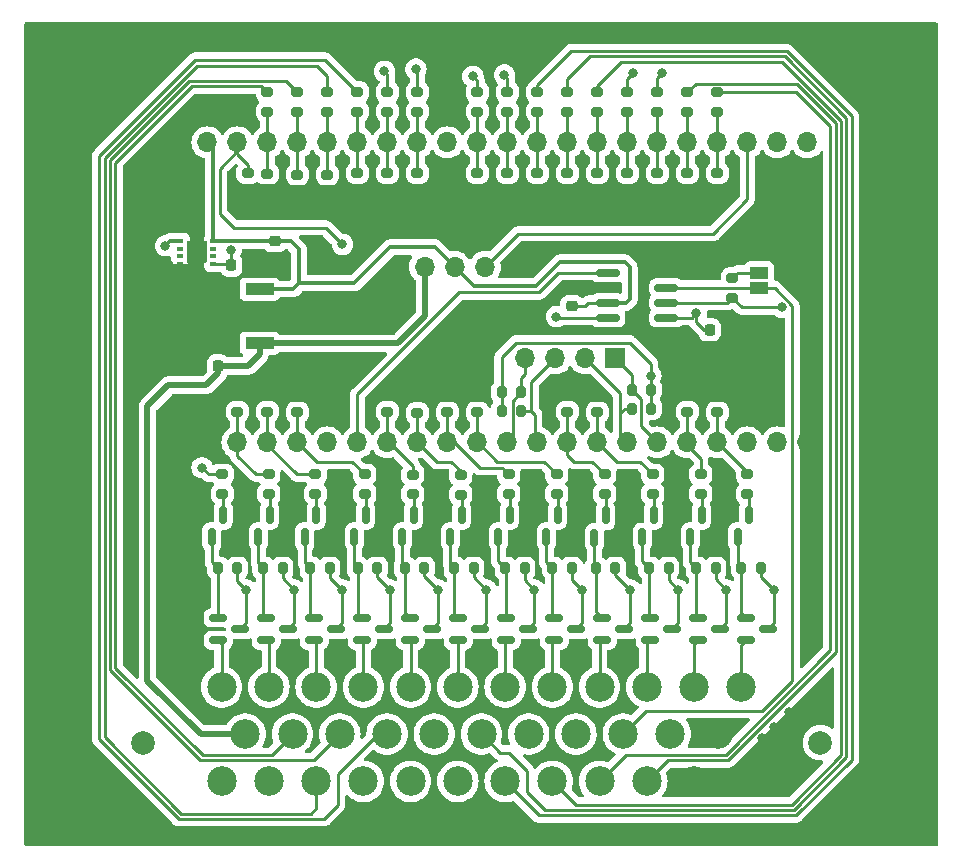
<source format=gbr>
%TF.GenerationSoftware,KiCad,Pcbnew,8.0.8*%
%TF.CreationDate,2025-02-23T18:35:03+01:00*%
%TF.ProjectId,espio,65737069-6f2e-46b6-9963-61645f706362,rev?*%
%TF.SameCoordinates,Original*%
%TF.FileFunction,Copper,L1,Top*%
%TF.FilePolarity,Positive*%
%FSLAX46Y46*%
G04 Gerber Fmt 4.6, Leading zero omitted, Abs format (unit mm)*
G04 Created by KiCad (PCBNEW 8.0.8) date 2025-02-23 18:35:03*
%MOMM*%
%LPD*%
G01*
G04 APERTURE LIST*
G04 Aperture macros list*
%AMRoundRect*
0 Rectangle with rounded corners*
0 $1 Rounding radius*
0 $2 $3 $4 $5 $6 $7 $8 $9 X,Y pos of 4 corners*
0 Add a 4 corners polygon primitive as box body*
4,1,4,$2,$3,$4,$5,$6,$7,$8,$9,$2,$3,0*
0 Add four circle primitives for the rounded corners*
1,1,$1+$1,$2,$3*
1,1,$1+$1,$4,$5*
1,1,$1+$1,$6,$7*
1,1,$1+$1,$8,$9*
0 Add four rect primitives between the rounded corners*
20,1,$1+$1,$2,$3,$4,$5,0*
20,1,$1+$1,$4,$5,$6,$7,0*
20,1,$1+$1,$6,$7,$8,$9,0*
20,1,$1+$1,$8,$9,$2,$3,0*%
%AMFreePoly0*
4,1,45,0.895355,0.795355,0.910000,0.760000,0.910000,0.560000,1.690000,0.560000,1.725355,0.545355,1.740000,0.510000,1.740000,0.140000,1.725355,0.104645,1.690000,0.090000,0.920000,0.090000,0.920000,-0.090000,1.690000,-0.090000,1.725355,-0.104645,1.740000,-0.140000,1.740000,-0.510000,1.725355,-0.545355,1.690000,-0.560000,0.940000,-0.560000,0.940000,-0.760000,0.925355,-0.795355,
0.890000,-0.810000,-0.900000,-0.810000,-0.935355,-0.795355,-0.950000,-0.760000,-0.950000,-0.560000,-1.710000,-0.560000,-1.745355,-0.545355,-1.760000,-0.510000,-1.760000,-0.140000,-1.745355,-0.104645,-1.710000,-0.090000,-0.930000,-0.090000,-0.930000,0.090000,-1.710000,0.090000,-1.745355,0.104645,-1.760000,0.140000,-1.760000,0.510000,-1.745355,0.545355,-1.710000,0.560000,-0.940000,0.560000,
-0.940000,0.760000,-0.925355,0.795355,-0.890000,0.810000,0.860000,0.810000,0.895355,0.795355,0.895355,0.795355,$1*%
G04 Aperture macros list end*
%TA.AperFunction,SMDPad,CuDef*%
%ADD10RoundRect,0.200000X-0.200000X-0.275000X0.200000X-0.275000X0.200000X0.275000X-0.200000X0.275000X0*%
%TD*%
%TA.AperFunction,SMDPad,CuDef*%
%ADD11RoundRect,0.200000X0.200000X0.275000X-0.200000X0.275000X-0.200000X-0.275000X0.200000X-0.275000X0*%
%TD*%
%TA.AperFunction,SMDPad,CuDef*%
%ADD12RoundRect,0.200000X-0.275000X0.200000X-0.275000X-0.200000X0.275000X-0.200000X0.275000X0.200000X0*%
%TD*%
%TA.AperFunction,SMDPad,CuDef*%
%ADD13RoundRect,0.225000X-0.225000X-0.250000X0.225000X-0.250000X0.225000X0.250000X-0.225000X0.250000X0*%
%TD*%
%TA.AperFunction,SMDPad,CuDef*%
%ADD14RoundRect,0.150000X-0.587500X-0.150000X0.587500X-0.150000X0.587500X0.150000X-0.587500X0.150000X0*%
%TD*%
%TA.AperFunction,SMDPad,CuDef*%
%ADD15RoundRect,0.150000X-0.825000X-0.150000X0.825000X-0.150000X0.825000X0.150000X-0.825000X0.150000X0*%
%TD*%
%TA.AperFunction,SMDPad,CuDef*%
%ADD16RoundRect,0.225000X-0.250000X0.225000X-0.250000X-0.225000X0.250000X-0.225000X0.250000X0.225000X0*%
%TD*%
%TA.AperFunction,ComponentPad*%
%ADD17R,1.700000X1.700000*%
%TD*%
%TA.AperFunction,ComponentPad*%
%ADD18O,1.700000X1.700000*%
%TD*%
%TA.AperFunction,SMDPad,CuDef*%
%ADD19RoundRect,0.150000X-0.150000X0.587500X-0.150000X-0.587500X0.150000X-0.587500X0.150000X0.587500X0*%
%TD*%
%TA.AperFunction,ComponentPad*%
%ADD20C,2.000000*%
%TD*%
%TA.AperFunction,ComponentPad*%
%ADD21C,2.500000*%
%TD*%
%TA.AperFunction,SMDPad,CuDef*%
%ADD22RoundRect,0.200000X0.275000X-0.200000X0.275000X0.200000X-0.275000X0.200000X-0.275000X-0.200000X0*%
%TD*%
%TA.AperFunction,SMDPad,CuDef*%
%ADD23R,0.600000X0.380000*%
%TD*%
%TA.AperFunction,SMDPad,CuDef*%
%ADD24FreePoly0,270.000000*%
%TD*%
%TA.AperFunction,SMDPad,CuDef*%
%ADD25R,1.500000X1.000000*%
%TD*%
%TA.AperFunction,SMDPad,CuDef*%
%ADD26R,2.410000X0.980000*%
%TD*%
%TA.AperFunction,SMDPad,CuDef*%
%ADD27R,5.710000X5.550000*%
%TD*%
%TA.AperFunction,SMDPad,CuDef*%
%ADD28RoundRect,0.225000X0.250000X-0.225000X0.250000X0.225000X-0.250000X0.225000X-0.250000X-0.225000X0*%
%TD*%
%TA.AperFunction,ViaPad*%
%ADD29C,0.800000*%
%TD*%
%TA.AperFunction,ViaPad*%
%ADD30C,3.200000*%
%TD*%
%TA.AperFunction,Conductor*%
%ADD31C,0.250000*%
%TD*%
%TA.AperFunction,Conductor*%
%ADD32C,0.350000*%
%TD*%
%TA.AperFunction,Conductor*%
%ADD33C,0.650000*%
%TD*%
%TA.AperFunction,Conductor*%
%ADD34C,0.500000*%
%TD*%
G04 APERTURE END LIST*
D10*
%TO.P,R71,2*%
%TO.N,+3V3*%
X154052000Y-101540000D03*
%TO.P,R71,1*%
%TO.N,I2C0_SDA*%
X152402000Y-101540000D03*
%TD*%
%TO.P,R70,2*%
%TO.N,+3V3*%
X154027000Y-99940000D03*
%TO.P,R70,1*%
%TO.N,I2C0_SCL*%
X152377000Y-99940000D03*
%TD*%
D11*
%TO.P,R69,2*%
%TO.N,+3V3*%
X141377000Y-100140000D03*
%TO.P,R69,1*%
%TO.N,I2C1_SDA*%
X143027000Y-100140000D03*
%TD*%
%TO.P,R68,2*%
%TO.N,+3V3*%
X141377000Y-101740000D03*
%TO.P,R68,1*%
%TO.N,I2C1_SCL*%
X143027000Y-101740000D03*
%TD*%
D12*
%TO.P,R39,1*%
%TO.N,IN_3*%
X152019000Y-74740000D03*
%TO.P,R39,2*%
%TO.N,Net-(R39-Pad2)*%
X152019000Y-76390000D03*
%TD*%
%TO.P,R44,1*%
%TO.N,Net-(U2-16)*%
X146939000Y-81598000D03*
%TO.P,R44,2*%
%TO.N,GND*%
X146939000Y-83248000D03*
%TD*%
%TO.P,R9,1*%
%TO.N,GND*%
X131699000Y-100140000D03*
%TO.P,R9,2*%
%TO.N,/SwitchingNode8/SN_IN*%
X131699000Y-101790000D03*
%TD*%
%TO.P,R16,1*%
%TO.N,Net-(R15-Pad2)*%
X139319000Y-81598000D03*
%TO.P,R16,2*%
%TO.N,GND*%
X139319000Y-83248000D03*
%TD*%
%TO.P,R7,1*%
%TO.N,GND*%
X136779000Y-100204000D03*
%TO.P,R7,2*%
%TO.N,/SwitchingNode6/SN_IN*%
X136779000Y-101854000D03*
%TD*%
%TO.P,R15,1*%
%TO.N,IN_14*%
X139319000Y-74740000D03*
%TO.P,R15,2*%
%TO.N,Net-(R15-Pad2)*%
X139319000Y-76390000D03*
%TD*%
D13*
%TO.P,C4,1*%
%TO.N,+3V3*%
X118478000Y-89408000D03*
%TO.P,C4,2*%
%TO.N,GND*%
X120028000Y-89408000D03*
%TD*%
D10*
%TO.P,R62,1*%
%TO.N,Net-(Q15-C)*%
X133177000Y-115040000D03*
%TO.P,R62,2*%
%TO.N,+12V*%
X134827000Y-115040000D03*
%TD*%
D14*
%TO.P,Q18,1,G*%
%TO.N,Net-(Q17-C)*%
X129570000Y-119256000D03*
%TO.P,Q18,2,S*%
%TO.N,/SwitchingNode9/SN_OUT*%
X129570000Y-121156000D03*
%TO.P,Q18,3,D*%
%TO.N,+12V*%
X131445000Y-120206000D03*
%TD*%
%TO.P,Q10,1,G*%
%TO.N,Net-(Q10-G)*%
X145826000Y-119256000D03*
%TO.P,Q10,2,S*%
%TO.N,/SwitchingNode5/SN_OUT*%
X145826000Y-121156000D03*
%TO.P,Q10,3,D*%
%TO.N,+12V*%
X147701000Y-120206000D03*
%TD*%
D12*
%TO.P,R8,1*%
%TO.N,GND*%
X134239000Y-100267000D03*
%TO.P,R8,2*%
%TO.N,/SwitchingNode7/SN_IN*%
X134239000Y-101917000D03*
%TD*%
D10*
%TO.P,R31,1*%
%TO.N,Net-(Q5-C)*%
X153852000Y-115040000D03*
%TO.P,R31,2*%
%TO.N,+12V*%
X155502000Y-115040000D03*
%TD*%
D12*
%TO.P,R37,1*%
%TO.N,IN_2*%
X154559000Y-74740000D03*
%TO.P,R37,2*%
%TO.N,Net-(U2-6)*%
X154559000Y-76390000D03*
%TD*%
D14*
%TO.P,Q4,1,G*%
%TO.N,Net-(Q3-C)*%
X158018000Y-119256000D03*
%TO.P,Q4,2,S*%
%TO.N,/SwitchingNode2/SN_OUT*%
X158018000Y-121156000D03*
%TO.P,Q4,3,D*%
%TO.N,+12V*%
X159893000Y-120206000D03*
%TD*%
D12*
%TO.P,R41,1*%
%TO.N,IN_4*%
X149479000Y-74740000D03*
%TO.P,R41,2*%
%TO.N,Net-(R41-Pad2)*%
X149479000Y-76390000D03*
%TD*%
D13*
%TO.P,C3,1*%
%TO.N,GND*%
X115811000Y-97917000D03*
%TO.P,C3,2*%
%TO.N,+12V*%
X117361000Y-97917000D03*
%TD*%
D12*
%TO.P,R19,1*%
%TO.N,/SwitchingNode3/SN_IN*%
X154178000Y-107096500D03*
%TO.P,R19,2*%
%TO.N,Net-(Q5-B)*%
X154178000Y-108746500D03*
%TD*%
D15*
%TO.P,U1,1,TXD*%
%TO.N,CAN_TX*%
X150368000Y-90043000D03*
%TO.P,U1,2,VSS*%
%TO.N,GND*%
X150368000Y-91313000D03*
%TO.P,U1,3,VDD*%
%TO.N,+5V*%
X150368000Y-92583000D03*
%TO.P,U1,4,RXD*%
%TO.N,CAN_RX*%
X150368000Y-93853000D03*
%TO.P,U1,5,Vio*%
%TO.N,+3V3*%
X155318000Y-93853000D03*
%TO.P,U1,6,CANL*%
%TO.N,CAN_L*%
X155318000Y-92583000D03*
%TO.P,U1,7,CANH*%
%TO.N,CAN_H*%
X155318000Y-91313000D03*
%TO.P,U1,8,STBY*%
%TO.N,GND*%
X155318000Y-90043000D03*
%TD*%
D12*
%TO.P,R20,1*%
%TO.N,/SwitchingNode4/SN_IN*%
X150114000Y-107096500D03*
%TO.P,R20,2*%
%TO.N,Net-(Q7-B)*%
X150114000Y-108746500D03*
%TD*%
D16*
%TO.P,C5,1*%
%TO.N,+5V*%
X122174000Y-87363000D03*
%TO.P,C5,2*%
%TO.N,GND*%
X122174000Y-88913000D03*
%TD*%
D17*
%TO.P,U3,1,GND*%
%TO.N,GND*%
X113919000Y-104392000D03*
D18*
%TO.P,U3,2,GND*%
X116459000Y-104392000D03*
%TO.P,U3,3,19*%
%TO.N,/SwitchingNode11/SN_IN*%
X118999000Y-104392000D03*
%TO.P,U3,4,20*%
%TO.N,/SwitchingNode10/SN_IN*%
X121539000Y-104392000D03*
%TO.P,U3,5,21*%
%TO.N,/SwitchingNode9/SN_IN*%
X124079000Y-104392000D03*
%TO.P,U3,6,47*%
%TO.N,CAN_RX*%
X126619000Y-104392000D03*
%TO.P,U3,7,48*%
%TO.N,CAN_TX*%
X129159000Y-104392000D03*
%TO.P,U3,8,45*%
%TO.N,/SwitchingNode8/SN_IN*%
X131699000Y-104392000D03*
%TO.P,U3,9,0*%
%TO.N,/SwitchingNode7/SN_IN*%
X134239000Y-104392000D03*
%TO.P,U3,10,35*%
%TO.N,/SwitchingNode6/SN_IN*%
X136779000Y-104392000D03*
%TO.P,U3,11,36*%
%TO.N,/SwitchingNode5/SN_IN*%
X139319000Y-104392000D03*
%TO.P,U3,12,37*%
%TO.N,I2C1_SDA*%
X141859000Y-104392000D03*
%TO.P,U3,13,38*%
%TO.N,I2C1_SCL*%
X144399000Y-104392000D03*
%TO.P,U3,14,39*%
%TO.N,/SwitchingNode4/SN_IN*%
X146939000Y-104392000D03*
%TO.P,U3,15,40*%
%TO.N,/SwitchingNode3/SN_IN*%
X149479000Y-104392000D03*
%TO.P,U3,16,41*%
%TO.N,I2C0_SDA*%
X152019000Y-104392000D03*
%TO.P,U3,17,42*%
%TO.N,I2C0_SCL*%
X154559000Y-104392000D03*
%TO.P,U3,18,2*%
%TO.N,/SwitchingNode2/SN_IN*%
X157099000Y-104392000D03*
%TO.P,U3,19,1*%
%TO.N,/SwitchingNode1/SN_IN*%
X159639000Y-104392000D03*
%TO.P,U3,20,RX*%
%TO.N,unconnected-(U3-RX-Pad20)*%
X162179000Y-104392000D03*
%TO.P,U3,21,TX*%
%TO.N,unconnected-(U3-TX-Pad21)*%
X164719000Y-104392000D03*
%TO.P,U3,22,GND*%
%TO.N,GND*%
X167259000Y-104392000D03*
%TD*%
D12*
%TO.P,R34,1*%
%TO.N,Net-(U2-4)*%
X159639000Y-81598000D03*
%TO.P,R34,2*%
%TO.N,GND*%
X159639000Y-83248000D03*
%TD*%
D10*
%TO.P,R59,1*%
%TO.N,Net-(Q10-G)*%
X145677000Y-115040000D03*
%TO.P,R59,2*%
%TO.N,+12V*%
X147327000Y-115040000D03*
%TD*%
D19*
%TO.P,Q11,1,B*%
%TO.N,Net-(Q11-B)*%
X142047000Y-110540000D03*
%TO.P,Q11,2,E*%
%TO.N,GND*%
X140147000Y-110540000D03*
%TO.P,Q11,3,C*%
%TO.N,Net-(Q11-C)*%
X141097000Y-112415000D03*
%TD*%
D12*
%TO.P,R24,1*%
%TO.N,/SwitchingNode8/SN_IN*%
X133858000Y-107127500D03*
%TO.P,R24,2*%
%TO.N,Net-(Q15-B)*%
X133858000Y-108777500D03*
%TD*%
%TO.P,R1,1*%
%TO.N,/SwitchingNode1/SN_IN*%
X162179000Y-107096500D03*
%TO.P,R1,2*%
%TO.N,Net-(Q1-B)*%
X162179000Y-108746500D03*
%TD*%
D20*
%TO.P,P1,*%
%TO.N,*%
X110967000Y-129815000D03*
X168367000Y-129815000D03*
D21*
%TO.P,P1,1,1*%
%TO.N,/SwitchingNode12/SN_OUT*%
X117667000Y-125095000D03*
%TO.P,P1,2,2*%
%TO.N,/SwitchingNode11/SN_OUT*%
X121667000Y-125095000D03*
%TO.P,P1,3,3*%
%TO.N,/SwitchingNode10/SN_OUT*%
X125667000Y-125095000D03*
%TO.P,P1,4,4*%
%TO.N,/SwitchingNode9/SN_OUT*%
X129667000Y-125095000D03*
%TO.P,P1,5,5*%
%TO.N,/SwitchingNode8/SN_OUT*%
X133667000Y-125095000D03*
%TO.P,P1,6,6*%
%TO.N,/SwitchingNode7/SN_OUT*%
X137667000Y-125095000D03*
%TO.P,P1,7,7*%
%TO.N,/SwitchingNode6/SN_OUT*%
X141667000Y-125095000D03*
%TO.P,P1,8,8*%
%TO.N,/SwitchingNode5/SN_OUT*%
X145667000Y-125095000D03*
%TO.P,P1,9,9*%
%TO.N,/SwitchingNode4/SN_OUT*%
X149667000Y-125095000D03*
%TO.P,P1,10,10*%
%TO.N,/SwitchingNode3/SN_OUT*%
X153667000Y-125095000D03*
%TO.P,P1,11,11*%
%TO.N,/SwitchingNode2/SN_OUT*%
X157667000Y-125095000D03*
%TO.P,P1,12,12*%
%TO.N,/SwitchingNode1/SN_OUT*%
X161667000Y-125095000D03*
%TO.P,P1,13,13*%
%TO.N,+12V*%
X119667000Y-129095000D03*
%TO.P,P1,14,14*%
%TO.N,IN_8*%
X123667000Y-129095000D03*
%TO.P,P1,15,15*%
%TO.N,IN_9*%
X127667000Y-129095000D03*
%TO.P,P1,16,16*%
%TO.N,IN_11*%
X131667000Y-129095000D03*
%TO.P,P1,17,17*%
%TO.N,IN_12*%
X135667000Y-129095000D03*
%TO.P,P1,18,18*%
%TO.N,IN_5*%
X139667000Y-129095000D03*
%TO.P,P1,19,19*%
%TO.N,IN_3*%
X143667000Y-129095000D03*
%TO.P,P1,20,20*%
%TO.N,IN_2*%
X147667000Y-129095000D03*
%TO.P,P1,21,21*%
%TO.N,CAN_H*%
X151667000Y-129095000D03*
%TO.P,P1,22,22*%
%TO.N,CAN_L*%
X155667000Y-129095000D03*
%TO.P,P1,23,23*%
%TO.N,GND*%
X159667000Y-129095000D03*
%TO.P,P1,24,24*%
%TO.N,+12V*%
X117667000Y-133095000D03*
%TO.P,P1,25,25*%
X121667000Y-133095000D03*
%TO.P,P1,26,26*%
%TO.N,IN_10*%
X125667000Y-133095000D03*
%TO.P,P1,27,27*%
%TO.N,IN_13*%
X129667000Y-133095000D03*
%TO.P,P1,28,28*%
%TO.N,IN_14*%
X133667000Y-133095000D03*
%TO.P,P1,29,29*%
%TO.N,IN_7*%
X137667000Y-133095000D03*
%TO.P,P1,30,30*%
%TO.N,IN_6*%
X141667000Y-133095000D03*
%TO.P,P1,31,31*%
%TO.N,IN_4*%
X145667000Y-133095000D03*
%TO.P,P1,32,32*%
%TO.N,IN_0*%
X149667000Y-133095000D03*
%TO.P,P1,33,33*%
%TO.N,IN_1*%
X153667000Y-133095000D03*
%TO.P,P1,34,34*%
%TO.N,GND*%
X157667000Y-133095000D03*
%TO.P,P1,35,35*%
X161667000Y-133095000D03*
%TD*%
D12*
%TO.P,R46,1*%
%TO.N,Net-(U2-17)*%
X144399000Y-81598000D03*
%TO.P,R46,2*%
%TO.N,GND*%
X144399000Y-83248000D03*
%TD*%
D22*
%TO.P,R17,1*%
%TO.N,GND*%
X119888000Y-83248000D03*
%TO.P,R17,2*%
%TO.N,SN_IN_12*%
X119888000Y-81598000D03*
%TD*%
D12*
%TO.P,R35,1*%
%TO.N,IN_1*%
X157099000Y-74740000D03*
%TO.P,R35,2*%
%TO.N,Net-(U2-5)*%
X157099000Y-76390000D03*
%TD*%
%TO.P,R55,1*%
%TO.N,IN_11*%
X129159000Y-74740000D03*
%TO.P,R55,2*%
%TO.N,Net-(U2-10)*%
X129159000Y-76390000D03*
%TD*%
D14*
%TO.P,Q6,1,G*%
%TO.N,Net-(Q5-C)*%
X153954000Y-119256000D03*
%TO.P,Q6,2,S*%
%TO.N,/SwitchingNode3/SN_OUT*%
X153954000Y-121156000D03*
%TO.P,Q6,3,D*%
%TO.N,+12V*%
X155829000Y-120206000D03*
%TD*%
D10*
%TO.P,R60,1*%
%TO.N,Net-(Q11-C)*%
X141677000Y-115040000D03*
%TO.P,R60,2*%
%TO.N,+12V*%
X143327000Y-115040000D03*
%TD*%
D12*
%TO.P,R63,1*%
%TO.N,Net-(JP1-B)*%
X160906000Y-90488000D03*
%TO.P,R63,2*%
%TO.N,CAN_L*%
X160906000Y-92138000D03*
%TD*%
D10*
%TO.P,R32,1*%
%TO.N,Net-(Q7-C)*%
X149352000Y-115040000D03*
%TO.P,R32,2*%
%TO.N,+12V*%
X151002000Y-115040000D03*
%TD*%
D14*
%TO.P,Q24,1,G*%
%TO.N,Net-(Q23-C)*%
X117378000Y-119256000D03*
%TO.P,Q24,2,S*%
%TO.N,/SwitchingNode12/SN_OUT*%
X117378000Y-121156000D03*
%TO.P,Q24,3,D*%
%TO.N,+12V*%
X119253000Y-120206000D03*
%TD*%
D12*
%TO.P,R22,1*%
%TO.N,/SwitchingNode6/SN_IN*%
X141986000Y-107096500D03*
%TO.P,R22,2*%
%TO.N,Net-(Q11-B)*%
X141986000Y-108746500D03*
%TD*%
D14*
%TO.P,Q12,1,G*%
%TO.N,Net-(Q11-C)*%
X141762000Y-119256000D03*
%TO.P,Q12,2,S*%
%TO.N,/SwitchingNode6/SN_OUT*%
X141762000Y-121156000D03*
%TO.P,Q12,3,D*%
%TO.N,+12V*%
X143637000Y-120206000D03*
%TD*%
D23*
%TO.P,U5,1,OUT*%
%TO.N,+3V3*%
X114173000Y-87341000D03*
%TO.P,U5,2,N/C*%
%TO.N,unconnected-(U5-N{slash}C-Pad2)*%
X114173000Y-87991000D03*
%TO.P,U5,3,N/C*%
%TO.N,unconnected-(U5-N{slash}C-Pad3)*%
X114173000Y-88631000D03*
%TO.P,U5,4,GND*%
%TO.N,GND*%
X114173000Y-89281000D03*
%TO.P,U5,5,EN*%
%TO.N,+3V3*%
X116973000Y-89281000D03*
%TO.P,U5,6,N/C*%
%TO.N,unconnected-(U5-N{slash}C-Pad6)*%
X116973000Y-88631000D03*
%TO.P,U5,7,N/C*%
%TO.N,unconnected-(U5-N{slash}C-Pad7)*%
X116973000Y-87991000D03*
%TO.P,U5,8,IN*%
%TO.N,+5V*%
X116973000Y-87341000D03*
D24*
%TO.P,U5,9,EP*%
%TO.N,GND*%
X115573000Y-88311000D03*
%TD*%
D12*
%TO.P,R6,1*%
%TO.N,GND*%
X139319000Y-100204000D03*
%TO.P,R6,2*%
%TO.N,/SwitchingNode5/SN_IN*%
X139319000Y-101854000D03*
%TD*%
%TO.P,R36,1*%
%TO.N,Net-(U2-5)*%
X157099000Y-81598000D03*
%TO.P,R36,2*%
%TO.N,GND*%
X157099000Y-83248000D03*
%TD*%
D17*
%TO.P,U2,1,GND*%
%TO.N,GND*%
X113919000Y-78994000D03*
D18*
%TO.P,U2,2,5V_in*%
%TO.N,+5V*%
X116459000Y-78994000D03*
%TO.P,U2,3,14*%
%TO.N,SN_IN_12*%
X118999000Y-78994000D03*
%TO.P,U2,4,13*%
%TO.N,Net-(U2-13)*%
X121539000Y-78994000D03*
%TO.P,U2,5,12*%
%TO.N,Net-(U2-12)*%
X124079000Y-78994000D03*
%TO.P,U2,6,11*%
%TO.N,Net-(U2-11)*%
X126619000Y-78994000D03*
%TO.P,U2,7,10*%
%TO.N,Net-(U2-10)*%
X129159000Y-78994000D03*
%TO.P,U2,8,9*%
%TO.N,Net-(U2-9)*%
X131699000Y-78994000D03*
%TO.P,U2,9,46*%
%TO.N,Net-(U2-46)*%
X134239000Y-78994000D03*
%TO.P,U2,10,3*%
%TO.N,unconnected-(U2-3-Pad10)*%
X136779000Y-78994000D03*
%TO.P,U2,11,8*%
%TO.N,Net-(R15-Pad2)*%
X139319000Y-78994000D03*
%TO.P,U2,12,18*%
%TO.N,Net-(U2-18)*%
X141859000Y-78994000D03*
%TO.P,U2,13,17*%
%TO.N,Net-(U2-17)*%
X144399000Y-78994000D03*
%TO.P,U2,14,16*%
%TO.N,Net-(U2-16)*%
X146939000Y-78994000D03*
%TO.P,U2,15,15*%
%TO.N,Net-(R41-Pad2)*%
X149479000Y-78994000D03*
%TO.P,U2,16,8*%
%TO.N,Net-(R39-Pad2)*%
X152019000Y-78994000D03*
%TO.P,U2,17,6*%
%TO.N,Net-(U2-6)*%
X154559000Y-78994000D03*
%TO.P,U2,18,5*%
%TO.N,Net-(U2-5)*%
X157099000Y-78994000D03*
%TO.P,U2,19,4*%
%TO.N,Net-(U2-4)*%
X159639000Y-78994000D03*
%TO.P,U2,20,RST*%
%TO.N,NC_RST*%
X162179000Y-78994000D03*
%TO.P,U2,21,3V3*%
%TO.N,+3V3*%
X164719000Y-78994000D03*
%TO.P,U2,22,3V3*%
X167259000Y-78994000D03*
%TD*%
D12*
%TO.P,R13,1*%
%TO.N,Net-(U2-46)*%
X134239000Y-81598000D03*
%TO.P,R13,2*%
%TO.N,GND*%
X134239000Y-83248000D03*
%TD*%
%TO.P,R49,1*%
%TO.N,IN_8*%
X121539000Y-74740000D03*
%TO.P,R49,2*%
%TO.N,Net-(U2-13)*%
X121539000Y-76390000D03*
%TD*%
D10*
%TO.P,R61,1*%
%TO.N,Net-(Q13-C)*%
X137352000Y-115040000D03*
%TO.P,R61,2*%
%TO.N,+12V*%
X139002000Y-115040000D03*
%TD*%
D12*
%TO.P,R38,1*%
%TO.N,Net-(U2-6)*%
X154559000Y-81598000D03*
%TO.P,R38,2*%
%TO.N,GND*%
X154559000Y-83248000D03*
%TD*%
%TO.P,R45,1*%
%TO.N,IN_6*%
X144399000Y-74740000D03*
%TO.P,R45,2*%
%TO.N,Net-(U2-17)*%
X144399000Y-76390000D03*
%TD*%
D19*
%TO.P,Q13,1,B*%
%TO.N,Net-(Q13-B)*%
X137983000Y-110540000D03*
%TO.P,Q13,2,E*%
%TO.N,GND*%
X136083000Y-110540000D03*
%TO.P,Q13,3,C*%
%TO.N,Net-(Q13-C)*%
X137033000Y-112415000D03*
%TD*%
D10*
%TO.P,R65,1*%
%TO.N,Net-(Q19-C)*%
X125177000Y-115040000D03*
%TO.P,R65,2*%
%TO.N,+12V*%
X126827000Y-115040000D03*
%TD*%
D12*
%TO.P,R28,1*%
%TO.N,SN_IN_12*%
X117729000Y-107096500D03*
%TO.P,R28,2*%
%TO.N,Net-(Q23-B)*%
X117729000Y-108746500D03*
%TD*%
%TO.P,R33,1*%
%TO.N,IN_0*%
X159639000Y-74740000D03*
%TO.P,R33,2*%
%TO.N,Net-(U2-4)*%
X159639000Y-76390000D03*
%TD*%
D14*
%TO.P,Q8,1,G*%
%TO.N,Net-(Q7-C)*%
X149890000Y-119256000D03*
%TO.P,Q8,2,S*%
%TO.N,/SwitchingNode4/SN_OUT*%
X149890000Y-121156000D03*
%TO.P,Q8,3,D*%
%TO.N,+12V*%
X151765000Y-120206000D03*
%TD*%
D10*
%TO.P,R67,1*%
%TO.N,Net-(Q23-C)*%
X117352000Y-115040000D03*
%TO.P,R67,2*%
%TO.N,+12V*%
X119002000Y-115040000D03*
%TD*%
D19*
%TO.P,Q19,1,B*%
%TO.N,Net-(Q19-B)*%
X125664000Y-110540000D03*
%TO.P,Q19,2,E*%
%TO.N,GND*%
X123764000Y-110540000D03*
%TO.P,Q19,3,C*%
%TO.N,Net-(Q19-C)*%
X124714000Y-112415000D03*
%TD*%
%TO.P,Q5,1,B*%
%TO.N,Net-(Q5-B)*%
X154239000Y-110555500D03*
%TO.P,Q5,2,E*%
%TO.N,GND*%
X152339000Y-110555500D03*
%TO.P,Q5,3,C*%
%TO.N,Net-(Q5-C)*%
X153289000Y-112430500D03*
%TD*%
D14*
%TO.P,Q16,1,G*%
%TO.N,Net-(Q15-C)*%
X133634000Y-119256000D03*
%TO.P,Q16,2,S*%
%TO.N,/SwitchingNode8/SN_OUT*%
X133634000Y-121156000D03*
%TO.P,Q16,3,D*%
%TO.N,+12V*%
X135509000Y-120206000D03*
%TD*%
D10*
%TO.P,R64,1*%
%TO.N,Net-(Q17-C)*%
X129177000Y-115040000D03*
%TO.P,R64,2*%
%TO.N,+12V*%
X130827000Y-115040000D03*
%TD*%
D19*
%TO.P,Q9,1,B*%
%TO.N,Net-(Q9-B)*%
X146111000Y-110540000D03*
%TO.P,Q9,2,E*%
%TO.N,GND*%
X144211000Y-110540000D03*
%TO.P,Q9,3,C*%
%TO.N,Net-(Q10-G)*%
X145161000Y-112415000D03*
%TD*%
D25*
%TO.P,JP1,1,A*%
%TO.N,CAN_H*%
X163192000Y-91328000D03*
%TO.P,JP1,2,B*%
%TO.N,Net-(JP1-B)*%
X163192000Y-90028000D03*
%TD*%
D12*
%TO.P,R3,1*%
%TO.N,GND*%
X157099000Y-100140000D03*
%TO.P,R3,2*%
%TO.N,/SwitchingNode2/SN_IN*%
X157099000Y-101790000D03*
%TD*%
%TO.P,R42,1*%
%TO.N,Net-(R41-Pad2)*%
X149479000Y-81598000D03*
%TO.P,R42,2*%
%TO.N,GND*%
X149479000Y-83248000D03*
%TD*%
%TO.P,R25,1*%
%TO.N,/SwitchingNode9/SN_IN*%
X129794000Y-107096500D03*
%TO.P,R25,2*%
%TO.N,Net-(Q17-B)*%
X129794000Y-108746500D03*
%TD*%
%TO.P,R2,1*%
%TO.N,GND*%
X159639000Y-100204000D03*
%TO.P,R2,2*%
%TO.N,/SwitchingNode1/SN_IN*%
X159639000Y-101854000D03*
%TD*%
%TO.P,R48,1*%
%TO.N,Net-(U2-18)*%
X141859000Y-81598000D03*
%TO.P,R48,2*%
%TO.N,GND*%
X141859000Y-83248000D03*
%TD*%
D19*
%TO.P,Q15,1,B*%
%TO.N,Net-(Q15-B)*%
X133919000Y-110540000D03*
%TO.P,Q15,2,E*%
%TO.N,GND*%
X132019000Y-110540000D03*
%TO.P,Q15,3,C*%
%TO.N,Net-(Q15-C)*%
X132969000Y-112415000D03*
%TD*%
D12*
%TO.P,R43,1*%
%TO.N,IN_5*%
X146939000Y-74740000D03*
%TO.P,R43,2*%
%TO.N,Net-(U2-16)*%
X146939000Y-76390000D03*
%TD*%
D26*
%TO.P,U4,1,Input*%
%TO.N,+12V*%
X120895000Y-96016000D03*
D27*
%TO.P,U4,2,GND*%
%TO.N,GND*%
X114055000Y-93726000D03*
D26*
%TO.P,U4,3,Output*%
%TO.N,+5V*%
X120895000Y-91436000D03*
%TD*%
D12*
%TO.P,R53,1*%
%TO.N,IN_10*%
X126619000Y-74740000D03*
%TO.P,R53,2*%
%TO.N,Net-(U2-11)*%
X126619000Y-76390000D03*
%TD*%
D19*
%TO.P,Q7,1,B*%
%TO.N,Net-(Q7-B)*%
X150175000Y-110583500D03*
%TO.P,Q7,2,E*%
%TO.N,GND*%
X148275000Y-110583500D03*
%TO.P,Q7,3,C*%
%TO.N,Net-(Q7-C)*%
X149225000Y-112458500D03*
%TD*%
D12*
%TO.P,R47,1*%
%TO.N,IN_7*%
X141859000Y-74740000D03*
%TO.P,R47,2*%
%TO.N,Net-(U2-18)*%
X141859000Y-76390000D03*
%TD*%
D10*
%TO.P,R66,1*%
%TO.N,Net-(Q21-C)*%
X121177000Y-115040000D03*
%TO.P,R66,2*%
%TO.N,+12V*%
X122827000Y-115040000D03*
%TD*%
D12*
%TO.P,R52,1*%
%TO.N,Net-(U2-12)*%
X124079000Y-81725000D03*
%TO.P,R52,2*%
%TO.N,GND*%
X124079000Y-83375000D03*
%TD*%
%TO.P,R11,1*%
%TO.N,GND*%
X121539000Y-100140000D03*
%TO.P,R11,2*%
%TO.N,/SwitchingNode10/SN_IN*%
X121539000Y-101790000D03*
%TD*%
%TO.P,R4,1*%
%TO.N,GND*%
X149479000Y-100204000D03*
%TO.P,R4,2*%
%TO.N,/SwitchingNode3/SN_IN*%
X149479000Y-101854000D03*
%TD*%
D19*
%TO.P,Q1,1,B*%
%TO.N,Net-(Q1-B)*%
X162301000Y-110540000D03*
%TO.P,Q1,2,E*%
%TO.N,GND*%
X160401000Y-110540000D03*
%TO.P,Q1,3,C*%
%TO.N,Net-(Q1-C)*%
X161351000Y-112415000D03*
%TD*%
D10*
%TO.P,R30,1*%
%TO.N,Net-(Q3-C)*%
X157852000Y-115040000D03*
%TO.P,R30,2*%
%TO.N,+12V*%
X159502000Y-115040000D03*
%TD*%
D14*
%TO.P,Q20,1,G*%
%TO.N,Net-(Q19-C)*%
X125506000Y-119256000D03*
%TO.P,Q20,2,S*%
%TO.N,/SwitchingNode10/SN_OUT*%
X125506000Y-121156000D03*
%TO.P,Q20,3,D*%
%TO.N,+12V*%
X127381000Y-120206000D03*
%TD*%
D12*
%TO.P,R56,1*%
%TO.N,Net-(U2-10)*%
X129159000Y-81598000D03*
%TO.P,R56,2*%
%TO.N,GND*%
X129159000Y-83248000D03*
%TD*%
D14*
%TO.P,Q22,1,G*%
%TO.N,Net-(Q21-C)*%
X121442000Y-119256000D03*
%TO.P,Q22,2,S*%
%TO.N,/SwitchingNode11/SN_OUT*%
X121442000Y-121156000D03*
%TO.P,Q22,3,D*%
%TO.N,+12V*%
X123317000Y-120206000D03*
%TD*%
D19*
%TO.P,Q17,1,B*%
%TO.N,Net-(Q17-B)*%
X129855000Y-110540000D03*
%TO.P,Q17,2,E*%
%TO.N,GND*%
X127955000Y-110540000D03*
%TO.P,Q17,3,C*%
%TO.N,Net-(Q17-C)*%
X128905000Y-112415000D03*
%TD*%
D12*
%TO.P,R23,1*%
%TO.N,/SwitchingNode7/SN_IN*%
X137922000Y-107160500D03*
%TO.P,R23,2*%
%TO.N,Net-(Q13-B)*%
X137922000Y-108810500D03*
%TD*%
%TO.P,R58,1*%
%TO.N,Net-(U2-9)*%
X131699000Y-81598000D03*
%TO.P,R58,2*%
%TO.N,GND*%
X131699000Y-83248000D03*
%TD*%
%TO.P,R5,1*%
%TO.N,GND*%
X146939000Y-100140000D03*
%TO.P,R5,2*%
%TO.N,/SwitchingNode4/SN_IN*%
X146939000Y-101790000D03*
%TD*%
%TO.P,R10,1*%
%TO.N,GND*%
X124079000Y-100204000D03*
%TO.P,R10,2*%
%TO.N,/SwitchingNode9/SN_IN*%
X124079000Y-101854000D03*
%TD*%
D28*
%TO.P,C2,1*%
%TO.N,+5V*%
X147317000Y-92850000D03*
%TO.P,C2,2*%
%TO.N,GND*%
X147317000Y-91300000D03*
%TD*%
D12*
%TO.P,R27,1*%
%TO.N,/SwitchingNode11/SN_IN*%
X121666000Y-107096500D03*
%TO.P,R27,2*%
%TO.N,Net-(Q21-B)*%
X121666000Y-108746500D03*
%TD*%
%TO.P,R18,1*%
%TO.N,/SwitchingNode2/SN_IN*%
X158242000Y-107096500D03*
%TO.P,R18,2*%
%TO.N,Net-(Q3-B)*%
X158242000Y-108746500D03*
%TD*%
%TO.P,R26,1*%
%TO.N,/SwitchingNode10/SN_IN*%
X125603000Y-107096500D03*
%TO.P,R26,2*%
%TO.N,Net-(Q19-B)*%
X125603000Y-108746500D03*
%TD*%
D13*
%TO.P,C1,1*%
%TO.N,+3V3*%
X158988000Y-94869000D03*
%TO.P,C1,2*%
%TO.N,GND*%
X160538000Y-94869000D03*
%TD*%
D12*
%TO.P,R51,1*%
%TO.N,IN_9*%
X124079000Y-74740000D03*
%TO.P,R51,2*%
%TO.N,Net-(U2-12)*%
X124079000Y-76390000D03*
%TD*%
D19*
%TO.P,Q23,1,B*%
%TO.N,Net-(Q23-B)*%
X117790000Y-110540000D03*
%TO.P,Q23,2,E*%
%TO.N,GND*%
X115890000Y-110540000D03*
%TO.P,Q23,3,C*%
%TO.N,Net-(Q23-C)*%
X116840000Y-112415000D03*
%TD*%
D14*
%TO.P,Q14,1,G*%
%TO.N,Net-(Q13-C)*%
X137698000Y-119256000D03*
%TO.P,Q14,2,S*%
%TO.N,/SwitchingNode7/SN_OUT*%
X137698000Y-121156000D03*
%TO.P,Q14,3,D*%
%TO.N,+12V*%
X139573000Y-120206000D03*
%TD*%
D12*
%TO.P,R50,1*%
%TO.N,Net-(U2-13)*%
X121539000Y-81661000D03*
%TO.P,R50,2*%
%TO.N,GND*%
X121539000Y-83311000D03*
%TD*%
D10*
%TO.P,R29,1*%
%TO.N,Net-(Q1-C)*%
X161677000Y-115040000D03*
%TO.P,R29,2*%
%TO.N,+12V*%
X163327000Y-115040000D03*
%TD*%
D19*
%TO.P,Q21,1,B*%
%TO.N,Net-(Q21-B)*%
X121727000Y-110540000D03*
%TO.P,Q21,2,E*%
%TO.N,GND*%
X119827000Y-110540000D03*
%TO.P,Q21,3,C*%
%TO.N,Net-(Q21-C)*%
X120777000Y-112415000D03*
%TD*%
%TO.P,Q3,1,B*%
%TO.N,Net-(Q3-B)*%
X158303000Y-110540000D03*
%TO.P,Q3,2,E*%
%TO.N,GND*%
X156403000Y-110540000D03*
%TO.P,Q3,3,C*%
%TO.N,Net-(Q3-C)*%
X157353000Y-112415000D03*
%TD*%
D12*
%TO.P,R57,1*%
%TO.N,IN_12*%
X131699000Y-74740000D03*
%TO.P,R57,2*%
%TO.N,Net-(U2-9)*%
X131699000Y-76390000D03*
%TD*%
%TO.P,R54,1*%
%TO.N,Net-(U2-11)*%
X126619000Y-81725000D03*
%TO.P,R54,2*%
%TO.N,GND*%
X126619000Y-83375000D03*
%TD*%
%TO.P,R40,1*%
%TO.N,Net-(R39-Pad2)*%
X152019000Y-81598000D03*
%TO.P,R40,2*%
%TO.N,GND*%
X152019000Y-83248000D03*
%TD*%
D14*
%TO.P,Q2,1,G*%
%TO.N,Net-(Q1-C)*%
X162052000Y-119256000D03*
%TO.P,Q2,2,S*%
%TO.N,/SwitchingNode1/SN_OUT*%
X162052000Y-121156000D03*
%TO.P,Q2,3,D*%
%TO.N,+12V*%
X163927000Y-120206000D03*
%TD*%
D12*
%TO.P,R21,1*%
%TO.N,/SwitchingNode5/SN_IN*%
X146050000Y-107096500D03*
%TO.P,R21,2*%
%TO.N,Net-(Q9-B)*%
X146050000Y-108746500D03*
%TD*%
%TO.P,R14,1*%
%TO.N,IN_13*%
X134239000Y-74740000D03*
%TO.P,R14,2*%
%TO.N,Net-(U2-46)*%
X134239000Y-76390000D03*
%TD*%
%TO.P,R12,1*%
%TO.N,GND*%
X118999000Y-100140000D03*
%TO.P,R12,2*%
%TO.N,/SwitchingNode11/SN_IN*%
X118999000Y-101790000D03*
%TD*%
D17*
%TO.P,J2,1,Pin_1*%
%TO.N,I2C0_SCL*%
X150993000Y-97282000D03*
D18*
%TO.P,J2,2,Pin_2*%
%TO.N,I2C0_SDA*%
X148453000Y-97282000D03*
%TO.P,J2,3,Pin_3*%
%TO.N,I2C1_SCL*%
X145913000Y-97282000D03*
%TO.P,J2,4,Pin_4*%
%TO.N,I2C1_SDA*%
X143373000Y-97282000D03*
%TD*%
D17*
%TO.P,J1,1,Pin_1*%
%TO.N,GND*%
X142484000Y-89535000D03*
D18*
%TO.P,J1,2,Pin_2*%
%TO.N,NC_RST*%
X139944000Y-89535000D03*
%TO.P,J1,3,Pin_3*%
%TO.N,+5V*%
X137404000Y-89535000D03*
%TO.P,J1,4,Pin_4*%
%TO.N,+12V*%
X134864000Y-89535000D03*
%TD*%
D29*
%TO.N,+3V3*%
X154002000Y-98740000D03*
X157858000Y-93472000D03*
X118491000Y-88066000D03*
X112903000Y-87757000D03*
%TO.N,GND*%
X122502000Y-85040000D03*
X165002000Y-133540000D03*
X123571000Y-108746500D03*
X160274000Y-108746500D03*
X120502000Y-85040000D03*
X164416653Y-128454653D03*
X119634000Y-108746500D03*
X165666653Y-127204653D03*
D30*
X104000000Y-72000000D03*
D29*
X127508000Y-108746500D03*
X139954000Y-108619500D03*
X145161000Y-100965000D03*
X131826000Y-108619500D03*
X166002000Y-132540000D03*
D30*
X175000000Y-72000000D03*
D29*
X148082000Y-108746500D03*
X167002000Y-131540000D03*
X135890000Y-108619500D03*
X156210000Y-108746500D03*
D30*
X104000000Y-125000000D03*
X175000000Y-125000000D03*
D29*
X144145000Y-108746500D03*
X121502000Y-85040000D03*
X163416653Y-129454653D03*
X152273000Y-108746500D03*
%TO.N,CAN_L*%
X165097000Y-92964000D03*
%TO.N,+12V*%
X123825000Y-116904000D03*
X131953000Y-116904000D03*
X136017000Y-116904000D03*
X140081000Y-116904000D03*
X144145000Y-116904000D03*
X119761000Y-116904000D03*
X156337000Y-116904000D03*
X164465000Y-116904000D03*
X148209000Y-116904000D03*
X127889000Y-116904000D03*
X152273000Y-116904000D03*
X160401000Y-116904000D03*
%TO.N,IN_2*%
X154940000Y-73152000D03*
%TO.N,IN_3*%
X152527000Y-73152000D03*
%TO.N,IN_7*%
X141605000Y-73279000D03*
%TO.N,IN_12*%
X131445000Y-72988000D03*
%TO.N,IN_13*%
X134112000Y-72771000D03*
%TO.N,IN_14*%
X138938000Y-73406000D03*
%TO.N,CAN_RX*%
X146002000Y-93740000D03*
%TO.N,SN_IN_12*%
X127889000Y-87630000D03*
X116002000Y-106540000D03*
%TD*%
D31*
%TO.N,+3V3*%
X152202000Y-95940000D02*
X142602000Y-95940000D01*
X154002000Y-98740000D02*
X154002000Y-99915000D01*
X154002000Y-99915000D02*
X154027000Y-99940000D01*
X154002000Y-98740000D02*
X154002000Y-97740000D01*
X154002000Y-97740000D02*
X152202000Y-95940000D01*
X142602000Y-95940000D02*
X141377000Y-97165000D01*
X141377000Y-97165000D02*
X141377000Y-100140000D01*
X154052000Y-101540000D02*
X154052000Y-99965000D01*
X154052000Y-99965000D02*
X154027000Y-99940000D01*
X141377000Y-101740000D02*
X141377000Y-100140000D01*
%TO.N,I2C1_SDA*%
X141859000Y-104392000D02*
X142302000Y-103949000D01*
X142302000Y-103949000D02*
X142302000Y-100865000D01*
X142302000Y-100865000D02*
X143027000Y-100140000D01*
X143027000Y-100140000D02*
X143027000Y-98915000D01*
X143027000Y-98915000D02*
X143373000Y-98569000D01*
X143373000Y-98569000D02*
X143373000Y-97282000D01*
%TO.N,I2C1_SCL*%
X144399000Y-104392000D02*
X144202000Y-104195000D01*
X144202000Y-104195000D02*
X144202000Y-102051000D01*
X144202000Y-102051000D02*
X143891000Y-101740000D01*
X143891000Y-101740000D02*
X143891000Y-99304000D01*
X143027000Y-101740000D02*
X143891000Y-101740000D01*
%TO.N,I2C0_SCL*%
X152377000Y-99940000D02*
X152377000Y-98666000D01*
X152377000Y-98666000D02*
X150993000Y-97282000D01*
X153202000Y-103035000D02*
X153202000Y-100765000D01*
X153202000Y-100765000D02*
X152377000Y-99940000D01*
%TO.N,I2C0_SDA*%
X151384000Y-103757000D02*
X151384000Y-101940000D01*
X151384000Y-101940000D02*
X151384000Y-100203000D01*
X152402000Y-101540000D02*
X151784000Y-101540000D01*
X151784000Y-101540000D02*
X151384000Y-101940000D01*
%TO.N,NC_RST*%
X162179000Y-78994000D02*
X162179000Y-83820000D01*
X162179000Y-83820000D02*
X159259000Y-86740000D01*
X159259000Y-86740000D02*
X142739000Y-86740000D01*
X142739000Y-86740000D02*
X139944000Y-89535000D01*
%TO.N,CAN_RX*%
X146002000Y-93740000D02*
X146115000Y-93853000D01*
X146115000Y-93853000D02*
X150368000Y-93853000D01*
D32*
%TO.N,+5V*%
X137404000Y-89535000D02*
X139055000Y-91186000D01*
X146353894Y-89154000D02*
X151781000Y-89154000D01*
X139055000Y-91186000D02*
X144321894Y-91186000D01*
X144321894Y-91186000D02*
X146353894Y-89154000D01*
X152202000Y-92250999D02*
X151869999Y-92583000D01*
X151781000Y-89154000D02*
X152202000Y-89575000D01*
X152202000Y-89575000D02*
X152202000Y-92250999D01*
X151869999Y-92583000D02*
X150368000Y-92583000D01*
D31*
%TO.N,I2C0_SCL*%
X150993000Y-97282000D02*
X151642004Y-97282000D01*
X153202000Y-103035000D02*
X154559000Y-104392000D01*
%TO.N,+3V3*%
X158988000Y-94869000D02*
X158493000Y-94869000D01*
D32*
X112903000Y-87757000D02*
X113319000Y-87341000D01*
X113319000Y-87341000D02*
X114173000Y-87341000D01*
D31*
X157858000Y-94234000D02*
X157858000Y-93472000D01*
X118351000Y-89281000D02*
X118478000Y-89408000D01*
X118491000Y-88066000D02*
X118491000Y-89395000D01*
X158493000Y-94869000D02*
X157858000Y-94234000D01*
X157477000Y-93853000D02*
X155318000Y-93853000D01*
X118491000Y-89395000D02*
X118478000Y-89408000D01*
X118491000Y-88066000D02*
X118478000Y-88079000D01*
X116973000Y-89281000D02*
X118351000Y-89281000D01*
X157858000Y-93472000D02*
X157477000Y-93853000D01*
D33*
%TO.N,GND*%
X165354000Y-131892000D02*
X165354000Y-129392000D01*
X164211000Y-130249000D02*
X163416653Y-129454653D01*
X165354000Y-129392000D02*
X164416653Y-128454653D01*
D31*
X114055000Y-93726000D02*
X115570000Y-92211000D01*
D33*
X165002000Y-133540000D02*
X164211000Y-132749000D01*
X164211000Y-132749000D02*
X164211000Y-130249000D01*
X166497000Y-128035000D02*
X166497000Y-131035000D01*
X166002000Y-132540000D02*
X165354000Y-131892000D01*
D31*
X150368000Y-91313000D02*
X147330000Y-91313000D01*
X147330000Y-91313000D02*
X147317000Y-91300000D01*
D33*
X166497000Y-131035000D02*
X167002000Y-131540000D01*
X165666653Y-127204653D02*
X166497000Y-128035000D01*
D31*
%TO.N,+5V*%
X120265000Y-91436000D02*
X120895000Y-91436000D01*
D32*
X124206000Y-88024000D02*
X123545000Y-87363000D01*
D31*
X122152000Y-87341000D02*
X122174000Y-87363000D01*
D32*
X123702000Y-91436000D02*
X124206000Y-90932000D01*
X116459000Y-78994000D02*
X116973000Y-79508000D01*
X116973000Y-79508000D02*
X116973000Y-87341000D01*
D31*
X148453500Y-92850000D02*
X147317000Y-92850000D01*
D32*
X131953000Y-87884000D02*
X135753000Y-87884000D01*
X123545000Y-87363000D02*
X122174000Y-87363000D01*
X135753000Y-87884000D02*
X137404000Y-89535000D01*
X116973000Y-87341000D02*
X122152000Y-87341000D01*
D31*
X150368000Y-92583000D02*
X148720500Y-92583000D01*
D32*
X128905000Y-90932000D02*
X131953000Y-87884000D01*
X120895000Y-91436000D02*
X123702000Y-91436000D01*
X124206000Y-90932000D02*
X124206000Y-88024000D01*
D31*
X148720500Y-92583000D02*
X148453500Y-92850000D01*
D32*
X124206000Y-90932000D02*
X128905000Y-90932000D01*
D31*
%TO.N,CAN_L*%
X155318000Y-92583000D02*
X160461000Y-92583000D01*
X160461000Y-92583000D02*
X160906000Y-92138000D01*
X160906000Y-92138000D02*
X161732000Y-92964000D01*
X155318000Y-92583000D02*
X155445000Y-92456000D01*
X161732000Y-92964000D02*
X165097000Y-92964000D01*
%TO.N,CAN_H*%
X163177000Y-91313000D02*
X163192000Y-91328000D01*
X155318000Y-91313000D02*
X163177000Y-91313000D01*
X163446208Y-127127000D02*
X165989000Y-124584208D01*
X153635000Y-127127000D02*
X163446208Y-127127000D01*
X165989000Y-92830695D02*
X164486305Y-91328000D01*
X151667000Y-129095000D02*
X153635000Y-127127000D01*
X165989000Y-124584208D02*
X165989000Y-92830695D01*
X164486305Y-91328000D02*
X163192000Y-91328000D01*
%TO.N,Net-(Q1-C)*%
X161351000Y-114714000D02*
X161677000Y-115040000D01*
X161351000Y-112415000D02*
X161351000Y-114714000D01*
X161677000Y-115040000D02*
X161677000Y-118881000D01*
X161677000Y-118881000D02*
X162052000Y-119256000D01*
%TO.N,Net-(Q1-B)*%
X162301000Y-108868500D02*
X162179000Y-108746500D01*
X162301000Y-110540000D02*
X162301000Y-108868500D01*
%TO.N,/SwitchingNode10/SN_OUT*%
X125667000Y-121317000D02*
X125506000Y-121156000D01*
X125667000Y-125095000D02*
X125667000Y-121317000D01*
%TO.N,+12V*%
X123317000Y-120206000D02*
X123825000Y-119698000D01*
X148209000Y-119698000D02*
X148209000Y-116904000D01*
D34*
X117361000Y-98539000D02*
X116332000Y-99568000D01*
D31*
X130827000Y-115040000D02*
X130827000Y-115778000D01*
X155502000Y-116069000D02*
X156337000Y-116904000D01*
X140081000Y-119698000D02*
X140081000Y-116904000D01*
X119002000Y-116145000D02*
X119761000Y-116904000D01*
X152273000Y-119698000D02*
X152273000Y-116904000D01*
X139002000Y-115040000D02*
X139002000Y-115825000D01*
X131953000Y-119698000D02*
X131953000Y-116904000D01*
X130827000Y-115778000D02*
X131953000Y-116904000D01*
X159893000Y-120206000D02*
X160401000Y-119698000D01*
D34*
X115887000Y-129095000D02*
X119667000Y-129095000D01*
D31*
X159502000Y-116005000D02*
X160401000Y-116904000D01*
X139573000Y-120206000D02*
X140081000Y-119698000D01*
X126827000Y-115040000D02*
X126827000Y-115842000D01*
X147327000Y-116022000D02*
X148209000Y-116904000D01*
X119002000Y-115040000D02*
X119002000Y-116145000D01*
X143327000Y-115040000D02*
X143327000Y-116086000D01*
X155829000Y-120206000D02*
X156337000Y-119698000D01*
X160401000Y-119698000D02*
X160401000Y-116904000D01*
X127381000Y-120206000D02*
X127889000Y-119698000D01*
X143327000Y-116086000D02*
X144145000Y-116904000D01*
X122827000Y-115040000D02*
X122827000Y-115906000D01*
D34*
X132584000Y-96016000D02*
X120895000Y-96016000D01*
X111379000Y-124587000D02*
X115887000Y-129095000D01*
D31*
X151765000Y-120206000D02*
X152273000Y-119698000D01*
D34*
X120895000Y-96910000D02*
X119888000Y-97917000D01*
X117361000Y-97917000D02*
X117361000Y-98539000D01*
X132584000Y-96016000D02*
X134864000Y-93736000D01*
D31*
X144145000Y-119698000D02*
X144145000Y-116904000D01*
X122827000Y-115906000D02*
X123825000Y-116904000D01*
X136017000Y-119698000D02*
X136017000Y-116904000D01*
X151002000Y-115633000D02*
X152273000Y-116904000D01*
X159502000Y-115040000D02*
X159502000Y-116005000D01*
D34*
X120895000Y-96016000D02*
X120895000Y-96910000D01*
D31*
X134827000Y-115040000D02*
X134827000Y-115714000D01*
X119253000Y-120206000D02*
X119761000Y-119698000D01*
X163327000Y-115766000D02*
X164465000Y-116904000D01*
X147701000Y-120206000D02*
X148209000Y-119698000D01*
X151002000Y-115040000D02*
X151002000Y-115633000D01*
X119761000Y-119698000D02*
X119761000Y-116904000D01*
X131445000Y-120206000D02*
X131953000Y-119698000D01*
D34*
X111379000Y-101346000D02*
X111379000Y-124587000D01*
D31*
X139002000Y-115825000D02*
X140081000Y-116904000D01*
X126827000Y-115842000D02*
X127889000Y-116904000D01*
X143637000Y-120206000D02*
X144145000Y-119698000D01*
X135509000Y-120206000D02*
X136017000Y-119698000D01*
X163927000Y-120206000D02*
X164465000Y-119668000D01*
X163327000Y-115040000D02*
X163327000Y-115766000D01*
D34*
X113157000Y-99568000D02*
X111379000Y-101346000D01*
D31*
X127889000Y-119698000D02*
X127889000Y-116904000D01*
X164465000Y-119668000D02*
X164465000Y-116904000D01*
D34*
X134864000Y-93736000D02*
X134864000Y-89535000D01*
X119888000Y-97917000D02*
X117361000Y-97917000D01*
X116332000Y-99568000D02*
X113157000Y-99568000D01*
D31*
X155502000Y-115040000D02*
X155502000Y-116069000D01*
X134827000Y-115714000D02*
X136017000Y-116904000D01*
X156337000Y-119698000D02*
X156337000Y-116904000D01*
X147327000Y-115040000D02*
X147327000Y-116022000D01*
X123825000Y-119698000D02*
X123825000Y-116904000D01*
%TO.N,Net-(Q3-C)*%
X157353000Y-114541000D02*
X157852000Y-115040000D01*
X157852000Y-119090000D02*
X158018000Y-119256000D01*
X157852000Y-115040000D02*
X157852000Y-119090000D01*
X157353000Y-112415000D02*
X157353000Y-114541000D01*
%TO.N,Net-(Q3-B)*%
X158303000Y-110540000D02*
X158303000Y-108807500D01*
X158303000Y-108807500D02*
X158242000Y-108746500D01*
%TO.N,/SwitchingNode9/SN_OUT*%
X129667000Y-125095000D02*
X129667000Y-121253000D01*
X129667000Y-121253000D02*
X129570000Y-121156000D01*
%TO.N,Net-(Q5-B)*%
X154239000Y-108807500D02*
X154178000Y-108746500D01*
X154239000Y-110555500D02*
X154239000Y-108807500D01*
%TO.N,Net-(Q5-C)*%
X153289000Y-112430500D02*
X153289000Y-114477000D01*
X153289000Y-114477000D02*
X153852000Y-115040000D01*
X153852000Y-119154000D02*
X153954000Y-119256000D01*
X153852000Y-115040000D02*
X153852000Y-119154000D01*
%TO.N,/SwitchingNode1/SN_OUT*%
X161667000Y-121541000D02*
X162052000Y-121156000D01*
X161667000Y-125095000D02*
X161667000Y-121541000D01*
%TO.N,Net-(JP1-B)*%
X163192000Y-90028000D02*
X161366000Y-90028000D01*
X161366000Y-90028000D02*
X160906000Y-90488000D01*
%TO.N,Net-(Q7-C)*%
X149352000Y-115040000D02*
X149352000Y-118718000D01*
X149225000Y-114913000D02*
X149352000Y-115040000D01*
X149352000Y-118718000D02*
X149890000Y-119256000D01*
X149225000Y-112458500D02*
X149225000Y-114913000D01*
%TO.N,IN_0*%
X159639000Y-74740000D02*
X166307000Y-74740000D01*
X166307000Y-74740000D02*
X169211000Y-77644000D01*
X169211000Y-121998604D02*
X160341604Y-130868000D01*
X160341604Y-130868000D02*
X151894000Y-130868000D01*
X169211000Y-77644000D02*
X169211000Y-121998604D01*
X151894000Y-130868000D02*
X149667000Y-133095000D01*
%TO.N,Net-(Q7-B)*%
X150175000Y-108807500D02*
X150114000Y-108746500D01*
X150175000Y-110583500D02*
X150175000Y-108807500D01*
%TO.N,IN_1*%
X166344000Y-74015000D02*
X169661000Y-77332000D01*
X155444000Y-131318000D02*
X153667000Y-133095000D01*
X160528000Y-131318000D02*
X155444000Y-131318000D01*
X169661000Y-122185000D02*
X160528000Y-131318000D01*
X157824000Y-74015000D02*
X166344000Y-74015000D01*
X169661000Y-77332000D02*
X169661000Y-122185000D01*
X157099000Y-74740000D02*
X157824000Y-74015000D01*
%TO.N,/SwitchingNode12/SN_OUT*%
X117667000Y-121445000D02*
X117378000Y-121156000D01*
X117667000Y-125095000D02*
X117667000Y-121445000D01*
%TO.N,IN_2*%
X154940000Y-73152000D02*
X154559000Y-73533000D01*
X154559000Y-73533000D02*
X154559000Y-74740000D01*
%TO.N,Net-(Q10-G)*%
X145161000Y-114524000D02*
X145677000Y-115040000D01*
X145677000Y-119107000D02*
X145826000Y-119256000D01*
X145677000Y-115040000D02*
X145677000Y-119107000D01*
X145161000Y-112415000D02*
X145161000Y-114524000D01*
%TO.N,IN_3*%
X152527000Y-73152000D02*
X152019000Y-73660000D01*
X152019000Y-73660000D02*
X152019000Y-74740000D01*
%TO.N,Net-(Q9-B)*%
X146111000Y-108807500D02*
X146050000Y-108746500D01*
X146111000Y-110540000D02*
X146111000Y-108807500D01*
%TO.N,IN_4*%
X147631000Y-135059000D02*
X165929604Y-135059000D01*
X170111000Y-77145604D02*
X165138396Y-72173000D01*
X165929604Y-135059000D02*
X170111000Y-130877604D01*
X145667000Y-133095000D02*
X147631000Y-135059000D01*
X149479000Y-74196000D02*
X151502000Y-72173000D01*
X165138396Y-72173000D02*
X151502000Y-72173000D01*
X170111000Y-130877604D02*
X170111000Y-77145604D01*
X149479000Y-74740000D02*
X149479000Y-74196000D01*
%TO.N,/SwitchingNode8/SN_OUT*%
X133667000Y-121189000D02*
X133634000Y-121156000D01*
X133667000Y-125095000D02*
X133667000Y-121189000D01*
%TO.N,IN_5*%
X143510000Y-132207000D02*
X143510000Y-133985000D01*
X139667000Y-129095000D02*
X141255000Y-130683000D01*
X165324792Y-71723000D02*
X150002000Y-71723000D01*
X170561000Y-131064000D02*
X170561000Y-76959208D01*
X146939000Y-73603000D02*
X148819000Y-71723000D01*
X141986000Y-130683000D02*
X143510000Y-132207000D01*
X148819000Y-71723000D02*
X150002000Y-71723000D01*
X166116000Y-135509000D02*
X170561000Y-131064000D01*
X170561000Y-76959208D02*
X165324792Y-71723000D01*
X141255000Y-130683000D02*
X141986000Y-130683000D01*
X145034000Y-135509000D02*
X166116000Y-135509000D01*
X143510000Y-133985000D02*
X145034000Y-135509000D01*
X146939000Y-74740000D02*
X146939000Y-73603000D01*
%TO.N,Net-(Q11-B)*%
X142047000Y-108807500D02*
X141986000Y-108746500D01*
X142047000Y-110540000D02*
X142047000Y-108807500D01*
%TO.N,IN_6*%
X166302396Y-135959000D02*
X144531000Y-135959000D01*
X165511188Y-71273000D02*
X171011000Y-76772812D01*
X144399000Y-74143000D02*
X147269000Y-71273000D01*
X171011000Y-131250396D02*
X166302396Y-135959000D01*
X147269000Y-71273000D02*
X165511188Y-71273000D01*
X144399000Y-74740000D02*
X144399000Y-74143000D01*
X171011000Y-76772812D02*
X171011000Y-131250396D01*
X144531000Y-135959000D02*
X141667000Y-133095000D01*
%TO.N,Net-(Q11-C)*%
X141762000Y-115300000D02*
X141762000Y-119256000D01*
X141097000Y-114460000D02*
X141677000Y-115040000D01*
X141097000Y-112415000D02*
X141097000Y-114460000D01*
X141677000Y-115215000D02*
X141762000Y-115300000D01*
X141677000Y-115040000D02*
X141677000Y-115215000D01*
%TO.N,IN_7*%
X141859000Y-73533000D02*
X141859000Y-74740000D01*
X141605000Y-73279000D02*
X141859000Y-73533000D01*
%TO.N,/SwitchingNode11/SN_OUT*%
X121667000Y-121381000D02*
X121442000Y-121156000D01*
X121667000Y-125095000D02*
X121667000Y-121381000D01*
%TO.N,IN_8*%
X108654000Y-123474388D02*
X116047612Y-130868000D01*
X116047612Y-130868000D02*
X121894000Y-130868000D01*
X121036000Y-74237000D02*
X115121396Y-74237000D01*
X121894000Y-130868000D02*
X123667000Y-129095000D01*
X108654000Y-80704396D02*
X108654000Y-123474388D01*
X115121396Y-74237000D02*
X108654000Y-80704396D01*
X121539000Y-74740000D02*
X121036000Y-74237000D01*
%TO.N,Net-(Q13-C)*%
X137033000Y-112415000D02*
X137033000Y-114721000D01*
X137352000Y-115040000D02*
X137352000Y-118910000D01*
X137033000Y-114721000D02*
X137352000Y-115040000D01*
X137352000Y-118910000D02*
X137698000Y-119256000D01*
%TO.N,IN_9*%
X115861216Y-131318000D02*
X125444000Y-131318000D01*
X124079000Y-74740000D02*
X123126000Y-73787000D01*
X114935000Y-73787000D02*
X108204000Y-80518000D01*
X123126000Y-73787000D02*
X114935000Y-73787000D01*
X108204000Y-123660784D02*
X115861216Y-131318000D01*
X108204000Y-80518000D02*
X108204000Y-123660784D01*
X125444000Y-131318000D02*
X127667000Y-129095000D01*
%TO.N,Net-(Q13-B)*%
X137983000Y-110540000D02*
X137983000Y-108871500D01*
X137983000Y-108871500D02*
X137922000Y-108810500D01*
%TO.N,IN_10*%
X107754000Y-129342604D02*
X107754000Y-80331604D01*
X107754000Y-80331604D02*
X115568604Y-72517000D01*
X125730000Y-72517000D02*
X126619000Y-73406000D01*
X126619000Y-73406000D02*
X126619000Y-74740000D01*
X114232396Y-135821000D02*
X107754000Y-129342604D01*
X125667000Y-133095000D02*
X125667000Y-135375000D01*
X115568604Y-72517000D02*
X125730000Y-72517000D01*
X125667000Y-135375000D02*
X125221000Y-135821000D01*
X125221000Y-135821000D02*
X114232396Y-135821000D01*
%TO.N,/SwitchingNode7/SN_OUT*%
X137667000Y-125095000D02*
X137667000Y-121187000D01*
X137667000Y-121187000D02*
X137698000Y-121156000D01*
%TO.N,IN_11*%
X114046000Y-136271000D02*
X107304000Y-129529000D01*
X130874000Y-129095000D02*
X127508000Y-132461000D01*
X126428000Y-72009000D02*
X129159000Y-74740000D01*
X107304000Y-129529000D02*
X107304000Y-80145208D01*
X107304000Y-80145208D02*
X115440208Y-72009000D01*
X127508000Y-135077000D02*
X126314000Y-136271000D01*
X115440208Y-72009000D02*
X126428000Y-72009000D01*
X127508000Y-132461000D02*
X127508000Y-135077000D01*
X126314000Y-136271000D02*
X114046000Y-136271000D01*
X131667000Y-129095000D02*
X130874000Y-129095000D01*
%TO.N,Net-(Q15-B)*%
X133919000Y-110540000D02*
X133919000Y-108838500D01*
X133919000Y-108838500D02*
X133858000Y-108777500D01*
%TO.N,IN_12*%
X131445000Y-72988000D02*
X131699000Y-73242000D01*
X131699000Y-73242000D02*
X131699000Y-74740000D01*
%TO.N,Net-(Q15-C)*%
X132969000Y-112415000D02*
X132969000Y-114832000D01*
X133177000Y-115040000D02*
X133177000Y-118799000D01*
X133177000Y-118799000D02*
X133634000Y-119256000D01*
X132969000Y-114832000D02*
X133177000Y-115040000D01*
%TO.N,IN_13*%
X134239000Y-74740000D02*
X134239000Y-72898000D01*
X134239000Y-72898000D02*
X134112000Y-72771000D01*
%TO.N,/SwitchingNode5/SN_OUT*%
X145667000Y-125095000D02*
X145667000Y-121315000D01*
X145667000Y-121315000D02*
X145826000Y-121156000D01*
%TO.N,IN_14*%
X139319000Y-73787000D02*
X139319000Y-74740000D01*
X138938000Y-73406000D02*
X139319000Y-73787000D01*
%TO.N,Net-(Q17-B)*%
X129855000Y-108807500D02*
X129794000Y-108746500D01*
X129855000Y-110540000D02*
X129855000Y-108807500D01*
%TO.N,CAN_TX*%
X150368000Y-90043000D02*
X146172000Y-90043000D01*
X137803000Y-91686000D02*
X129159000Y-100330000D01*
X144529000Y-91686000D02*
X137803000Y-91686000D01*
X146172000Y-90043000D02*
X144529000Y-91686000D01*
X129159000Y-100330000D02*
X129159000Y-104392000D01*
%TO.N,Net-(Q17-C)*%
X129177000Y-118863000D02*
X129570000Y-119256000D01*
X129177000Y-115040000D02*
X129177000Y-118863000D01*
X128905000Y-114768000D02*
X129177000Y-115040000D01*
X128905000Y-112415000D02*
X128905000Y-114768000D01*
%TO.N,/SwitchingNode4/SN_OUT*%
X149667000Y-121379000D02*
X149890000Y-121156000D01*
X149667000Y-125095000D02*
X149667000Y-121379000D01*
%TO.N,Net-(Q19-B)*%
X125664000Y-108807500D02*
X125603000Y-108746500D01*
X125664000Y-110540000D02*
X125664000Y-108807500D01*
%TO.N,Net-(Q19-C)*%
X125177000Y-115040000D02*
X125177000Y-118927000D01*
X125177000Y-118927000D02*
X125506000Y-119256000D01*
X124714000Y-112415000D02*
X124714000Y-114577000D01*
X124714000Y-114577000D02*
X125177000Y-115040000D01*
%TO.N,/SwitchingNode3/SN_OUT*%
X153667000Y-121443000D02*
X153954000Y-121156000D01*
X153667000Y-125095000D02*
X153667000Y-121443000D01*
%TO.N,Net-(Q21-C)*%
X121177000Y-118991000D02*
X121442000Y-119256000D01*
X121177000Y-115040000D02*
X121177000Y-118991000D01*
X120777000Y-112415000D02*
X120777000Y-114640000D01*
X120777000Y-114640000D02*
X121177000Y-115040000D01*
%TO.N,Net-(Q21-B)*%
X121727000Y-108807500D02*
X121666000Y-108746500D01*
X121727000Y-110540000D02*
X121727000Y-108807500D01*
%TO.N,Net-(U2-13)*%
X121539000Y-78994000D02*
X121539000Y-76390000D01*
X121539000Y-81661000D02*
X121539000Y-78994000D01*
%TO.N,Net-(U2-12)*%
X124079000Y-76390000D02*
X124079000Y-78994000D01*
X124079000Y-81725000D02*
X124079000Y-78994000D01*
%TO.N,Net-(U2-11)*%
X126619000Y-76390000D02*
X126619000Y-78994000D01*
X126619000Y-81725000D02*
X126619000Y-78994000D01*
%TO.N,Net-(U2-10)*%
X129159000Y-78994000D02*
X129159000Y-81598000D01*
X129159000Y-76390000D02*
X129159000Y-78994000D01*
%TO.N,Net-(U2-9)*%
X131699000Y-78994000D02*
X131699000Y-76390000D01*
X131699000Y-81598000D02*
X131699000Y-78994000D01*
%TO.N,Net-(U2-46)*%
X134239000Y-81598000D02*
X134239000Y-78994000D01*
X134239000Y-76390000D02*
X134239000Y-78994000D01*
%TO.N,Net-(U2-18)*%
X141859000Y-76390000D02*
X141859000Y-78994000D01*
X141859000Y-81598000D02*
X141859000Y-78994000D01*
%TO.N,Net-(U2-17)*%
X144399000Y-78994000D02*
X144399000Y-81598000D01*
X144399000Y-78994000D02*
X144399000Y-76390000D01*
%TO.N,Net-(U2-16)*%
X146939000Y-81598000D02*
X146939000Y-78994000D01*
X146939000Y-76390000D02*
X146939000Y-78994000D01*
%TO.N,Net-(U2-6)*%
X154559000Y-78994000D02*
X154559000Y-76390000D01*
X154559000Y-81598000D02*
X154559000Y-78994000D01*
%TO.N,Net-(U2-5)*%
X157099000Y-81598000D02*
X157099000Y-78994000D01*
X157099000Y-76390000D02*
X157099000Y-78994000D01*
%TO.N,Net-(U2-4)*%
X159639000Y-81598000D02*
X159639000Y-78994000D01*
X159639000Y-78994000D02*
X159639000Y-76390000D01*
%TO.N,/SwitchingNode2/SN_OUT*%
X157667000Y-121507000D02*
X158018000Y-121156000D01*
X157667000Y-125095000D02*
X157667000Y-121507000D01*
%TO.N,I2C1_SCL*%
X143891000Y-99304000D02*
X145913000Y-97282000D01*
%TO.N,I2C0_SDA*%
X152019000Y-104392000D02*
X151384000Y-103757000D01*
X151384000Y-100203000D02*
X148463000Y-97282000D01*
X152019000Y-104392000D02*
X152019000Y-103759000D01*
X148463000Y-97282000D02*
X148453000Y-97282000D01*
%TO.N,Net-(Q23-C)*%
X116840000Y-112415000D02*
X116840000Y-114528000D01*
X117352000Y-115040000D02*
X117352000Y-119230000D01*
X116840000Y-114528000D02*
X117352000Y-115040000D01*
X117352000Y-119230000D02*
X117378000Y-119256000D01*
%TO.N,Net-(Q23-B)*%
X117790000Y-110540000D02*
X117790000Y-108807500D01*
X117790000Y-108807500D02*
X117729000Y-108746500D01*
%TO.N,/SwitchingNode6/SN_OUT*%
X141667000Y-125095000D02*
X141667000Y-121251000D01*
X141667000Y-121251000D02*
X141762000Y-121156000D01*
%TO.N,Net-(R15-Pad2)*%
X139319000Y-81598000D02*
X139319000Y-78994000D01*
X139319000Y-78994000D02*
X139319000Y-76390000D01*
%TO.N,SN_IN_12*%
X118999000Y-79717000D02*
X118999000Y-78994000D01*
X126492000Y-86233000D02*
X118695000Y-86233000D01*
X117502000Y-81214000D02*
X118999000Y-79717000D01*
X119888000Y-81598000D02*
X119888000Y-80899000D01*
X119888000Y-80899000D02*
X118999000Y-80010000D01*
X116558500Y-107096500D02*
X116002000Y-106540000D01*
X117502000Y-85040000D02*
X117502000Y-81214000D01*
X127889000Y-87630000D02*
X126492000Y-86233000D01*
X118999000Y-80010000D02*
X118999000Y-78994000D01*
X117729000Y-107096500D02*
X116558500Y-107096500D01*
X118695000Y-86233000D02*
X117502000Y-85040000D01*
%TO.N,/SwitchingNode5/SN_IN*%
X139354000Y-104392000D02*
X141002000Y-106040000D01*
X139319000Y-104392000D02*
X139354000Y-104392000D01*
X144993500Y-106040000D02*
X146050000Y-107096500D01*
X139319000Y-104392000D02*
X139319000Y-101854000D01*
X141002000Y-106040000D02*
X144993500Y-106040000D01*
%TO.N,/SwitchingNode10/SN_IN*%
X121539000Y-104577000D02*
X124058500Y-107096500D01*
X124058500Y-107096500D02*
X125603000Y-107096500D01*
X121918000Y-104392000D02*
X121539000Y-104392000D01*
X121539000Y-104392000D02*
X121539000Y-104577000D01*
X121539000Y-101790000D02*
X121539000Y-104392000D01*
%TO.N,/SwitchingNode4/SN_IN*%
X146939000Y-101790000D02*
X146939000Y-104392000D01*
X149057500Y-106040000D02*
X150114000Y-107096500D01*
X146939000Y-105477000D02*
X147502000Y-106040000D01*
X146939000Y-104392000D02*
X146939000Y-105477000D01*
X147502000Y-106040000D02*
X149057500Y-106040000D01*
%TO.N,/SwitchingNode8/SN_IN*%
X131699000Y-104392000D02*
X131699000Y-101790000D01*
X133858000Y-106396000D02*
X133858000Y-107127500D01*
X131824000Y-104392000D02*
X131699000Y-104392000D01*
X131854000Y-104392000D02*
X133858000Y-106396000D01*
X131699000Y-104392000D02*
X131854000Y-104392000D01*
%TO.N,/SwitchingNode7/SN_IN*%
X137122500Y-106040000D02*
X137922000Y-106839500D01*
X134239000Y-104392000D02*
X134239000Y-101917000D01*
X135887000Y-106040000D02*
X137122500Y-106040000D01*
X137922000Y-106839500D02*
X137922000Y-107160500D01*
X134239000Y-104392000D02*
X135887000Y-106040000D01*
%TO.N,/SwitchingNode11/SN_IN*%
X120558500Y-107096500D02*
X121666000Y-107096500D01*
X118999000Y-104392000D02*
X118999000Y-105537000D01*
X118999000Y-105537000D02*
X120558500Y-107096500D01*
X118999000Y-104392000D02*
X118999000Y-101790000D01*
%TO.N,/SwitchingNode2/SN_IN*%
X157099000Y-101790000D02*
X157099000Y-104392000D01*
X158242000Y-105780000D02*
X158242000Y-107096500D01*
X157099000Y-104637000D02*
X158242000Y-105780000D01*
X157099000Y-104392000D02*
X157099000Y-104637000D01*
%TO.N,/SwitchingNode3/SN_IN*%
X151127000Y-106040000D02*
X153121500Y-106040000D01*
X149479000Y-104392000D02*
X149479000Y-101854000D01*
X153121500Y-106040000D02*
X154178000Y-107096500D01*
X149479000Y-104392000D02*
X151127000Y-106040000D01*
%TO.N,/SwitchingNode9/SN_IN*%
X124079000Y-104392000D02*
X124079000Y-101854000D01*
X125727000Y-106040000D02*
X128737500Y-106040000D01*
X128737500Y-106040000D02*
X129794000Y-107096500D01*
X124079000Y-104392000D02*
X125727000Y-106040000D01*
%TO.N,/SwitchingNode1/SN_IN*%
X162179000Y-106932000D02*
X162179000Y-107096500D01*
X159639000Y-104392000D02*
X159639000Y-101854000D01*
X159639000Y-104392000D02*
X162179000Y-106932000D01*
%TO.N,/SwitchingNode6/SN_IN*%
X136779000Y-104392000D02*
X137354000Y-104392000D01*
X136779000Y-101854000D02*
X136779000Y-104392000D01*
X137354000Y-104392000D02*
X139502000Y-106540000D01*
X139502000Y-106540000D02*
X141429500Y-106540000D01*
X141429500Y-106540000D02*
X141986000Y-107096500D01*
X141986000Y-107096500D02*
X141986000Y-106968500D01*
%TO.N,Net-(R39-Pad2)*%
X152019000Y-81598000D02*
X152019000Y-78994000D01*
X152019000Y-76390000D02*
X152019000Y-78994000D01*
%TO.N,Net-(R41-Pad2)*%
X149479000Y-81598000D02*
X149479000Y-78994000D01*
X149479000Y-78994000D02*
X149479000Y-76390000D01*
%TD*%
%TA.AperFunction,Conductor*%
%TO.N,GND*%
G36*
X169404834Y-123428269D02*
G01*
X169460767Y-123470141D01*
X169485184Y-123535605D01*
X169485500Y-123544451D01*
X169485500Y-128529554D01*
X169465815Y-128596593D01*
X169413011Y-128642348D01*
X169343853Y-128652292D01*
X169288614Y-128629872D01*
X169270706Y-128616861D01*
X169267430Y-128614396D01*
X169190514Y-128554530D01*
X169190515Y-128554530D01*
X169190509Y-128554526D01*
X169190505Y-128554524D01*
X169190501Y-128554521D01*
X169175783Y-128546556D01*
X169161922Y-128537824D01*
X169153436Y-128531659D01*
X169153426Y-128531653D01*
X169066178Y-128487197D01*
X169063457Y-128485768D01*
X168971813Y-128436173D01*
X168971802Y-128436169D01*
X168962346Y-128432922D01*
X168946328Y-128426131D01*
X168942996Y-128424433D01*
X168868152Y-128400114D01*
X168843468Y-128392094D01*
X168841535Y-128391448D01*
X168736616Y-128355429D01*
X168733403Y-128354893D01*
X168723143Y-128352385D01*
X168723096Y-128352582D01*
X168718362Y-128351445D01*
X168608437Y-128334035D01*
X168607426Y-128333871D01*
X168491335Y-128314500D01*
X168242665Y-128314500D01*
X168242664Y-128314500D01*
X168126571Y-128333871D01*
X168125562Y-128334035D01*
X168015633Y-128351446D01*
X168010893Y-128352584D01*
X168010846Y-128352388D01*
X168000599Y-128354892D01*
X167997388Y-128355428D01*
X167892443Y-128391454D01*
X167890503Y-128392102D01*
X167791005Y-128424432D01*
X167790997Y-128424436D01*
X167787652Y-128426140D01*
X167771662Y-128432918D01*
X167762197Y-128436168D01*
X167762194Y-128436170D01*
X167670525Y-128485777D01*
X167667806Y-128487205D01*
X167580563Y-128531659D01*
X167580557Y-128531662D01*
X167572072Y-128537827D01*
X167558222Y-128546553D01*
X167543492Y-128554525D01*
X167543485Y-128554530D01*
X167466547Y-128614411D01*
X167463275Y-128616872D01*
X167389491Y-128670482D01*
X167377297Y-128682674D01*
X167365792Y-128692833D01*
X167347259Y-128707258D01*
X167347256Y-128707261D01*
X167285776Y-128774045D01*
X167282231Y-128777739D01*
X167222483Y-128837489D01*
X167222478Y-128837495D01*
X167208393Y-128856881D01*
X167199310Y-128867973D01*
X167178834Y-128890216D01*
X167132857Y-128960589D01*
X167129367Y-128965651D01*
X167083657Y-129028565D01*
X167069716Y-129055926D01*
X167063042Y-129067449D01*
X167042829Y-129098387D01*
X167042828Y-129098389D01*
X167011762Y-129169209D01*
X167008694Y-129175688D01*
X166976433Y-129239004D01*
X166976432Y-129239009D01*
X166964859Y-129274623D01*
X166960486Y-129286109D01*
X166942939Y-129326112D01*
X166942936Y-129326123D01*
X166925605Y-129394557D01*
X166923331Y-129402432D01*
X166903448Y-129463625D01*
X166896536Y-129507260D01*
X166894269Y-129518295D01*
X166881893Y-129567171D01*
X166881893Y-129567176D01*
X166881892Y-129567179D01*
X166876617Y-129630841D01*
X166875514Y-129639995D01*
X166866500Y-129696903D01*
X166866500Y-129747809D01*
X166866076Y-129758050D01*
X166861357Y-129814995D01*
X166861357Y-129815004D01*
X166864808Y-129856642D01*
X166865515Y-129865185D01*
X166866076Y-129871948D01*
X166866500Y-129882189D01*
X166866500Y-129933096D01*
X166875514Y-129990005D01*
X166876615Y-129999147D01*
X166878442Y-130021181D01*
X166881892Y-130062824D01*
X166894270Y-130111703D01*
X166896537Y-130122743D01*
X166903447Y-130166369D01*
X166923332Y-130227569D01*
X166925606Y-130235446D01*
X166942935Y-130303874D01*
X166942939Y-130303887D01*
X166960487Y-130343892D01*
X166964862Y-130355384D01*
X166976430Y-130390989D01*
X166976432Y-130390992D01*
X167008696Y-130454314D01*
X167011767Y-130460798D01*
X167042826Y-130531606D01*
X167042829Y-130531610D01*
X167063038Y-130562542D01*
X167069715Y-130574069D01*
X167083658Y-130601434D01*
X167083664Y-130601443D01*
X167129379Y-130664365D01*
X167132870Y-130669429D01*
X167171830Y-130729061D01*
X167178836Y-130739785D01*
X167199309Y-130762025D01*
X167208395Y-130773119D01*
X167222481Y-130792508D01*
X167282216Y-130852243D01*
X167285764Y-130855941D01*
X167347252Y-130922734D01*
X167347256Y-130922738D01*
X167365791Y-130937164D01*
X167377310Y-130947337D01*
X167389490Y-130959517D01*
X167389493Y-130959519D01*
X167463263Y-131013116D01*
X167466527Y-131015570D01*
X167543491Y-131075474D01*
X167558214Y-131083442D01*
X167572079Y-131092176D01*
X167580567Y-131098343D01*
X167667815Y-131142798D01*
X167670503Y-131144209D01*
X167762190Y-131193828D01*
X167771643Y-131197073D01*
X167787673Y-131203869D01*
X167791008Y-131205568D01*
X167791013Y-131205569D01*
X167791014Y-131205570D01*
X167890517Y-131237900D01*
X167892381Y-131238522D01*
X167997386Y-131274571D01*
X167998166Y-131274701D01*
X168000583Y-131275105D01*
X168010842Y-131277612D01*
X168010890Y-131277415D01*
X168015623Y-131278550D01*
X168015632Y-131278553D01*
X168082387Y-131289125D01*
X168125639Y-131295976D01*
X168126562Y-131296125D01*
X168242665Y-131315500D01*
X168242666Y-131315500D01*
X168489151Y-131315500D01*
X168556190Y-131335185D01*
X168601945Y-131387989D01*
X168611889Y-131457147D01*
X168582864Y-131520703D01*
X168576832Y-131527181D01*
X165706833Y-134397181D01*
X165645510Y-134430666D01*
X165619152Y-134433500D01*
X155096043Y-134433500D01*
X155029004Y-134413815D01*
X154983249Y-134361011D01*
X154973305Y-134291853D01*
X154999095Y-134232188D01*
X155117386Y-134083857D01*
X155248568Y-133856643D01*
X155344420Y-133612416D01*
X155402802Y-133356630D01*
X155422408Y-133095000D01*
X155402802Y-132833370D01*
X155344420Y-132577584D01*
X155296453Y-132455367D01*
X155290285Y-132385775D01*
X155322722Y-132323891D01*
X155324131Y-132322458D01*
X155666772Y-131979819D01*
X155728095Y-131946334D01*
X155754453Y-131943500D01*
X160589607Y-131943500D01*
X160650029Y-131931481D01*
X160710452Y-131919463D01*
X160710455Y-131919461D01*
X160710458Y-131919461D01*
X160743787Y-131905654D01*
X160743786Y-131905654D01*
X160743792Y-131905652D01*
X160824286Y-131872312D01*
X160879377Y-131835500D01*
X160926733Y-131803858D01*
X161013858Y-131716733D01*
X161013858Y-131716731D01*
X161024066Y-131706524D01*
X161024067Y-131706521D01*
X169273821Y-123456768D01*
X169335142Y-123423285D01*
X169404834Y-123428269D01*
G37*
%TD.AperFunction*%
%TA.AperFunction,Conductor*%
G36*
X162340191Y-127772185D02*
G01*
X162385946Y-127824989D01*
X162395890Y-127894147D01*
X162366865Y-127957703D01*
X162360833Y-127964181D01*
X160118833Y-130206181D01*
X160057510Y-130239666D01*
X160031152Y-130242500D01*
X157240567Y-130242500D01*
X157173528Y-130222815D01*
X157127773Y-130170011D01*
X157117829Y-130100853D01*
X157133179Y-130056502D01*
X157248568Y-129856643D01*
X157344420Y-129612416D01*
X157402802Y-129356630D01*
X157405088Y-129326123D01*
X157422408Y-129095004D01*
X157422408Y-129094995D01*
X157402803Y-128833379D01*
X157402802Y-128833374D01*
X157402802Y-128833370D01*
X157344420Y-128577584D01*
X157248568Y-128333357D01*
X157117386Y-128106143D01*
X156995905Y-127953810D01*
X156969498Y-127889126D01*
X156982253Y-127820431D01*
X157030124Y-127769537D01*
X157092853Y-127752500D01*
X162273152Y-127752500D01*
X162340191Y-127772185D01*
G37*
%TD.AperFunction*%
%TA.AperFunction,Conductor*%
G36*
X120506539Y-74882185D02*
G01*
X120552294Y-74934989D01*
X120563500Y-74986500D01*
X120563500Y-74996613D01*
X120569913Y-75067192D01*
X120569913Y-75067194D01*
X120569914Y-75067196D01*
X120620522Y-75229606D01*
X120704386Y-75368334D01*
X120708530Y-75375188D01*
X120810661Y-75477319D01*
X120844146Y-75538642D01*
X120839162Y-75608334D01*
X120810661Y-75652681D01*
X120708531Y-75754810D01*
X120708530Y-75754811D01*
X120620522Y-75900393D01*
X120569913Y-76062807D01*
X120563500Y-76133386D01*
X120563500Y-76646613D01*
X120569913Y-76717192D01*
X120620522Y-76879606D01*
X120708530Y-77025188D01*
X120828811Y-77145469D01*
X120828813Y-77145470D01*
X120828815Y-77145472D01*
X120853650Y-77160485D01*
X120900837Y-77212010D01*
X120913500Y-77266601D01*
X120913500Y-77718773D01*
X120893815Y-77785812D01*
X120860623Y-77820348D01*
X120667597Y-77955505D01*
X120500505Y-78122597D01*
X120370575Y-78308158D01*
X120315998Y-78351783D01*
X120246500Y-78358977D01*
X120184145Y-78327454D01*
X120167425Y-78308158D01*
X120037494Y-78122597D01*
X119870402Y-77955506D01*
X119870395Y-77955501D01*
X119676834Y-77819967D01*
X119676830Y-77819965D01*
X119624500Y-77795563D01*
X119462663Y-77720097D01*
X119462659Y-77720096D01*
X119462655Y-77720094D01*
X119234413Y-77658938D01*
X119234403Y-77658936D01*
X118999001Y-77638341D01*
X118998999Y-77638341D01*
X118763596Y-77658936D01*
X118763586Y-77658938D01*
X118535344Y-77720094D01*
X118535335Y-77720098D01*
X118321171Y-77819964D01*
X118321169Y-77819965D01*
X118127597Y-77955505D01*
X117960505Y-78122597D01*
X117830575Y-78308158D01*
X117775998Y-78351783D01*
X117706500Y-78358977D01*
X117644145Y-78327454D01*
X117627425Y-78308158D01*
X117497494Y-78122597D01*
X117330402Y-77955506D01*
X117330395Y-77955501D01*
X117136834Y-77819967D01*
X117136830Y-77819965D01*
X117084500Y-77795563D01*
X116922663Y-77720097D01*
X116922659Y-77720096D01*
X116922655Y-77720094D01*
X116694413Y-77658938D01*
X116694403Y-77658936D01*
X116459001Y-77638341D01*
X116458999Y-77638341D01*
X116223596Y-77658936D01*
X116223586Y-77658938D01*
X115995344Y-77720094D01*
X115995335Y-77720098D01*
X115781171Y-77819964D01*
X115781169Y-77819965D01*
X115587597Y-77955505D01*
X115420505Y-78122597D01*
X115284965Y-78316169D01*
X115284964Y-78316171D01*
X115185098Y-78530335D01*
X115185094Y-78530344D01*
X115123938Y-78758586D01*
X115123936Y-78758596D01*
X115103341Y-78993999D01*
X115103341Y-78994000D01*
X115123936Y-79229403D01*
X115123938Y-79229413D01*
X115185094Y-79457655D01*
X115185096Y-79457659D01*
X115185097Y-79457663D01*
X115189000Y-79466032D01*
X115284965Y-79671830D01*
X115284967Y-79671834D01*
X115337231Y-79746474D01*
X115420505Y-79865401D01*
X115587599Y-80032495D01*
X115660587Y-80083602D01*
X115781165Y-80168032D01*
X115781167Y-80168033D01*
X115781170Y-80168035D01*
X115995337Y-80267903D01*
X115995343Y-80267904D01*
X115995344Y-80267905D01*
X116066901Y-80287078D01*
X116205593Y-80324240D01*
X116265253Y-80360605D01*
X116295783Y-80423451D01*
X116297500Y-80444015D01*
X116297500Y-86776165D01*
X116277815Y-86843204D01*
X116272767Y-86850476D01*
X116229204Y-86908668D01*
X116229202Y-86908671D01*
X116178910Y-87043513D01*
X116178909Y-87043517D01*
X116172500Y-87103127D01*
X116172500Y-87103134D01*
X116172500Y-87103135D01*
X116172500Y-87578870D01*
X116172501Y-87578876D01*
X116179738Y-87646196D01*
X116178673Y-87646310D01*
X116178674Y-87685689D01*
X116179739Y-87685804D01*
X116178910Y-87693514D01*
X116178909Y-87693517D01*
X116172500Y-87753127D01*
X116172500Y-87753134D01*
X116172500Y-87753135D01*
X116172500Y-88228870D01*
X116172501Y-88228876D01*
X116179738Y-88296196D01*
X116177486Y-88296438D01*
X116177492Y-88325563D01*
X116179738Y-88325805D01*
X116178909Y-88333517D01*
X116172501Y-88393123D01*
X116172500Y-88393136D01*
X116172500Y-88868870D01*
X116172501Y-88868876D01*
X116179738Y-88936196D01*
X116178673Y-88936310D01*
X116178674Y-88975689D01*
X116179739Y-88975804D01*
X116178910Y-88983514D01*
X116178909Y-88983517D01*
X116172500Y-89043127D01*
X116172500Y-89043134D01*
X116172500Y-89043135D01*
X116172500Y-89518870D01*
X116172501Y-89518876D01*
X116178908Y-89578483D01*
X116229202Y-89713328D01*
X116229206Y-89713335D01*
X116315452Y-89828544D01*
X116315455Y-89828547D01*
X116430664Y-89914793D01*
X116430671Y-89914797D01*
X116475618Y-89931561D01*
X116565517Y-89965091D01*
X116625127Y-89971500D01*
X117320872Y-89971499D01*
X117380483Y-89965091D01*
X117380488Y-89965089D01*
X117455408Y-89937146D01*
X117525100Y-89932162D01*
X117586423Y-89965647D01*
X117604279Y-89988231D01*
X117680029Y-90111040D01*
X117680032Y-90111044D01*
X117799955Y-90230967D01*
X117799959Y-90230970D01*
X117944294Y-90319998D01*
X117944297Y-90319999D01*
X117944303Y-90320003D01*
X118105292Y-90373349D01*
X118204655Y-90383500D01*
X118751344Y-90383499D01*
X118751352Y-90383498D01*
X118751355Y-90383498D01*
X118805760Y-90377940D01*
X118850708Y-90373349D01*
X119011697Y-90320003D01*
X119156044Y-90230968D01*
X119275968Y-90111044D01*
X119365003Y-89966697D01*
X119418349Y-89805708D01*
X119428500Y-89706345D01*
X119428499Y-89109656D01*
X119425403Y-89079351D01*
X119418349Y-89010292D01*
X119418348Y-89010289D01*
X119406883Y-88975689D01*
X119365003Y-88849303D01*
X119364999Y-88849297D01*
X119364998Y-88849294D01*
X119275970Y-88704959D01*
X119275967Y-88704955D01*
X119270936Y-88699924D01*
X119237451Y-88638601D01*
X119242435Y-88568909D01*
X119251230Y-88550243D01*
X119256481Y-88541148D01*
X119318179Y-88434284D01*
X119376674Y-88254256D01*
X119389992Y-88127537D01*
X119416577Y-88062924D01*
X119473874Y-88022939D01*
X119513313Y-88016500D01*
X121275126Y-88016500D01*
X121342165Y-88036185D01*
X121362807Y-88052819D01*
X121470955Y-88160967D01*
X121470959Y-88160970D01*
X121615294Y-88249998D01*
X121615297Y-88249999D01*
X121615303Y-88250003D01*
X121776292Y-88303349D01*
X121875655Y-88313500D01*
X122472344Y-88313499D01*
X122472352Y-88313498D01*
X122472355Y-88313498D01*
X122526760Y-88307940D01*
X122571708Y-88303349D01*
X122732697Y-88250003D01*
X122877044Y-88160968D01*
X122963193Y-88074819D01*
X123024516Y-88041334D01*
X123050874Y-88038500D01*
X123213837Y-88038500D01*
X123280876Y-88058185D01*
X123301518Y-88074819D01*
X123494181Y-88267482D01*
X123527666Y-88328805D01*
X123530500Y-88355163D01*
X123530500Y-90600837D01*
X123510815Y-90667876D01*
X123494181Y-90688518D01*
X123458518Y-90724181D01*
X123397195Y-90757666D01*
X123370837Y-90760500D01*
X122648401Y-90760500D01*
X122581362Y-90740815D01*
X122551610Y-90708898D01*
X122549112Y-90710769D01*
X122457547Y-90588455D01*
X122457544Y-90588452D01*
X122342335Y-90502206D01*
X122342328Y-90502202D01*
X122207482Y-90451908D01*
X122207483Y-90451908D01*
X122147883Y-90445501D01*
X122147881Y-90445500D01*
X122147873Y-90445500D01*
X122147864Y-90445500D01*
X119642129Y-90445500D01*
X119642123Y-90445501D01*
X119582516Y-90451908D01*
X119447671Y-90502202D01*
X119447664Y-90502206D01*
X119332455Y-90588452D01*
X119332452Y-90588455D01*
X119246206Y-90703664D01*
X119246202Y-90703671D01*
X119195908Y-90838517D01*
X119189501Y-90898116D01*
X119189500Y-90898135D01*
X119189500Y-91973870D01*
X119189501Y-91973876D01*
X119195908Y-92033483D01*
X119246202Y-92168328D01*
X119246206Y-92168335D01*
X119332452Y-92283544D01*
X119332455Y-92283547D01*
X119447664Y-92369793D01*
X119447671Y-92369797D01*
X119582517Y-92420091D01*
X119582516Y-92420091D01*
X119589444Y-92420835D01*
X119642127Y-92426500D01*
X122147872Y-92426499D01*
X122207483Y-92420091D01*
X122342331Y-92369796D01*
X122457546Y-92283546D01*
X122530909Y-92185546D01*
X122549112Y-92161231D01*
X122552125Y-92163486D01*
X122589106Y-92126596D01*
X122648401Y-92111500D01*
X123768532Y-92111500D01*
X123768533Y-92111499D01*
X123899036Y-92085541D01*
X124021969Y-92034620D01*
X124132606Y-91960695D01*
X124449482Y-91643819D01*
X124510805Y-91610334D01*
X124537163Y-91607500D01*
X128971532Y-91607500D01*
X128971533Y-91607499D01*
X129102036Y-91581541D01*
X129224969Y-91530620D01*
X129335606Y-91456695D01*
X132196482Y-88595819D01*
X132257805Y-88562334D01*
X132284163Y-88559500D01*
X133660194Y-88559500D01*
X133727233Y-88579185D01*
X133772988Y-88631989D01*
X133782932Y-88701147D01*
X133761769Y-88754623D01*
X133689965Y-88857169D01*
X133689964Y-88857171D01*
X133590098Y-89071335D01*
X133590094Y-89071344D01*
X133528938Y-89299586D01*
X133528936Y-89299596D01*
X133508341Y-89534999D01*
X133508341Y-89535000D01*
X133528936Y-89770403D01*
X133528938Y-89770413D01*
X133590094Y-89998655D01*
X133590096Y-89998659D01*
X133590097Y-89998663D01*
X133684703Y-90201546D01*
X133689965Y-90212830D01*
X133689967Y-90212834D01*
X133765005Y-90319998D01*
X133825501Y-90406396D01*
X133825506Y-90406402D01*
X133992595Y-90573492D01*
X133992598Y-90573494D01*
X133992599Y-90573495D01*
X134060623Y-90621125D01*
X134104248Y-90675701D01*
X134113500Y-90722700D01*
X134113500Y-93373770D01*
X134093815Y-93440809D01*
X134077181Y-93461451D01*
X132309451Y-95229181D01*
X132248128Y-95262666D01*
X132221770Y-95265500D01*
X122592264Y-95265500D01*
X122525225Y-95245815D01*
X122492997Y-95215810D01*
X122457550Y-95168458D01*
X122457547Y-95168455D01*
X122457546Y-95168454D01*
X122456065Y-95167345D01*
X122342335Y-95082206D01*
X122342328Y-95082202D01*
X122207482Y-95031908D01*
X122207483Y-95031908D01*
X122147883Y-95025501D01*
X122147881Y-95025500D01*
X122147873Y-95025500D01*
X122147864Y-95025500D01*
X119642129Y-95025500D01*
X119642123Y-95025501D01*
X119582516Y-95031908D01*
X119447671Y-95082202D01*
X119447664Y-95082206D01*
X119332455Y-95168452D01*
X119332452Y-95168455D01*
X119246206Y-95283664D01*
X119246202Y-95283671D01*
X119195908Y-95418517D01*
X119189501Y-95478116D01*
X119189500Y-95478135D01*
X119189500Y-96553870D01*
X119189501Y-96553876D01*
X119195908Y-96613483D01*
X119246202Y-96748328D01*
X119246206Y-96748335D01*
X119332452Y-96863544D01*
X119332455Y-96863547D01*
X119438902Y-96943234D01*
X119480773Y-96999168D01*
X119485757Y-97068859D01*
X119452271Y-97130182D01*
X119390948Y-97163666D01*
X119364591Y-97166500D01*
X118162874Y-97166500D01*
X118095835Y-97146815D01*
X118075193Y-97130181D01*
X118039044Y-97094032D01*
X118039040Y-97094029D01*
X117894705Y-97005001D01*
X117894699Y-97004998D01*
X117894697Y-97004997D01*
X117813771Y-96978181D01*
X117733709Y-96951651D01*
X117634346Y-96941500D01*
X117087662Y-96941500D01*
X117087644Y-96941501D01*
X116988292Y-96951650D01*
X116988289Y-96951651D01*
X116827305Y-97004996D01*
X116827294Y-97005001D01*
X116682959Y-97094029D01*
X116682955Y-97094032D01*
X116563032Y-97213955D01*
X116563029Y-97213959D01*
X116474001Y-97358294D01*
X116473996Y-97358305D01*
X116420651Y-97519290D01*
X116410500Y-97618647D01*
X116410500Y-98215337D01*
X116410501Y-98215355D01*
X116420651Y-98314709D01*
X116422298Y-98319680D01*
X116424696Y-98389508D01*
X116392271Y-98446359D01*
X116057449Y-98781182D01*
X115996128Y-98814666D01*
X115969770Y-98817500D01*
X113083078Y-98817500D01*
X113079846Y-98818143D01*
X112938095Y-98846338D01*
X112938095Y-98846339D01*
X112938092Y-98846340D01*
X112938088Y-98846341D01*
X112858080Y-98879481D01*
X112858078Y-98879481D01*
X112801506Y-98902915D01*
X112763581Y-98928256D01*
X112763580Y-98928255D01*
X112678585Y-98985046D01*
X112678578Y-98985052D01*
X110796047Y-100867584D01*
X110796043Y-100867589D01*
X110748641Y-100938535D01*
X110748640Y-100938537D01*
X110743305Y-100946522D01*
X110713916Y-100990504D01*
X110713912Y-100990511D01*
X110657343Y-101127082D01*
X110657340Y-101127092D01*
X110628500Y-101272079D01*
X110628500Y-124264935D01*
X110608815Y-124331974D01*
X110556011Y-124377729D01*
X110486853Y-124387673D01*
X110423297Y-124358648D01*
X110416819Y-124352616D01*
X109315819Y-123251616D01*
X109282334Y-123190293D01*
X109279500Y-123163935D01*
X109279500Y-87757000D01*
X111997540Y-87757000D01*
X112017326Y-87945256D01*
X112017327Y-87945259D01*
X112075818Y-88125277D01*
X112075821Y-88125284D01*
X112170467Y-88289216D01*
X112235072Y-88360967D01*
X112297129Y-88429888D01*
X112450265Y-88541148D01*
X112450270Y-88541151D01*
X112623192Y-88618142D01*
X112623197Y-88618144D01*
X112808354Y-88657500D01*
X112808355Y-88657500D01*
X112997644Y-88657500D01*
X112997646Y-88657500D01*
X113182803Y-88618144D01*
X113198063Y-88611349D01*
X113267310Y-88602063D01*
X113330587Y-88631689D01*
X113367803Y-88690822D01*
X113372500Y-88724627D01*
X113372500Y-88868869D01*
X113372501Y-88868876D01*
X113378908Y-88928483D01*
X113429202Y-89063328D01*
X113429206Y-89063335D01*
X113515452Y-89178544D01*
X113515455Y-89178547D01*
X113630664Y-89264793D01*
X113630671Y-89264797D01*
X113675618Y-89281561D01*
X113765517Y-89315091D01*
X113825127Y-89321500D01*
X114520872Y-89321499D01*
X114580483Y-89315091D01*
X114715331Y-89264796D01*
X114830546Y-89178546D01*
X114916796Y-89063331D01*
X114967091Y-88928483D01*
X114973500Y-88868873D01*
X114973499Y-88393128D01*
X114967091Y-88333517D01*
X114966262Y-88325803D01*
X114968516Y-88325560D01*
X114968516Y-88296439D01*
X114966261Y-88296197D01*
X114967089Y-88288485D01*
X114967091Y-88288483D01*
X114973500Y-88228873D01*
X114973499Y-87753128D01*
X114967091Y-87693517D01*
X114966262Y-87685803D01*
X114967330Y-87685688D01*
X114967330Y-87646311D01*
X114966261Y-87646197D01*
X114967089Y-87638485D01*
X114967091Y-87638483D01*
X114973500Y-87578873D01*
X114973499Y-87103128D01*
X114967091Y-87043517D01*
X114940734Y-86972851D01*
X114916797Y-86908671D01*
X114916793Y-86908664D01*
X114830547Y-86793455D01*
X114830544Y-86793452D01*
X114715335Y-86707206D01*
X114715328Y-86707202D01*
X114580486Y-86656910D01*
X114580485Y-86656909D01*
X114580483Y-86656909D01*
X114520873Y-86650500D01*
X114520863Y-86650500D01*
X113825129Y-86650500D01*
X113825123Y-86650501D01*
X113765518Y-86656908D01*
X113763956Y-86657491D01*
X113763443Y-86657682D01*
X113758371Y-86658597D01*
X113757971Y-86658692D01*
X113757965Y-86658670D01*
X113720112Y-86665500D01*
X113252464Y-86665500D01*
X113121971Y-86691457D01*
X113121963Y-86691459D01*
X112999034Y-86742378D01*
X112999024Y-86742383D01*
X112888394Y-86816304D01*
X112888387Y-86816310D01*
X112883922Y-86820775D01*
X112822597Y-86854257D01*
X112809225Y-86856408D01*
X112808358Y-86856499D01*
X112623197Y-86895855D01*
X112623192Y-86895857D01*
X112450270Y-86972848D01*
X112450265Y-86972851D01*
X112297129Y-87084111D01*
X112170466Y-87224785D01*
X112075821Y-87388715D01*
X112075818Y-87388722D01*
X112017327Y-87568740D01*
X112017326Y-87568744D01*
X111997540Y-87757000D01*
X109279500Y-87757000D01*
X109279500Y-81014848D01*
X109299185Y-80947809D01*
X109315819Y-80927167D01*
X115344167Y-74898819D01*
X115405490Y-74865334D01*
X115431848Y-74862500D01*
X120439500Y-74862500D01*
X120506539Y-74882185D01*
G37*
%TD.AperFunction*%
%TA.AperFunction,Conductor*%
G36*
X166073855Y-79660546D02*
G01*
X166090575Y-79679842D01*
X166220500Y-79865395D01*
X166220505Y-79865401D01*
X166387599Y-80032495D01*
X166460587Y-80083602D01*
X166581165Y-80168032D01*
X166581167Y-80168033D01*
X166581170Y-80168035D01*
X166795337Y-80267903D01*
X166795343Y-80267904D01*
X166795344Y-80267905D01*
X166850285Y-80282626D01*
X167023592Y-80329063D01*
X167211918Y-80345539D01*
X167258999Y-80349659D01*
X167259000Y-80349659D01*
X167259001Y-80349659D01*
X167298234Y-80346226D01*
X167494408Y-80329063D01*
X167722663Y-80267903D01*
X167936830Y-80168035D01*
X168130401Y-80032495D01*
X168297495Y-79865401D01*
X168359925Y-79776242D01*
X168414502Y-79732617D01*
X168484000Y-79725423D01*
X168546355Y-79756946D01*
X168581769Y-79817176D01*
X168585500Y-79847365D01*
X168585500Y-121688152D01*
X168565815Y-121755191D01*
X168549181Y-121775833D01*
X166826181Y-123498833D01*
X166764858Y-123532318D01*
X166695166Y-123527334D01*
X166639233Y-123485462D01*
X166614816Y-123419998D01*
X166614500Y-123411152D01*
X166614500Y-92898436D01*
X166614501Y-92898415D01*
X166614501Y-92769086D01*
X166590464Y-92648250D01*
X166590463Y-92648244D01*
X166585420Y-92636070D01*
X166568705Y-92595716D01*
X166543312Y-92534410D01*
X166543311Y-92534408D01*
X166543310Y-92534406D01*
X166474858Y-92431962D01*
X166474855Y-92431958D01*
X164979233Y-90936338D01*
X164979230Y-90936334D01*
X164979230Y-90936335D01*
X164972163Y-90929268D01*
X164972163Y-90929267D01*
X164885038Y-90842142D01*
X164885037Y-90842141D01*
X164885036Y-90842140D01*
X164833814Y-90807915D01*
X164782592Y-90773689D01*
X164782591Y-90773688D01*
X164782588Y-90773686D01*
X164782585Y-90773685D01*
X164689104Y-90734965D01*
X164681586Y-90731851D01*
X164668757Y-90726537D01*
X164668753Y-90726536D01*
X164668749Y-90726535D01*
X164580768Y-90709034D01*
X164580763Y-90709034D01*
X164542276Y-90701378D01*
X164480366Y-90668992D01*
X164445792Y-90608276D01*
X164443206Y-90579194D01*
X164442500Y-90579194D01*
X164442499Y-89480129D01*
X164442498Y-89480123D01*
X164441806Y-89473689D01*
X164436091Y-89420517D01*
X164429253Y-89402184D01*
X164385797Y-89285671D01*
X164385793Y-89285664D01*
X164299547Y-89170455D01*
X164299544Y-89170452D01*
X164184335Y-89084206D01*
X164184328Y-89084202D01*
X164049482Y-89033908D01*
X164049483Y-89033908D01*
X163989883Y-89027501D01*
X163989881Y-89027500D01*
X163989873Y-89027500D01*
X163989864Y-89027500D01*
X162394129Y-89027500D01*
X162394123Y-89027501D01*
X162334516Y-89033908D01*
X162199671Y-89084202D01*
X162199664Y-89084206D01*
X162084455Y-89170452D01*
X162084452Y-89170455D01*
X161998206Y-89285664D01*
X161998203Y-89285669D01*
X161984715Y-89321834D01*
X161942843Y-89377767D01*
X161877379Y-89402184D01*
X161868533Y-89402500D01*
X161304389Y-89402500D01*
X161243971Y-89414518D01*
X161200743Y-89423116D01*
X161183546Y-89426537D01*
X161069716Y-89473687D01*
X161069707Y-89473692D01*
X160967267Y-89542141D01*
X160967263Y-89542144D01*
X160958227Y-89551181D01*
X160896904Y-89584666D01*
X160870546Y-89587500D01*
X160574384Y-89587500D01*
X160555145Y-89589248D01*
X160503807Y-89593913D01*
X160341393Y-89644522D01*
X160195811Y-89732530D01*
X160075530Y-89852811D01*
X159987522Y-89998393D01*
X159936913Y-90160807D01*
X159930500Y-90231386D01*
X159930500Y-90563500D01*
X159910815Y-90630539D01*
X159858011Y-90676294D01*
X159806500Y-90687500D01*
X156638809Y-90687500D01*
X156571770Y-90667815D01*
X156551128Y-90651181D01*
X156544870Y-90644923D01*
X156544862Y-90644917D01*
X156449384Y-90588452D01*
X156403398Y-90561256D01*
X156403397Y-90561255D01*
X156403396Y-90561255D01*
X156403393Y-90561254D01*
X156245573Y-90515402D01*
X156245567Y-90515401D01*
X156208701Y-90512500D01*
X156208694Y-90512500D01*
X154427306Y-90512500D01*
X154427298Y-90512500D01*
X154390432Y-90515401D01*
X154390426Y-90515402D01*
X154232606Y-90561254D01*
X154232603Y-90561255D01*
X154091137Y-90644917D01*
X154091129Y-90644923D01*
X153974923Y-90761129D01*
X153974917Y-90761137D01*
X153891255Y-90902603D01*
X153891254Y-90902606D01*
X153845402Y-91060426D01*
X153845401Y-91060432D01*
X153842500Y-91097298D01*
X153842500Y-91528701D01*
X153845401Y-91565567D01*
X153845402Y-91565573D01*
X153891254Y-91723393D01*
X153891255Y-91723396D01*
X153974917Y-91864862D01*
X153979702Y-91871031D01*
X153977256Y-91872927D01*
X154003857Y-91921642D01*
X153998873Y-91991334D01*
X153978069Y-92023703D01*
X153979702Y-92024969D01*
X153974917Y-92031137D01*
X153891255Y-92172603D01*
X153891254Y-92172606D01*
X153845402Y-92330426D01*
X153845401Y-92330432D01*
X153842500Y-92367298D01*
X153842500Y-92798701D01*
X153845401Y-92835567D01*
X153845402Y-92835573D01*
X153891254Y-92993393D01*
X153891255Y-92993396D01*
X153974917Y-93134862D01*
X153979702Y-93141031D01*
X153977256Y-93142927D01*
X154003857Y-93191642D01*
X153998873Y-93261334D01*
X153978069Y-93293703D01*
X153979702Y-93294969D01*
X153974917Y-93301137D01*
X153891255Y-93442603D01*
X153891254Y-93442606D01*
X153845402Y-93600426D01*
X153845401Y-93600432D01*
X153842500Y-93637298D01*
X153842500Y-94068701D01*
X153845401Y-94105567D01*
X153845402Y-94105573D01*
X153891254Y-94263393D01*
X153891255Y-94263396D01*
X153974917Y-94404862D01*
X153974923Y-94404870D01*
X154091129Y-94521076D01*
X154091133Y-94521079D01*
X154091135Y-94521081D01*
X154232602Y-94604744D01*
X154274224Y-94616836D01*
X154390426Y-94650597D01*
X154390429Y-94650597D01*
X154390431Y-94650598D01*
X154427306Y-94653500D01*
X154427314Y-94653500D01*
X156208686Y-94653500D01*
X156208694Y-94653500D01*
X156245569Y-94650598D01*
X156245571Y-94650597D01*
X156245573Y-94650597D01*
X156307067Y-94632731D01*
X156403398Y-94604744D01*
X156544865Y-94521081D01*
X156544870Y-94521076D01*
X156551128Y-94514819D01*
X156612451Y-94481334D01*
X156638809Y-94478500D01*
X157202806Y-94478500D01*
X157269845Y-94498185D01*
X157305906Y-94533606D01*
X157332037Y-94572712D01*
X157332038Y-94572715D01*
X157332039Y-94572715D01*
X157372140Y-94632731D01*
X157372141Y-94632732D01*
X157372142Y-94632733D01*
X157459267Y-94719858D01*
X157459268Y-94719858D01*
X157466335Y-94726925D01*
X157466334Y-94726925D01*
X157466338Y-94726928D01*
X158047452Y-95308043D01*
X158077477Y-95356719D01*
X158100998Y-95427700D01*
X158190029Y-95572040D01*
X158190032Y-95572044D01*
X158309955Y-95691967D01*
X158309959Y-95691970D01*
X158454294Y-95780998D01*
X158454297Y-95780999D01*
X158454303Y-95781003D01*
X158615292Y-95834349D01*
X158714655Y-95844500D01*
X159261344Y-95844499D01*
X159261352Y-95844498D01*
X159261355Y-95844498D01*
X159315760Y-95838940D01*
X159360708Y-95834349D01*
X159521697Y-95781003D01*
X159666044Y-95691968D01*
X159785968Y-95572044D01*
X159875003Y-95427697D01*
X159928349Y-95266708D01*
X159938500Y-95167345D01*
X159938499Y-94570656D01*
X159933434Y-94521076D01*
X159928349Y-94471292D01*
X159928348Y-94471289D01*
X159906336Y-94404862D01*
X159875003Y-94310303D01*
X159874999Y-94310297D01*
X159874998Y-94310294D01*
X159785970Y-94165959D01*
X159785967Y-94165955D01*
X159666044Y-94046032D01*
X159666040Y-94046029D01*
X159521705Y-93957001D01*
X159521699Y-93956998D01*
X159521697Y-93956997D01*
X159434962Y-93928256D01*
X159360709Y-93903651D01*
X159261352Y-93893500D01*
X158838559Y-93893500D01*
X158771520Y-93873815D01*
X158725765Y-93821011D01*
X158715821Y-93751853D01*
X158720625Y-93731191D01*
X158743674Y-93660256D01*
X158763460Y-93472000D01*
X158750160Y-93345459D01*
X158762730Y-93276732D01*
X158810462Y-93225708D01*
X158873481Y-93208500D01*
X160522607Y-93208500D01*
X160583029Y-93196481D01*
X160643452Y-93184463D01*
X160643455Y-93184461D01*
X160643458Y-93184461D01*
X160676787Y-93170654D01*
X160676786Y-93170654D01*
X160676792Y-93170652D01*
X160757286Y-93137312D01*
X160811246Y-93101256D01*
X160830588Y-93088331D01*
X160897265Y-93067453D01*
X160964645Y-93085937D01*
X160987161Y-93103752D01*
X161246141Y-93362732D01*
X161246142Y-93362733D01*
X161333267Y-93449858D01*
X161366405Y-93472000D01*
X161435714Y-93518311D01*
X161549548Y-93565463D01*
X161670388Y-93589499D01*
X161670392Y-93589500D01*
X161670393Y-93589500D01*
X161670394Y-93589500D01*
X164393252Y-93589500D01*
X164460291Y-93609185D01*
X164485400Y-93630526D01*
X164491126Y-93636885D01*
X164491130Y-93636889D01*
X164644265Y-93748148D01*
X164644270Y-93748151D01*
X164817192Y-93825142D01*
X164817197Y-93825144D01*
X165002354Y-93864500D01*
X165002355Y-93864500D01*
X165191645Y-93864500D01*
X165191646Y-93864500D01*
X165213719Y-93859808D01*
X165283385Y-93865123D01*
X165339119Y-93907260D01*
X165363225Y-93972840D01*
X165363500Y-93981098D01*
X165363500Y-103007781D01*
X165343815Y-103074820D01*
X165291011Y-103120575D01*
X165221853Y-103130519D01*
X165187104Y-103120167D01*
X165182671Y-103118100D01*
X165182655Y-103118094D01*
X164954413Y-103056938D01*
X164954403Y-103056936D01*
X164719001Y-103036341D01*
X164718999Y-103036341D01*
X164483596Y-103056936D01*
X164483586Y-103056938D01*
X164255344Y-103118094D01*
X164255335Y-103118098D01*
X164041171Y-103217964D01*
X164041169Y-103217965D01*
X163847597Y-103353505D01*
X163680505Y-103520597D01*
X163550575Y-103706158D01*
X163495998Y-103749783D01*
X163426500Y-103756977D01*
X163364145Y-103725454D01*
X163347425Y-103706158D01*
X163217494Y-103520597D01*
X163050402Y-103353506D01*
X163050399Y-103353504D01*
X163011521Y-103326281D01*
X162856834Y-103217967D01*
X162856830Y-103217965D01*
X162804500Y-103193563D01*
X162642663Y-103118097D01*
X162642659Y-103118096D01*
X162642655Y-103118094D01*
X162414413Y-103056938D01*
X162414403Y-103056936D01*
X162179001Y-103036341D01*
X162178999Y-103036341D01*
X161943596Y-103056936D01*
X161943586Y-103056938D01*
X161715344Y-103118094D01*
X161715335Y-103118098D01*
X161501171Y-103217964D01*
X161501169Y-103217965D01*
X161307597Y-103353505D01*
X161140505Y-103520597D01*
X161010575Y-103706158D01*
X160955998Y-103749783D01*
X160886500Y-103756977D01*
X160824145Y-103725454D01*
X160807425Y-103706158D01*
X160677494Y-103520597D01*
X160510402Y-103353506D01*
X160510401Y-103353505D01*
X160317376Y-103218347D01*
X160273751Y-103163770D01*
X160264500Y-103116772D01*
X160264500Y-102730601D01*
X160284185Y-102663562D01*
X160324348Y-102624485D01*
X160349185Y-102609472D01*
X160469472Y-102489185D01*
X160557478Y-102343606D01*
X160608086Y-102181196D01*
X160614500Y-102110616D01*
X160614500Y-101597384D01*
X160608086Y-101526804D01*
X160557478Y-101364394D01*
X160469472Y-101218815D01*
X160469470Y-101218813D01*
X160469469Y-101218811D01*
X160349188Y-101098530D01*
X160243316Y-101034528D01*
X160203606Y-101010522D01*
X160041196Y-100959914D01*
X160041194Y-100959913D01*
X160041192Y-100959913D01*
X159991778Y-100955423D01*
X159970616Y-100953500D01*
X159307384Y-100953500D01*
X159288145Y-100955248D01*
X159236807Y-100959913D01*
X159074393Y-101010522D01*
X158928811Y-101098530D01*
X158808530Y-101218811D01*
X158720522Y-101364393D01*
X158669913Y-101526807D01*
X158663500Y-101597386D01*
X158663500Y-102110613D01*
X158669913Y-102181192D01*
X158669913Y-102181194D01*
X158669914Y-102181196D01*
X158720522Y-102343606D01*
X158784953Y-102450188D01*
X158808530Y-102489188D01*
X158928811Y-102609469D01*
X158928813Y-102609470D01*
X158928815Y-102609472D01*
X158953650Y-102624485D01*
X159000837Y-102676010D01*
X159013500Y-102730601D01*
X159013500Y-103116773D01*
X158993815Y-103183812D01*
X158960623Y-103218348D01*
X158767597Y-103353505D01*
X158600505Y-103520597D01*
X158470575Y-103706158D01*
X158415998Y-103749783D01*
X158346500Y-103756977D01*
X158284145Y-103725454D01*
X158267425Y-103706158D01*
X158137494Y-103520597D01*
X157970402Y-103353506D01*
X157970401Y-103353505D01*
X157777376Y-103218347D01*
X157733751Y-103163770D01*
X157724500Y-103116772D01*
X157724500Y-102666601D01*
X157744185Y-102599562D01*
X157784348Y-102560485D01*
X157809185Y-102545472D01*
X157929472Y-102425185D01*
X158017478Y-102279606D01*
X158068086Y-102117196D01*
X158074500Y-102046616D01*
X158074500Y-101533384D01*
X158068086Y-101462804D01*
X158017478Y-101300394D01*
X157929472Y-101154815D01*
X157929470Y-101154813D01*
X157929469Y-101154811D01*
X157809188Y-101034530D01*
X157801388Y-101029815D01*
X157663606Y-100946522D01*
X157501196Y-100895914D01*
X157501194Y-100895913D01*
X157501192Y-100895913D01*
X157451778Y-100891423D01*
X157430616Y-100889500D01*
X156767384Y-100889500D01*
X156748145Y-100891248D01*
X156696807Y-100895913D01*
X156534393Y-100946522D01*
X156388811Y-101034530D01*
X156268530Y-101154811D01*
X156180522Y-101300393D01*
X156129913Y-101462807D01*
X156123500Y-101533386D01*
X156123500Y-102046613D01*
X156129913Y-102117192D01*
X156129913Y-102117194D01*
X156129914Y-102117196D01*
X156146633Y-102170849D01*
X156180522Y-102279606D01*
X156268530Y-102425188D01*
X156388811Y-102545469D01*
X156388813Y-102545470D01*
X156388815Y-102545472D01*
X156413650Y-102560485D01*
X156460837Y-102612010D01*
X156473500Y-102666601D01*
X156473500Y-103116773D01*
X156453815Y-103183812D01*
X156420623Y-103218348D01*
X156227597Y-103353505D01*
X156060505Y-103520597D01*
X155930575Y-103706158D01*
X155875998Y-103749783D01*
X155806500Y-103756977D01*
X155744145Y-103725454D01*
X155727425Y-103706158D01*
X155597494Y-103520597D01*
X155430402Y-103353506D01*
X155430399Y-103353504D01*
X155391521Y-103326281D01*
X155236834Y-103217967D01*
X155236830Y-103217965D01*
X155184500Y-103193563D01*
X155022663Y-103118097D01*
X155022659Y-103118096D01*
X155022655Y-103118094D01*
X154794413Y-103056938D01*
X154794403Y-103056936D01*
X154559001Y-103036341D01*
X154558999Y-103036341D01*
X154323596Y-103056936D01*
X154323586Y-103056938D01*
X154223126Y-103083856D01*
X154153276Y-103082193D01*
X154103352Y-103051762D01*
X153863819Y-102812229D01*
X153830334Y-102750906D01*
X153827500Y-102724548D01*
X153827500Y-102639500D01*
X153847185Y-102572461D01*
X153899989Y-102526706D01*
X153951500Y-102515500D01*
X154308613Y-102515500D01*
X154308616Y-102515500D01*
X154379196Y-102509086D01*
X154541606Y-102458478D01*
X154687185Y-102370472D01*
X154807472Y-102250185D01*
X154895478Y-102104606D01*
X154946086Y-101942196D01*
X154952500Y-101871616D01*
X154952500Y-101208384D01*
X154946086Y-101137804D01*
X154895478Y-100975394D01*
X154807472Y-100829815D01*
X154807470Y-100829813D01*
X154807469Y-100829811D01*
X154792225Y-100814568D01*
X154758738Y-100753246D01*
X154763721Y-100683554D01*
X154778765Y-100656709D01*
X154778591Y-100656604D01*
X154781784Y-100651321D01*
X154782298Y-100650405D01*
X154782464Y-100650192D01*
X154782472Y-100650185D01*
X154870478Y-100504606D01*
X154921086Y-100342196D01*
X154927500Y-100271616D01*
X154927500Y-99608384D01*
X154921086Y-99537804D01*
X154870478Y-99375394D01*
X154808374Y-99272662D01*
X154790539Y-99205111D01*
X154807106Y-99146514D01*
X154829179Y-99108284D01*
X154887674Y-98928256D01*
X154907460Y-98740000D01*
X154887674Y-98551744D01*
X154829179Y-98371716D01*
X154734533Y-98207784D01*
X154659350Y-98124284D01*
X154629120Y-98061292D01*
X154627500Y-98041312D01*
X154627500Y-97678393D01*
X154627499Y-97678389D01*
X154603463Y-97557548D01*
X154556311Y-97443714D01*
X154556310Y-97443713D01*
X154556307Y-97443707D01*
X154487859Y-97341268D01*
X154461314Y-97314723D01*
X154400733Y-97254142D01*
X154400732Y-97254141D01*
X152694927Y-95548337D01*
X152694925Y-95548334D01*
X152694925Y-95548335D01*
X152687858Y-95541268D01*
X152687858Y-95541267D01*
X152600733Y-95454142D01*
X152600732Y-95454141D01*
X152600731Y-95454140D01*
X152549509Y-95419915D01*
X152498287Y-95385689D01*
X152498288Y-95385689D01*
X152498286Y-95385688D01*
X152414337Y-95350916D01*
X152414335Y-95350915D01*
X152414334Y-95350914D01*
X152384453Y-95338537D01*
X152374427Y-95336543D01*
X152324029Y-95326518D01*
X152263610Y-95314500D01*
X152263607Y-95314500D01*
X152263606Y-95314500D01*
X142669741Y-95314500D01*
X142669721Y-95314499D01*
X142663607Y-95314499D01*
X142540394Y-95314499D01*
X142439597Y-95334548D01*
X142439592Y-95334548D01*
X142419553Y-95338535D01*
X142419545Y-95338537D01*
X142389662Y-95350916D01*
X142305721Y-95385684D01*
X142305708Y-95385691D01*
X142203267Y-95454141D01*
X142203263Y-95454144D01*
X140978269Y-96679140D01*
X140891144Y-96766264D01*
X140891138Y-96766272D01*
X140822690Y-96868708D01*
X140822688Y-96868713D01*
X140792540Y-96941498D01*
X140775538Y-96982543D01*
X140775538Y-96982545D01*
X140775537Y-96982548D01*
X140751500Y-97103394D01*
X140751500Y-97103396D01*
X140751500Y-99248480D01*
X140731815Y-99315519D01*
X140715181Y-99336161D01*
X140621531Y-99429810D01*
X140621530Y-99429811D01*
X140533522Y-99575393D01*
X140482913Y-99737807D01*
X140476500Y-99808386D01*
X140476500Y-100471613D01*
X140482913Y-100542192D01*
X140482913Y-100542194D01*
X140482914Y-100542196D01*
X140533522Y-100704606D01*
X140609211Y-100829811D01*
X140621530Y-100850188D01*
X140623661Y-100852319D01*
X140624722Y-100854262D01*
X140626157Y-100856094D01*
X140625852Y-100856332D01*
X140657146Y-100913642D01*
X140652162Y-100983334D01*
X140626110Y-101023869D01*
X140626157Y-101023906D01*
X140625767Y-101024402D01*
X140623661Y-101027681D01*
X140621531Y-101029810D01*
X140621530Y-101029811D01*
X140533522Y-101175393D01*
X140533522Y-101175394D01*
X140482914Y-101337804D01*
X140482914Y-101337806D01*
X140482045Y-101347367D01*
X140456371Y-101412349D01*
X140399641Y-101453135D01*
X140329867Y-101456776D01*
X140269200Y-101422116D01*
X140240169Y-101373030D01*
X140237478Y-101364394D01*
X140149472Y-101218815D01*
X140149470Y-101218813D01*
X140149469Y-101218811D01*
X140029188Y-101098530D01*
X139923316Y-101034528D01*
X139883606Y-101010522D01*
X139721196Y-100959914D01*
X139721194Y-100959913D01*
X139721192Y-100959913D01*
X139671778Y-100955423D01*
X139650616Y-100953500D01*
X138987384Y-100953500D01*
X138968145Y-100955248D01*
X138916807Y-100959913D01*
X138754393Y-101010522D01*
X138608811Y-101098530D01*
X138488530Y-101218811D01*
X138400522Y-101364393D01*
X138349913Y-101526807D01*
X138343500Y-101597386D01*
X138343500Y-102110613D01*
X138349913Y-102181192D01*
X138349913Y-102181194D01*
X138349914Y-102181196D01*
X138400522Y-102343606D01*
X138464953Y-102450188D01*
X138488530Y-102489188D01*
X138608811Y-102609469D01*
X138608813Y-102609470D01*
X138608815Y-102609472D01*
X138633650Y-102624485D01*
X138680837Y-102676010D01*
X138693500Y-102730601D01*
X138693500Y-103116773D01*
X138673815Y-103183812D01*
X138640623Y-103218348D01*
X138447597Y-103353505D01*
X138280505Y-103520597D01*
X138150575Y-103706158D01*
X138095998Y-103749783D01*
X138026500Y-103756977D01*
X137964145Y-103725454D01*
X137947425Y-103706158D01*
X137817494Y-103520597D01*
X137650402Y-103353506D01*
X137650401Y-103353505D01*
X137457376Y-103218347D01*
X137413751Y-103163770D01*
X137404500Y-103116772D01*
X137404500Y-102730601D01*
X137424185Y-102663562D01*
X137464348Y-102624485D01*
X137489185Y-102609472D01*
X137609472Y-102489185D01*
X137697478Y-102343606D01*
X137748086Y-102181196D01*
X137754500Y-102110616D01*
X137754500Y-101597384D01*
X137748086Y-101526804D01*
X137697478Y-101364394D01*
X137609472Y-101218815D01*
X137609470Y-101218813D01*
X137609469Y-101218811D01*
X137489188Y-101098530D01*
X137383316Y-101034528D01*
X137343606Y-101010522D01*
X137181196Y-100959914D01*
X137181194Y-100959913D01*
X137181192Y-100959913D01*
X137131778Y-100955423D01*
X137110616Y-100953500D01*
X136447384Y-100953500D01*
X136428145Y-100955248D01*
X136376807Y-100959913D01*
X136214393Y-101010522D01*
X136068811Y-101098530D01*
X135948530Y-101218811D01*
X135860522Y-101364393D01*
X135809913Y-101526807D01*
X135803500Y-101597386D01*
X135803500Y-102110613D01*
X135809913Y-102181192D01*
X135809913Y-102181194D01*
X135809914Y-102181196D01*
X135860522Y-102343606D01*
X135924953Y-102450188D01*
X135948530Y-102489188D01*
X136068811Y-102609469D01*
X136068813Y-102609470D01*
X136068815Y-102609472D01*
X136093650Y-102624485D01*
X136140837Y-102676010D01*
X136153500Y-102730601D01*
X136153500Y-103116773D01*
X136133815Y-103183812D01*
X136100623Y-103218348D01*
X135907597Y-103353505D01*
X135740505Y-103520597D01*
X135610575Y-103706158D01*
X135555998Y-103749783D01*
X135486500Y-103756977D01*
X135424145Y-103725454D01*
X135407425Y-103706158D01*
X135277494Y-103520597D01*
X135110402Y-103353506D01*
X135110401Y-103353505D01*
X134917376Y-103218347D01*
X134873751Y-103163770D01*
X134864500Y-103116772D01*
X134864500Y-102793601D01*
X134884185Y-102726562D01*
X134924348Y-102687485D01*
X134949185Y-102672472D01*
X135069472Y-102552185D01*
X135157478Y-102406606D01*
X135208086Y-102244196D01*
X135214500Y-102173616D01*
X135214500Y-101660384D01*
X135208086Y-101589804D01*
X135157478Y-101427394D01*
X135069472Y-101281815D01*
X135069470Y-101281813D01*
X135069469Y-101281811D01*
X134949188Y-101161530D01*
X134938073Y-101154811D01*
X134803606Y-101073522D01*
X134641196Y-101022914D01*
X134641194Y-101022913D01*
X134641192Y-101022913D01*
X134591778Y-101018423D01*
X134570616Y-101016500D01*
X133907384Y-101016500D01*
X133888145Y-101018248D01*
X133836807Y-101022913D01*
X133674393Y-101073522D01*
X133528811Y-101161530D01*
X133408530Y-101281811D01*
X133320522Y-101427393D01*
X133269913Y-101589807D01*
X133267120Y-101620549D01*
X133263500Y-101660384D01*
X133263500Y-102173616D01*
X133264189Y-102181196D01*
X133269913Y-102244192D01*
X133269913Y-102244194D01*
X133269914Y-102244196D01*
X133320522Y-102406606D01*
X133386315Y-102515441D01*
X133408530Y-102552188D01*
X133528811Y-102672469D01*
X133528813Y-102672470D01*
X133528815Y-102672472D01*
X133553650Y-102687485D01*
X133600837Y-102739010D01*
X133613500Y-102793601D01*
X133613500Y-103116773D01*
X133593815Y-103183812D01*
X133560623Y-103218348D01*
X133367597Y-103353505D01*
X133200505Y-103520597D01*
X133070575Y-103706158D01*
X133015998Y-103749783D01*
X132946500Y-103756977D01*
X132884145Y-103725454D01*
X132867425Y-103706158D01*
X132737494Y-103520597D01*
X132570402Y-103353506D01*
X132570401Y-103353505D01*
X132377376Y-103218347D01*
X132333751Y-103163770D01*
X132324500Y-103116772D01*
X132324500Y-102666601D01*
X132344185Y-102599562D01*
X132384348Y-102560485D01*
X132409185Y-102545472D01*
X132529472Y-102425185D01*
X132617478Y-102279606D01*
X132668086Y-102117196D01*
X132674500Y-102046616D01*
X132674500Y-101533384D01*
X132668086Y-101462804D01*
X132617478Y-101300394D01*
X132529472Y-101154815D01*
X132529470Y-101154813D01*
X132529469Y-101154811D01*
X132409188Y-101034530D01*
X132401388Y-101029815D01*
X132263606Y-100946522D01*
X132101196Y-100895914D01*
X132101194Y-100895913D01*
X132101192Y-100895913D01*
X132051778Y-100891423D01*
X132030616Y-100889500D01*
X131367384Y-100889500D01*
X131348145Y-100891248D01*
X131296807Y-100895913D01*
X131134393Y-100946522D01*
X130988811Y-101034530D01*
X130868530Y-101154811D01*
X130780522Y-101300393D01*
X130729913Y-101462807D01*
X130723500Y-101533386D01*
X130723500Y-102046613D01*
X130729913Y-102117192D01*
X130729913Y-102117194D01*
X130729914Y-102117196D01*
X130746633Y-102170849D01*
X130780522Y-102279606D01*
X130868530Y-102425188D01*
X130988811Y-102545469D01*
X130988813Y-102545470D01*
X130988815Y-102545472D01*
X131013650Y-102560485D01*
X131060837Y-102612010D01*
X131073500Y-102666601D01*
X131073500Y-103116773D01*
X131053815Y-103183812D01*
X131020623Y-103218348D01*
X130827597Y-103353505D01*
X130660505Y-103520597D01*
X130530575Y-103706158D01*
X130475998Y-103749783D01*
X130406500Y-103756977D01*
X130344145Y-103725454D01*
X130327425Y-103706158D01*
X130197494Y-103520597D01*
X130030402Y-103353506D01*
X130030401Y-103353505D01*
X129837376Y-103218347D01*
X129793751Y-103163770D01*
X129784500Y-103116772D01*
X129784500Y-100640452D01*
X129804185Y-100573413D01*
X129820819Y-100552771D01*
X138025771Y-92347819D01*
X138087094Y-92314334D01*
X138113452Y-92311500D01*
X144590607Y-92311500D01*
X144651029Y-92299481D01*
X144711452Y-92287463D01*
X144749275Y-92271796D01*
X144825286Y-92240312D01*
X144877841Y-92205195D01*
X144927733Y-92171858D01*
X145014858Y-92084733D01*
X145014859Y-92084731D01*
X145021925Y-92077665D01*
X145021927Y-92077661D01*
X146394771Y-90704819D01*
X146456094Y-90671334D01*
X146482452Y-90668500D01*
X149047191Y-90668500D01*
X149114230Y-90688185D01*
X149134872Y-90704819D01*
X149141129Y-90711076D01*
X149141133Y-90711079D01*
X149141135Y-90711081D01*
X149282602Y-90794744D01*
X149324224Y-90806836D01*
X149440426Y-90840597D01*
X149440429Y-90840597D01*
X149440431Y-90840598D01*
X149477306Y-90843500D01*
X149477314Y-90843500D01*
X151258686Y-90843500D01*
X151258694Y-90843500D01*
X151295569Y-90840598D01*
X151367905Y-90819582D01*
X151437773Y-90819781D01*
X151496444Y-90857722D01*
X151525288Y-90921360D01*
X151526500Y-90938658D01*
X151526500Y-91687341D01*
X151506815Y-91754380D01*
X151454011Y-91800135D01*
X151384853Y-91810079D01*
X151367905Y-91806417D01*
X151295573Y-91785402D01*
X151295567Y-91785401D01*
X151258701Y-91782500D01*
X151258694Y-91782500D01*
X149477306Y-91782500D01*
X149477298Y-91782500D01*
X149440432Y-91785401D01*
X149440426Y-91785402D01*
X149282606Y-91831254D01*
X149282603Y-91831255D01*
X149141137Y-91914917D01*
X149141129Y-91914923D01*
X149134872Y-91921181D01*
X149073549Y-91954666D01*
X149047191Y-91957500D01*
X148658889Y-91957500D01*
X148598471Y-91969518D01*
X148555243Y-91978116D01*
X148538046Y-91981537D01*
X148516866Y-91990311D01*
X148516865Y-91990311D01*
X148424218Y-92028685D01*
X148424214Y-92028687D01*
X148389283Y-92052029D01*
X148375109Y-92061499D01*
X148375108Y-92061500D01*
X148321771Y-92097138D01*
X148321762Y-92097145D01*
X148281140Y-92137767D01*
X148219817Y-92171252D01*
X148150125Y-92166266D01*
X148105779Y-92137767D01*
X148065150Y-92097138D01*
X148020044Y-92052032D01*
X148020041Y-92052030D01*
X148020040Y-92052029D01*
X147875705Y-91963001D01*
X147875699Y-91962998D01*
X147875697Y-91962997D01*
X147859108Y-91957500D01*
X147714709Y-91909651D01*
X147615346Y-91899500D01*
X147018662Y-91899500D01*
X147018644Y-91899501D01*
X146919292Y-91909650D01*
X146919289Y-91909651D01*
X146758305Y-91962996D01*
X146758294Y-91963001D01*
X146613959Y-92052029D01*
X146613955Y-92052032D01*
X146494032Y-92171955D01*
X146494029Y-92171959D01*
X146405001Y-92316294D01*
X146404996Y-92316305D01*
X146351651Y-92477290D01*
X146341500Y-92576647D01*
X146341500Y-92738418D01*
X146321815Y-92805457D01*
X146269011Y-92851212D01*
X146199853Y-92861156D01*
X146191720Y-92859708D01*
X146096646Y-92839500D01*
X145907354Y-92839500D01*
X145874897Y-92846398D01*
X145722197Y-92878855D01*
X145722192Y-92878857D01*
X145549270Y-92955848D01*
X145549265Y-92955851D01*
X145396129Y-93067111D01*
X145269466Y-93207785D01*
X145174821Y-93371715D01*
X145174818Y-93371722D01*
X145116327Y-93551740D01*
X145116326Y-93551744D01*
X145096540Y-93740000D01*
X145116326Y-93928256D01*
X145116327Y-93928259D01*
X145174818Y-94108277D01*
X145174821Y-94108284D01*
X145269467Y-94272216D01*
X145303753Y-94310294D01*
X145396129Y-94412888D01*
X145549265Y-94524148D01*
X145549270Y-94524151D01*
X145722192Y-94601142D01*
X145722197Y-94601144D01*
X145907354Y-94640500D01*
X145907355Y-94640500D01*
X146096644Y-94640500D01*
X146096646Y-94640500D01*
X146281803Y-94601144D01*
X146454730Y-94524151D01*
X146484969Y-94502180D01*
X146550776Y-94478702D01*
X146557854Y-94478500D01*
X149047191Y-94478500D01*
X149114230Y-94498185D01*
X149134872Y-94514819D01*
X149141129Y-94521076D01*
X149141133Y-94521079D01*
X149141135Y-94521081D01*
X149282602Y-94604744D01*
X149324224Y-94616836D01*
X149440426Y-94650597D01*
X149440429Y-94650597D01*
X149440431Y-94650598D01*
X149477306Y-94653500D01*
X149477314Y-94653500D01*
X151258686Y-94653500D01*
X151258694Y-94653500D01*
X151295569Y-94650598D01*
X151295571Y-94650597D01*
X151295573Y-94650597D01*
X151357067Y-94632731D01*
X151453398Y-94604744D01*
X151594865Y-94521081D01*
X151711081Y-94404865D01*
X151794744Y-94263398D01*
X151840598Y-94105569D01*
X151843500Y-94068694D01*
X151843500Y-93637306D01*
X151840598Y-93600431D01*
X151837422Y-93589500D01*
X151794745Y-93442606D01*
X151794744Y-93442603D01*
X151794744Y-93442602D01*
X151794741Y-93442597D01*
X151791647Y-93435446D01*
X151793720Y-93434548D01*
X151779346Y-93377902D01*
X151801503Y-93311639D01*
X151855967Y-93267873D01*
X151903261Y-93258500D01*
X151936531Y-93258500D01*
X151936532Y-93258499D01*
X152067035Y-93232541D01*
X152189968Y-93181620D01*
X152300605Y-93107695D01*
X152726695Y-92681605D01*
X152736086Y-92667550D01*
X152736087Y-92667550D01*
X152800613Y-92570978D01*
X152800620Y-92570968D01*
X152851540Y-92448035D01*
X152877500Y-92317530D01*
X152877500Y-89508469D01*
X152874052Y-89491135D01*
X152870581Y-89473687D01*
X152856421Y-89402500D01*
X152851541Y-89377964D01*
X152800620Y-89255031D01*
X152800618Y-89255028D01*
X152800616Y-89255024D01*
X152726695Y-89144394D01*
X152726692Y-89144390D01*
X152211609Y-88629307D01*
X152211605Y-88629304D01*
X152100975Y-88555383D01*
X152100965Y-88555378D01*
X151978036Y-88504459D01*
X151978028Y-88504457D01*
X151847535Y-88478500D01*
X151847531Y-88478500D01*
X146420425Y-88478500D01*
X146287363Y-88478500D01*
X146287358Y-88478500D01*
X146156865Y-88504457D01*
X146156857Y-88504459D01*
X146033928Y-88555378D01*
X146033918Y-88555383D01*
X145923288Y-88629304D01*
X145923284Y-88629307D01*
X144078412Y-90474181D01*
X144017089Y-90507666D01*
X143990731Y-90510500D01*
X141147806Y-90510500D01*
X141080767Y-90490815D01*
X141035012Y-90438011D01*
X141025068Y-90368853D01*
X141046231Y-90315376D01*
X141118035Y-90212830D01*
X141217903Y-89998663D01*
X141279063Y-89770408D01*
X141299659Y-89535000D01*
X141279063Y-89299592D01*
X141252143Y-89199125D01*
X141253806Y-89129276D01*
X141284235Y-89079353D01*
X142961771Y-87401819D01*
X143023094Y-87368334D01*
X143049452Y-87365500D01*
X159320608Y-87365500D01*
X159320608Y-87365499D01*
X159406073Y-87348500D01*
X159406074Y-87348500D01*
X159417973Y-87346132D01*
X159441452Y-87341463D01*
X159441457Y-87341460D01*
X159441460Y-87341460D01*
X159474787Y-87327654D01*
X159474786Y-87327654D01*
X159474792Y-87327652D01*
X159555286Y-87294312D01*
X159606509Y-87260084D01*
X159657733Y-87225858D01*
X159744858Y-87138733D01*
X159744858Y-87138731D01*
X159755066Y-87128524D01*
X159755067Y-87128521D01*
X162664858Y-84218733D01*
X162733312Y-84116285D01*
X162780463Y-84002451D01*
X162804501Y-83881606D01*
X162804501Y-83758393D01*
X162804501Y-83753283D01*
X162804500Y-83753257D01*
X162804500Y-80269226D01*
X162824185Y-80202187D01*
X162857374Y-80167654D01*
X163050401Y-80032495D01*
X163217495Y-79865401D01*
X163347425Y-79679842D01*
X163402002Y-79636217D01*
X163471500Y-79629023D01*
X163533855Y-79660546D01*
X163550575Y-79679842D01*
X163680500Y-79865395D01*
X163680505Y-79865401D01*
X163847599Y-80032495D01*
X163920587Y-80083602D01*
X164041165Y-80168032D01*
X164041167Y-80168033D01*
X164041170Y-80168035D01*
X164255337Y-80267903D01*
X164255343Y-80267904D01*
X164255344Y-80267905D01*
X164310285Y-80282626D01*
X164483592Y-80329063D01*
X164671918Y-80345539D01*
X164718999Y-80349659D01*
X164719000Y-80349659D01*
X164719001Y-80349659D01*
X164758234Y-80346226D01*
X164954408Y-80329063D01*
X165182663Y-80267903D01*
X165396830Y-80168035D01*
X165590401Y-80032495D01*
X165757495Y-79865401D01*
X165887425Y-79679842D01*
X165942002Y-79636217D01*
X166011500Y-79629023D01*
X166073855Y-79660546D01*
G37*
%TD.AperFunction*%
%TA.AperFunction,Conductor*%
G36*
X139100170Y-107023316D02*
G01*
X139103269Y-107025860D01*
X139205708Y-107094308D01*
X139205715Y-107094312D01*
X139269504Y-107120734D01*
X139319548Y-107141463D01*
X139440389Y-107165499D01*
X139440393Y-107165500D01*
X139440394Y-107165500D01*
X140886500Y-107165500D01*
X140953539Y-107185185D01*
X140999294Y-107237989D01*
X141010500Y-107289500D01*
X141010500Y-107353113D01*
X141016913Y-107423692D01*
X141016913Y-107423694D01*
X141016914Y-107423696D01*
X141067522Y-107586106D01*
X141142407Y-107709981D01*
X141155530Y-107731688D01*
X141257661Y-107833819D01*
X141291146Y-107895142D01*
X141286162Y-107964834D01*
X141257661Y-108009181D01*
X141155531Y-108111310D01*
X141155530Y-108111311D01*
X141067522Y-108256893D01*
X141016913Y-108419307D01*
X141010500Y-108489886D01*
X141010500Y-109003113D01*
X141016913Y-109073692D01*
X141016913Y-109073694D01*
X141016914Y-109073696D01*
X141067522Y-109236106D01*
X141155528Y-109381685D01*
X141275815Y-109501972D01*
X141275817Y-109501973D01*
X141275822Y-109501978D01*
X141280309Y-109505494D01*
X141320938Y-109562336D01*
X141324385Y-109632121D01*
X141310562Y-109666218D01*
X141295258Y-109692095D01*
X141295254Y-109692105D01*
X141249402Y-109849926D01*
X141249401Y-109849932D01*
X141246500Y-109886798D01*
X141246500Y-111053000D01*
X141226815Y-111120039D01*
X141174011Y-111165794D01*
X141122500Y-111177000D01*
X140881298Y-111177000D01*
X140844432Y-111179901D01*
X140844426Y-111179902D01*
X140686606Y-111225754D01*
X140686603Y-111225755D01*
X140545137Y-111309417D01*
X140545129Y-111309423D01*
X140428923Y-111425629D01*
X140428917Y-111425637D01*
X140345255Y-111567103D01*
X140345254Y-111567106D01*
X140299402Y-111724926D01*
X140299401Y-111724932D01*
X140296500Y-111761798D01*
X140296500Y-113068201D01*
X140299401Y-113105067D01*
X140299402Y-113105073D01*
X140345254Y-113262893D01*
X140345255Y-113262896D01*
X140345256Y-113262898D01*
X140428919Y-113404365D01*
X140435179Y-113410625D01*
X140468665Y-113471945D01*
X140471500Y-113498308D01*
X140471500Y-114521607D01*
X140477971Y-114554136D01*
X140477971Y-114554141D01*
X140477972Y-114554141D01*
X140477972Y-114554142D01*
X140494612Y-114637804D01*
X140494630Y-114637896D01*
X140495536Y-114642448D01*
X140495538Y-114642456D01*
X140542685Y-114756281D01*
X140542688Y-114756286D01*
X140560273Y-114782603D01*
X140560274Y-114782606D01*
X140560275Y-114782606D01*
X140611141Y-114858732D01*
X140611144Y-114858736D01*
X140702586Y-114950178D01*
X140702608Y-114950198D01*
X140740181Y-114987771D01*
X140773666Y-115049094D01*
X140776500Y-115075452D01*
X140776500Y-115371613D01*
X140782913Y-115442192D01*
X140782913Y-115442194D01*
X140782914Y-115442196D01*
X140833522Y-115604606D01*
X140921528Y-115750185D01*
X141041815Y-115870472D01*
X141074272Y-115890093D01*
X141076648Y-115891529D01*
X141123837Y-115943056D01*
X141136500Y-115997647D01*
X141136500Y-116468406D01*
X141116815Y-116535445D01*
X141064011Y-116581200D01*
X140994853Y-116591144D01*
X140931297Y-116562119D01*
X140905113Y-116530406D01*
X140896175Y-116514925D01*
X140813533Y-116371784D01*
X140686871Y-116231112D01*
X140675819Y-116223082D01*
X140533734Y-116119851D01*
X140533729Y-116119848D01*
X140360807Y-116042857D01*
X140360802Y-116042855D01*
X140193961Y-116007393D01*
X140175646Y-116003500D01*
X140175645Y-116003500D01*
X140116453Y-116003500D01*
X140049414Y-115983815D01*
X140028772Y-115967181D01*
X139937917Y-115876326D01*
X139846624Y-115785034D01*
X139813140Y-115723712D01*
X139818124Y-115654021D01*
X139828190Y-115633203D01*
X139833314Y-115624727D01*
X139845478Y-115604606D01*
X139896086Y-115442196D01*
X139902500Y-115371616D01*
X139902500Y-114708384D01*
X139896086Y-114637804D01*
X139845478Y-114475394D01*
X139757472Y-114329815D01*
X139757470Y-114329813D01*
X139757469Y-114329811D01*
X139637188Y-114209530D01*
X139491606Y-114121522D01*
X139459604Y-114111550D01*
X139329196Y-114070914D01*
X139329194Y-114070913D01*
X139329192Y-114070913D01*
X139277279Y-114066196D01*
X139258616Y-114064500D01*
X138745384Y-114064500D01*
X138726721Y-114066196D01*
X138674807Y-114070913D01*
X138512393Y-114121522D01*
X138366811Y-114209530D01*
X138366810Y-114209531D01*
X138264681Y-114311661D01*
X138203358Y-114345146D01*
X138133666Y-114340162D01*
X138089319Y-114311661D01*
X137987188Y-114209530D01*
X137987185Y-114209528D01*
X137841606Y-114121522D01*
X137841604Y-114121521D01*
X137841602Y-114121520D01*
X137841603Y-114121520D01*
X137745610Y-114091608D01*
X137687462Y-114052871D01*
X137659488Y-113988845D01*
X137658500Y-113973223D01*
X137658500Y-113498308D01*
X137678185Y-113431269D01*
X137694817Y-113410628D01*
X137701081Y-113404365D01*
X137784744Y-113262898D01*
X137830598Y-113105069D01*
X137833500Y-113068194D01*
X137833500Y-111902000D01*
X137853185Y-111834961D01*
X137905989Y-111789206D01*
X137957500Y-111778000D01*
X138198686Y-111778000D01*
X138198694Y-111778000D01*
X138235569Y-111775098D01*
X138235571Y-111775097D01*
X138235573Y-111775097D01*
X138281347Y-111761798D01*
X138393398Y-111729244D01*
X138534865Y-111645581D01*
X138651081Y-111529365D01*
X138734744Y-111387898D01*
X138777348Y-111241255D01*
X138780597Y-111230073D01*
X138780598Y-111230067D01*
X138780937Y-111225756D01*
X138783500Y-111193194D01*
X138783500Y-109886806D01*
X138780598Y-109849931D01*
X138734744Y-109692102D01*
X138720091Y-109667325D01*
X138698720Y-109631187D01*
X138681537Y-109563463D01*
X138703697Y-109497201D01*
X138717772Y-109480385D01*
X138733500Y-109464657D01*
X138752472Y-109445685D01*
X138840478Y-109300106D01*
X138891086Y-109137696D01*
X138897500Y-109067116D01*
X138897500Y-108553884D01*
X138891086Y-108483304D01*
X138840478Y-108320894D01*
X138752472Y-108175315D01*
X138752470Y-108175313D01*
X138752469Y-108175311D01*
X138650339Y-108073181D01*
X138616854Y-108011858D01*
X138621838Y-107942166D01*
X138650339Y-107897819D01*
X138752468Y-107795689D01*
X138752469Y-107795688D01*
X138752472Y-107795685D01*
X138840478Y-107650106D01*
X138891086Y-107487696D01*
X138897500Y-107417116D01*
X138897500Y-107119165D01*
X138917185Y-107052126D01*
X138969989Y-107006371D01*
X139039147Y-106996427D01*
X139100170Y-107023316D01*
G37*
%TD.AperFunction*%
%TA.AperFunction,Conductor*%
G36*
X152878087Y-106685185D02*
G01*
X152898729Y-106701819D01*
X153166181Y-106969271D01*
X153199666Y-107030594D01*
X153202500Y-107056952D01*
X153202500Y-107353113D01*
X153208913Y-107423692D01*
X153208913Y-107423694D01*
X153208914Y-107423696D01*
X153259522Y-107586106D01*
X153334407Y-107709981D01*
X153347530Y-107731688D01*
X153449661Y-107833819D01*
X153483146Y-107895142D01*
X153478162Y-107964834D01*
X153449661Y-108009181D01*
X153347531Y-108111310D01*
X153347530Y-108111311D01*
X153259522Y-108256893D01*
X153208913Y-108419307D01*
X153202500Y-108489886D01*
X153202500Y-109003113D01*
X153208913Y-109073692D01*
X153208913Y-109073694D01*
X153208914Y-109073696D01*
X153259522Y-109236106D01*
X153347528Y-109381685D01*
X153467815Y-109501972D01*
X153467817Y-109501973D01*
X153467819Y-109501975D01*
X153473724Y-109506602D01*
X153472708Y-109507898D01*
X153513808Y-109552775D01*
X153525649Y-109621634D01*
X153509205Y-109670488D01*
X153487254Y-109707605D01*
X153487254Y-109707606D01*
X153441402Y-109865426D01*
X153441401Y-109865432D01*
X153438500Y-109902298D01*
X153438500Y-111068500D01*
X153418815Y-111135539D01*
X153366011Y-111181294D01*
X153314500Y-111192500D01*
X153073298Y-111192500D01*
X153036432Y-111195401D01*
X153036426Y-111195402D01*
X152878606Y-111241254D01*
X152878603Y-111241255D01*
X152737137Y-111324917D01*
X152737129Y-111324923D01*
X152620923Y-111441129D01*
X152620917Y-111441137D01*
X152537255Y-111582603D01*
X152537254Y-111582606D01*
X152491402Y-111740426D01*
X152491401Y-111740432D01*
X152488500Y-111777298D01*
X152488500Y-113083701D01*
X152491401Y-113120567D01*
X152491402Y-113120573D01*
X152537254Y-113278393D01*
X152537255Y-113278396D01*
X152611750Y-113404362D01*
X152620919Y-113419865D01*
X152627179Y-113426125D01*
X152660665Y-113487445D01*
X152663500Y-113513808D01*
X152663500Y-114538606D01*
X152684155Y-114642451D01*
X152687537Y-114659451D01*
X152734688Y-114773286D01*
X152761986Y-114814139D01*
X152761987Y-114814142D01*
X152761988Y-114814142D01*
X152803141Y-114875733D01*
X152894586Y-114967178D01*
X152894608Y-114967198D01*
X152915181Y-114987771D01*
X152948666Y-115049094D01*
X152951500Y-115075452D01*
X152951500Y-115371613D01*
X152957913Y-115442192D01*
X152957913Y-115442194D01*
X152957914Y-115442196D01*
X153008522Y-115604606D01*
X153096528Y-115750185D01*
X153190182Y-115843839D01*
X153223666Y-115905160D01*
X153226500Y-115931519D01*
X153226500Y-116294286D01*
X153206815Y-116361325D01*
X153154011Y-116407080D01*
X153084853Y-116417024D01*
X153021297Y-116387999D01*
X153010407Y-116376138D01*
X153009881Y-116376613D01*
X152985639Y-116349690D01*
X152878871Y-116231112D01*
X152867819Y-116223082D01*
X152725734Y-116119851D01*
X152725729Y-116119848D01*
X152552807Y-116042857D01*
X152552802Y-116042855D01*
X152385961Y-116007393D01*
X152367646Y-116003500D01*
X152367645Y-116003500D01*
X152308453Y-116003500D01*
X152241414Y-115983815D01*
X152220772Y-115967181D01*
X152063790Y-115810199D01*
X151901502Y-115647912D01*
X151868018Y-115586590D01*
X151870798Y-115523346D01*
X151896086Y-115442196D01*
X151902500Y-115371616D01*
X151902500Y-114708384D01*
X151896086Y-114637804D01*
X151845478Y-114475394D01*
X151757472Y-114329815D01*
X151757470Y-114329813D01*
X151757469Y-114329811D01*
X151637188Y-114209530D01*
X151491606Y-114121522D01*
X151459604Y-114111550D01*
X151329196Y-114070914D01*
X151329194Y-114070913D01*
X151329192Y-114070913D01*
X151277279Y-114066196D01*
X151258616Y-114064500D01*
X150745384Y-114064500D01*
X150726721Y-114066196D01*
X150674807Y-114070913D01*
X150512393Y-114121522D01*
X150366811Y-114209530D01*
X150366810Y-114209531D01*
X150264681Y-114311661D01*
X150203358Y-114345146D01*
X150133666Y-114340162D01*
X150089319Y-114311661D01*
X149987189Y-114209531D01*
X149987185Y-114209528D01*
X149910349Y-114163078D01*
X149863162Y-114111550D01*
X149850500Y-114056962D01*
X149850500Y-113541808D01*
X149870185Y-113474769D01*
X149886817Y-113454128D01*
X149893081Y-113447865D01*
X149976744Y-113306398D01*
X150022598Y-113148569D01*
X150025500Y-113111694D01*
X150025500Y-111945500D01*
X150045185Y-111878461D01*
X150097989Y-111832706D01*
X150149500Y-111821500D01*
X150390686Y-111821500D01*
X150390694Y-111821500D01*
X150427569Y-111818598D01*
X150427571Y-111818597D01*
X150427573Y-111818597D01*
X150475385Y-111804706D01*
X150585398Y-111772744D01*
X150726865Y-111689081D01*
X150843081Y-111572865D01*
X150926744Y-111431398D01*
X150972598Y-111273569D01*
X150975500Y-111236694D01*
X150975500Y-109930306D01*
X150972598Y-109893431D01*
X150970675Y-109886813D01*
X150926745Y-109735606D01*
X150926744Y-109735603D01*
X150926744Y-109735602D01*
X150850769Y-109607136D01*
X150833587Y-109539413D01*
X150855747Y-109473150D01*
X150869816Y-109456340D01*
X150944472Y-109381685D01*
X151032478Y-109236106D01*
X151083086Y-109073696D01*
X151089500Y-109003116D01*
X151089500Y-108489884D01*
X151083086Y-108419304D01*
X151032478Y-108256894D01*
X150944472Y-108111315D01*
X150944470Y-108111313D01*
X150944469Y-108111311D01*
X150842339Y-108009181D01*
X150808854Y-107947858D01*
X150813838Y-107878166D01*
X150842339Y-107833819D01*
X150944468Y-107731689D01*
X150944469Y-107731688D01*
X150944472Y-107731685D01*
X151032478Y-107586106D01*
X151083086Y-107423696D01*
X151089500Y-107353116D01*
X151089500Y-106839884D01*
X151085941Y-106800721D01*
X151099478Y-106732176D01*
X151147924Y-106681830D01*
X151209432Y-106665500D01*
X152811048Y-106665500D01*
X152878087Y-106685185D01*
G37*
%TD.AperFunction*%
%TA.AperFunction,Conductor*%
G36*
X144750087Y-106685185D02*
G01*
X144770729Y-106701819D01*
X145038181Y-106969271D01*
X145071666Y-107030594D01*
X145074500Y-107056952D01*
X145074500Y-107353113D01*
X145080913Y-107423692D01*
X145080913Y-107423694D01*
X145080914Y-107423696D01*
X145131522Y-107586106D01*
X145206407Y-107709981D01*
X145219530Y-107731688D01*
X145321661Y-107833819D01*
X145355146Y-107895142D01*
X145350162Y-107964834D01*
X145321661Y-108009181D01*
X145219531Y-108111310D01*
X145219530Y-108111311D01*
X145131522Y-108256893D01*
X145080913Y-108419307D01*
X145074500Y-108489886D01*
X145074500Y-109003113D01*
X145080913Y-109073692D01*
X145080913Y-109073694D01*
X145080914Y-109073696D01*
X145131522Y-109236106D01*
X145219528Y-109381685D01*
X145339815Y-109501972D01*
X145339817Y-109501973D01*
X145339822Y-109501978D01*
X145344309Y-109505494D01*
X145384938Y-109562336D01*
X145388385Y-109632121D01*
X145374562Y-109666218D01*
X145359258Y-109692095D01*
X145359254Y-109692105D01*
X145313402Y-109849926D01*
X145313401Y-109849932D01*
X145310500Y-109886798D01*
X145310500Y-111053000D01*
X145290815Y-111120039D01*
X145238011Y-111165794D01*
X145186500Y-111177000D01*
X144945298Y-111177000D01*
X144908432Y-111179901D01*
X144908426Y-111179902D01*
X144750606Y-111225754D01*
X144750603Y-111225755D01*
X144609137Y-111309417D01*
X144609129Y-111309423D01*
X144492923Y-111425629D01*
X144492917Y-111425637D01*
X144409255Y-111567103D01*
X144409254Y-111567106D01*
X144363402Y-111724926D01*
X144363401Y-111724932D01*
X144360500Y-111761798D01*
X144360500Y-113068201D01*
X144363401Y-113105067D01*
X144363402Y-113105073D01*
X144409254Y-113262893D01*
X144409255Y-113262896D01*
X144409256Y-113262898D01*
X144492919Y-113404365D01*
X144499179Y-113410625D01*
X144532665Y-113471945D01*
X144535500Y-113498308D01*
X144535500Y-114462393D01*
X144535500Y-114585607D01*
X144537564Y-114595988D01*
X144545881Y-114637803D01*
X144559535Y-114706446D01*
X144559537Y-114706452D01*
X144573347Y-114739792D01*
X144573347Y-114739793D01*
X144606685Y-114820280D01*
X144606687Y-114820283D01*
X144606688Y-114820286D01*
X144632377Y-114858732D01*
X144640914Y-114871507D01*
X144640915Y-114871509D01*
X144675141Y-114922733D01*
X144740181Y-114987773D01*
X144773666Y-115049096D01*
X144776500Y-115075454D01*
X144776500Y-115371613D01*
X144782913Y-115442192D01*
X144782913Y-115442194D01*
X144782914Y-115442196D01*
X144833522Y-115604606D01*
X144921528Y-115750185D01*
X145015182Y-115843839D01*
X145048666Y-115905160D01*
X145051500Y-115931519D01*
X145051500Y-116241963D01*
X145031815Y-116309002D01*
X144979011Y-116354757D01*
X144909853Y-116364701D01*
X144846297Y-116335676D01*
X144835350Y-116324935D01*
X144762666Y-116244212D01*
X144750871Y-116231112D01*
X144739819Y-116223082D01*
X144597734Y-116119851D01*
X144597729Y-116119848D01*
X144424807Y-116042857D01*
X144424802Y-116042855D01*
X144257961Y-116007393D01*
X144239646Y-116003500D01*
X144239645Y-116003500D01*
X144180452Y-116003500D01*
X144113413Y-115983815D01*
X144092771Y-115967181D01*
X144066804Y-115941214D01*
X144033319Y-115879891D01*
X144038303Y-115810199D01*
X144066806Y-115765850D01*
X144082472Y-115750185D01*
X144170478Y-115604606D01*
X144221086Y-115442196D01*
X144227500Y-115371616D01*
X144227500Y-114708384D01*
X144221086Y-114637804D01*
X144170478Y-114475394D01*
X144082472Y-114329815D01*
X144082470Y-114329813D01*
X144082469Y-114329811D01*
X143962188Y-114209530D01*
X143816606Y-114121522D01*
X143784604Y-114111550D01*
X143654196Y-114070914D01*
X143654194Y-114070913D01*
X143654192Y-114070913D01*
X143602279Y-114066196D01*
X143583616Y-114064500D01*
X143070384Y-114064500D01*
X143051721Y-114066196D01*
X142999807Y-114070913D01*
X142837393Y-114121522D01*
X142691811Y-114209530D01*
X142691810Y-114209531D01*
X142589681Y-114311661D01*
X142528358Y-114345146D01*
X142458666Y-114340162D01*
X142414319Y-114311661D01*
X142312188Y-114209530D01*
X142166606Y-114121522D01*
X142134604Y-114111550D01*
X142004196Y-114070914D01*
X142004194Y-114070913D01*
X142004192Y-114070913D01*
X141952279Y-114066196D01*
X141933616Y-114064500D01*
X141933613Y-114064500D01*
X141846500Y-114064500D01*
X141779461Y-114044815D01*
X141733706Y-113992011D01*
X141722500Y-113940500D01*
X141722500Y-113498308D01*
X141742185Y-113431269D01*
X141758817Y-113410628D01*
X141765081Y-113404365D01*
X141848744Y-113262898D01*
X141894598Y-113105069D01*
X141897500Y-113068194D01*
X141897500Y-111902000D01*
X141917185Y-111834961D01*
X141969989Y-111789206D01*
X142021500Y-111778000D01*
X142262686Y-111778000D01*
X142262694Y-111778000D01*
X142299569Y-111775098D01*
X142299571Y-111775097D01*
X142299573Y-111775097D01*
X142345347Y-111761798D01*
X142457398Y-111729244D01*
X142598865Y-111645581D01*
X142715081Y-111529365D01*
X142798744Y-111387898D01*
X142841348Y-111241255D01*
X142844597Y-111230073D01*
X142844598Y-111230067D01*
X142844937Y-111225756D01*
X142847500Y-111193194D01*
X142847500Y-109886806D01*
X142844598Y-109849931D01*
X142798744Y-109692102D01*
X142738935Y-109590971D01*
X142721753Y-109523248D01*
X142743913Y-109456985D01*
X142757981Y-109440175D01*
X142816472Y-109381685D01*
X142904478Y-109236106D01*
X142955086Y-109073696D01*
X142961500Y-109003116D01*
X142961500Y-108489884D01*
X142955086Y-108419304D01*
X142904478Y-108256894D01*
X142816472Y-108111315D01*
X142816470Y-108111313D01*
X142816469Y-108111311D01*
X142714339Y-108009181D01*
X142680854Y-107947858D01*
X142685838Y-107878166D01*
X142714339Y-107833819D01*
X142816468Y-107731689D01*
X142816469Y-107731688D01*
X142816472Y-107731685D01*
X142904478Y-107586106D01*
X142955086Y-107423696D01*
X142961500Y-107353116D01*
X142961500Y-106839884D01*
X142957941Y-106800721D01*
X142971478Y-106732176D01*
X143019924Y-106681830D01*
X143081432Y-106665500D01*
X144683048Y-106665500D01*
X144750087Y-106685185D01*
G37*
%TD.AperFunction*%
%TA.AperFunction,Conductor*%
G36*
X155913855Y-105058546D02*
G01*
X155930575Y-105077842D01*
X156060500Y-105263395D01*
X156060505Y-105263401D01*
X156227599Y-105430495D01*
X156272089Y-105461647D01*
X156421165Y-105566032D01*
X156421167Y-105566033D01*
X156421170Y-105566035D01*
X156635337Y-105665903D01*
X156635343Y-105665904D01*
X156635344Y-105665905D01*
X156666369Y-105674218D01*
X156863592Y-105727063D01*
X157050881Y-105743449D01*
X157098999Y-105747659D01*
X157099000Y-105747659D01*
X157249280Y-105734510D01*
X157317778Y-105748276D01*
X157347767Y-105770357D01*
X157580181Y-106002771D01*
X157613666Y-106064094D01*
X157616500Y-106090452D01*
X157616500Y-106219897D01*
X157596815Y-106286936D01*
X157556652Y-106326013D01*
X157531813Y-106341029D01*
X157531811Y-106341030D01*
X157411530Y-106461311D01*
X157323522Y-106606893D01*
X157272913Y-106769307D01*
X157266500Y-106839886D01*
X157266500Y-107353113D01*
X157272913Y-107423692D01*
X157272913Y-107423694D01*
X157272914Y-107423696D01*
X157323522Y-107586106D01*
X157398407Y-107709981D01*
X157411530Y-107731688D01*
X157513661Y-107833819D01*
X157547146Y-107895142D01*
X157542162Y-107964834D01*
X157513661Y-108009181D01*
X157411531Y-108111310D01*
X157411530Y-108111311D01*
X157323522Y-108256893D01*
X157272913Y-108419307D01*
X157266500Y-108489886D01*
X157266500Y-109003113D01*
X157272913Y-109073692D01*
X157272913Y-109073694D01*
X157272914Y-109073696D01*
X157323522Y-109236106D01*
X157411528Y-109381685D01*
X157531815Y-109501972D01*
X157531817Y-109501973D01*
X157531822Y-109501978D01*
X157536309Y-109505494D01*
X157576938Y-109562336D01*
X157580385Y-109632121D01*
X157566562Y-109666218D01*
X157551258Y-109692095D01*
X157551254Y-109692105D01*
X157505402Y-109849926D01*
X157505401Y-109849932D01*
X157502500Y-109886798D01*
X157502500Y-111053000D01*
X157482815Y-111120039D01*
X157430011Y-111165794D01*
X157378500Y-111177000D01*
X157137298Y-111177000D01*
X157100432Y-111179901D01*
X157100426Y-111179902D01*
X156942606Y-111225754D01*
X156942603Y-111225755D01*
X156801137Y-111309417D01*
X156801129Y-111309423D01*
X156684923Y-111425629D01*
X156684917Y-111425637D01*
X156601255Y-111567103D01*
X156601254Y-111567106D01*
X156555402Y-111724926D01*
X156555401Y-111724932D01*
X156552500Y-111761798D01*
X156552500Y-113068201D01*
X156555401Y-113105067D01*
X156555402Y-113105073D01*
X156601254Y-113262893D01*
X156601255Y-113262896D01*
X156601256Y-113262898D01*
X156684919Y-113404365D01*
X156691179Y-113410625D01*
X156724665Y-113471945D01*
X156727500Y-113498308D01*
X156727500Y-114602606D01*
X156737403Y-114652393D01*
X156749445Y-114712937D01*
X156751537Y-114723452D01*
X156754477Y-114730549D01*
X156766449Y-114759452D01*
X156798687Y-114837285D01*
X156808114Y-114851393D01*
X156822744Y-114873288D01*
X156832914Y-114888507D01*
X156832915Y-114888509D01*
X156867141Y-114939733D01*
X156867144Y-114939736D01*
X156915180Y-114987771D01*
X156948666Y-115049094D01*
X156951500Y-115075453D01*
X156951500Y-115371613D01*
X156957913Y-115442192D01*
X156957913Y-115442194D01*
X156957914Y-115442196D01*
X157008522Y-115604606D01*
X157096528Y-115750185D01*
X157190182Y-115843839D01*
X157223666Y-115905160D01*
X157226500Y-115931519D01*
X157226500Y-116223082D01*
X157206815Y-116290121D01*
X157154011Y-116335876D01*
X157084853Y-116345820D01*
X157021297Y-116316795D01*
X157010351Y-116306055D01*
X156942871Y-116231112D01*
X156942870Y-116231111D01*
X156789734Y-116119851D01*
X156789729Y-116119848D01*
X156616807Y-116042857D01*
X156616802Y-116042855D01*
X156449961Y-116007393D01*
X156431646Y-116003500D01*
X156431645Y-116003500D01*
X156372452Y-116003500D01*
X156305413Y-115983815D01*
X156284771Y-115967181D01*
X156250304Y-115932714D01*
X156216819Y-115871391D01*
X156221803Y-115801699D01*
X156250309Y-115757347D01*
X156257472Y-115750185D01*
X156345478Y-115604606D01*
X156396086Y-115442196D01*
X156402500Y-115371616D01*
X156402500Y-114708384D01*
X156396086Y-114637804D01*
X156345478Y-114475394D01*
X156257472Y-114329815D01*
X156257470Y-114329813D01*
X156257469Y-114329811D01*
X156137188Y-114209530D01*
X155991606Y-114121522D01*
X155959604Y-114111550D01*
X155829196Y-114070914D01*
X155829194Y-114070913D01*
X155829192Y-114070913D01*
X155777279Y-114066196D01*
X155758616Y-114064500D01*
X155245384Y-114064500D01*
X155226721Y-114066196D01*
X155174807Y-114070913D01*
X155012393Y-114121522D01*
X154866811Y-114209530D01*
X154866810Y-114209531D01*
X154764681Y-114311661D01*
X154703358Y-114345146D01*
X154633666Y-114340162D01*
X154589319Y-114311661D01*
X154487188Y-114209530D01*
X154341606Y-114121522D01*
X154309604Y-114111550D01*
X154179196Y-114070914D01*
X154179194Y-114070913D01*
X154179192Y-114070913D01*
X154127279Y-114066196D01*
X154108616Y-114064500D01*
X154108613Y-114064500D01*
X154038500Y-114064500D01*
X153971461Y-114044815D01*
X153925706Y-113992011D01*
X153914500Y-113940500D01*
X153914500Y-113513808D01*
X153934185Y-113446769D01*
X153950817Y-113426128D01*
X153957081Y-113419865D01*
X154040744Y-113278398D01*
X154086598Y-113120569D01*
X154089500Y-113083694D01*
X154089500Y-111917500D01*
X154109185Y-111850461D01*
X154161989Y-111804706D01*
X154213500Y-111793500D01*
X154454686Y-111793500D01*
X154454694Y-111793500D01*
X154491569Y-111790598D01*
X154491571Y-111790597D01*
X154491573Y-111790597D01*
X154567864Y-111768432D01*
X154649398Y-111744744D01*
X154790865Y-111661081D01*
X154907081Y-111544865D01*
X154990744Y-111403398D01*
X155036598Y-111245569D01*
X155039500Y-111208694D01*
X155039500Y-109902306D01*
X155036598Y-109865431D01*
X155032093Y-109849926D01*
X154998879Y-109735602D01*
X154990744Y-109707602D01*
X154925176Y-109596732D01*
X154907993Y-109529008D01*
X154930153Y-109462745D01*
X154944221Y-109445935D01*
X155008472Y-109381685D01*
X155096478Y-109236106D01*
X155147086Y-109073696D01*
X155153500Y-109003116D01*
X155153500Y-108489884D01*
X155147086Y-108419304D01*
X155096478Y-108256894D01*
X155008472Y-108111315D01*
X155008470Y-108111313D01*
X155008469Y-108111311D01*
X154906339Y-108009181D01*
X154872854Y-107947858D01*
X154877838Y-107878166D01*
X154906339Y-107833819D01*
X155008468Y-107731689D01*
X155008469Y-107731688D01*
X155008472Y-107731685D01*
X155096478Y-107586106D01*
X155147086Y-107423696D01*
X155153500Y-107353116D01*
X155153500Y-106839884D01*
X155147086Y-106769304D01*
X155096478Y-106606894D01*
X155008472Y-106461315D01*
X155008470Y-106461313D01*
X155008469Y-106461311D01*
X154888188Y-106341030D01*
X154860839Y-106324497D01*
X154742606Y-106253022D01*
X154580196Y-106202414D01*
X154580194Y-106202413D01*
X154580192Y-106202413D01*
X154530778Y-106197923D01*
X154509616Y-106196000D01*
X154509613Y-106196000D01*
X154213453Y-106196000D01*
X154146414Y-106176315D01*
X154125772Y-106159681D01*
X153719082Y-105752991D01*
X153685597Y-105691668D01*
X153690581Y-105621976D01*
X153732453Y-105566043D01*
X153797917Y-105541626D01*
X153866190Y-105556478D01*
X153877879Y-105563731D01*
X153881170Y-105566035D01*
X154095337Y-105665903D01*
X154095343Y-105665904D01*
X154095344Y-105665905D01*
X154126369Y-105674218D01*
X154323592Y-105727063D01*
X154510881Y-105743449D01*
X154558999Y-105747659D01*
X154559000Y-105747659D01*
X154559001Y-105747659D01*
X154607119Y-105743449D01*
X154794408Y-105727063D01*
X155022663Y-105665903D01*
X155236830Y-105566035D01*
X155430401Y-105430495D01*
X155597495Y-105263401D01*
X155727426Y-105077841D01*
X155782002Y-105034217D01*
X155851500Y-105027023D01*
X155913855Y-105058546D01*
G37*
%TD.AperFunction*%
%TA.AperFunction,Conductor*%
G36*
X122846703Y-106769739D02*
G01*
X122853181Y-106775771D01*
X123569516Y-107492106D01*
X123569545Y-107492137D01*
X123659765Y-107582357D01*
X123665376Y-107586106D01*
X123706160Y-107613356D01*
X123706162Y-107613359D01*
X123706162Y-107613358D01*
X123762214Y-107650812D01*
X123837052Y-107681810D01*
X123837053Y-107681811D01*
X123837054Y-107681811D01*
X123876048Y-107697963D01*
X123936471Y-107709981D01*
X123996893Y-107722000D01*
X123996894Y-107722000D01*
X124711480Y-107722000D01*
X124778519Y-107741685D01*
X124799161Y-107758319D01*
X124874661Y-107833819D01*
X124908146Y-107895142D01*
X124903162Y-107964834D01*
X124874661Y-108009181D01*
X124772531Y-108111310D01*
X124772530Y-108111311D01*
X124684522Y-108256893D01*
X124633913Y-108419307D01*
X124627500Y-108489886D01*
X124627500Y-109003113D01*
X124633913Y-109073692D01*
X124633913Y-109073694D01*
X124633914Y-109073696D01*
X124684522Y-109236106D01*
X124772528Y-109381685D01*
X124892815Y-109501972D01*
X124892817Y-109501973D01*
X124892822Y-109501978D01*
X124897309Y-109505494D01*
X124937938Y-109562336D01*
X124941385Y-109632121D01*
X124927562Y-109666218D01*
X124912258Y-109692095D01*
X124912254Y-109692105D01*
X124866402Y-109849926D01*
X124866401Y-109849932D01*
X124863500Y-109886798D01*
X124863500Y-111053000D01*
X124843815Y-111120039D01*
X124791011Y-111165794D01*
X124739500Y-111177000D01*
X124498298Y-111177000D01*
X124461432Y-111179901D01*
X124461426Y-111179902D01*
X124303606Y-111225754D01*
X124303603Y-111225755D01*
X124162137Y-111309417D01*
X124162129Y-111309423D01*
X124045923Y-111425629D01*
X124045917Y-111425637D01*
X123962255Y-111567103D01*
X123962254Y-111567106D01*
X123916402Y-111724926D01*
X123916401Y-111724932D01*
X123913500Y-111761798D01*
X123913500Y-113068201D01*
X123916401Y-113105067D01*
X123916402Y-113105073D01*
X123962254Y-113262893D01*
X123962255Y-113262896D01*
X123962256Y-113262898D01*
X124045919Y-113404365D01*
X124052179Y-113410625D01*
X124085665Y-113471945D01*
X124088500Y-113498308D01*
X124088500Y-114515393D01*
X124088500Y-114638607D01*
X124088500Y-114638609D01*
X124088499Y-114638609D01*
X124100420Y-114698534D01*
X124100420Y-114698536D01*
X124111906Y-114756281D01*
X124112537Y-114759452D01*
X124119228Y-114775606D01*
X124159685Y-114873281D01*
X124159688Y-114873286D01*
X124179843Y-114903449D01*
X124179844Y-114903452D01*
X124179845Y-114903452D01*
X124228140Y-114975731D01*
X124228141Y-114975732D01*
X124228142Y-114975733D01*
X124240180Y-114987771D01*
X124273665Y-115049091D01*
X124276500Y-115075453D01*
X124276500Y-115371613D01*
X124282913Y-115442192D01*
X124282913Y-115442194D01*
X124282914Y-115442196D01*
X124333522Y-115604606D01*
X124421528Y-115750185D01*
X124515182Y-115843839D01*
X124548666Y-115905160D01*
X124551500Y-115931519D01*
X124551500Y-116075390D01*
X124531815Y-116142429D01*
X124479011Y-116188184D01*
X124409853Y-116198128D01*
X124354615Y-116175708D01*
X124277734Y-116119851D01*
X124277729Y-116119848D01*
X124104807Y-116042857D01*
X124104802Y-116042855D01*
X123937961Y-116007393D01*
X123919646Y-116003500D01*
X123919645Y-116003500D01*
X123860452Y-116003500D01*
X123793413Y-115983815D01*
X123772771Y-115967181D01*
X123641107Y-115835517D01*
X123607622Y-115774194D01*
X123612606Y-115704502D01*
X123622668Y-115683691D01*
X123670478Y-115604606D01*
X123721086Y-115442196D01*
X123727500Y-115371616D01*
X123727500Y-114708384D01*
X123721086Y-114637804D01*
X123670478Y-114475394D01*
X123582472Y-114329815D01*
X123582470Y-114329813D01*
X123582469Y-114329811D01*
X123462188Y-114209530D01*
X123316606Y-114121522D01*
X123284604Y-114111550D01*
X123154196Y-114070914D01*
X123154194Y-114070913D01*
X123154192Y-114070913D01*
X123102279Y-114066196D01*
X123083616Y-114064500D01*
X122570384Y-114064500D01*
X122551721Y-114066196D01*
X122499807Y-114070913D01*
X122337393Y-114121522D01*
X122191811Y-114209530D01*
X122191810Y-114209531D01*
X122089681Y-114311661D01*
X122028358Y-114345146D01*
X121958666Y-114340162D01*
X121914319Y-114311661D01*
X121812188Y-114209530D01*
X121666606Y-114121522D01*
X121634604Y-114111550D01*
X121504196Y-114070914D01*
X121504192Y-114070913D01*
X121504190Y-114070913D01*
X121502300Y-114070537D01*
X121501293Y-114070010D01*
X121497932Y-114068963D01*
X121498122Y-114068351D01*
X121440391Y-114038147D01*
X121405821Y-113977429D01*
X121402500Y-113948921D01*
X121402500Y-113498308D01*
X121422185Y-113431269D01*
X121438817Y-113410628D01*
X121445081Y-113404365D01*
X121528744Y-113262898D01*
X121574598Y-113105069D01*
X121577500Y-113068194D01*
X121577500Y-111902000D01*
X121597185Y-111834961D01*
X121649989Y-111789206D01*
X121701500Y-111778000D01*
X121942686Y-111778000D01*
X121942694Y-111778000D01*
X121979569Y-111775098D01*
X121979571Y-111775097D01*
X121979573Y-111775097D01*
X122025347Y-111761798D01*
X122137398Y-111729244D01*
X122278865Y-111645581D01*
X122395081Y-111529365D01*
X122478744Y-111387898D01*
X122521348Y-111241255D01*
X122524597Y-111230073D01*
X122524598Y-111230067D01*
X122524937Y-111225756D01*
X122527500Y-111193194D01*
X122527500Y-109886806D01*
X122524598Y-109849931D01*
X122478744Y-109692102D01*
X122418935Y-109590971D01*
X122401753Y-109523248D01*
X122423913Y-109456985D01*
X122437981Y-109440175D01*
X122496472Y-109381685D01*
X122584478Y-109236106D01*
X122635086Y-109073696D01*
X122641500Y-109003116D01*
X122641500Y-108489884D01*
X122635086Y-108419304D01*
X122584478Y-108256894D01*
X122496472Y-108111315D01*
X122496470Y-108111313D01*
X122496469Y-108111311D01*
X122394339Y-108009181D01*
X122360854Y-107947858D01*
X122365838Y-107878166D01*
X122394339Y-107833819D01*
X122496468Y-107731689D01*
X122496469Y-107731688D01*
X122496472Y-107731685D01*
X122584478Y-107586106D01*
X122635086Y-107423696D01*
X122641500Y-107353116D01*
X122641500Y-106863452D01*
X122661185Y-106796413D01*
X122713989Y-106750658D01*
X122783147Y-106740714D01*
X122846703Y-106769739D01*
G37*
%TD.AperFunction*%
%TA.AperFunction,Conductor*%
G36*
X134644722Y-105701806D02*
G01*
X134694647Y-105732237D01*
X135398016Y-106435606D01*
X135398045Y-106435637D01*
X135488264Y-106525856D01*
X135488267Y-106525858D01*
X135565190Y-106577256D01*
X135590710Y-106594309D01*
X135590712Y-106594310D01*
X135590715Y-106594312D01*
X135630137Y-106610640D01*
X135630139Y-106610642D01*
X135630140Y-106610642D01*
X135704548Y-106641463D01*
X135764971Y-106653481D01*
X135825393Y-106665500D01*
X135825394Y-106665500D01*
X136812048Y-106665500D01*
X136879087Y-106685185D01*
X136899729Y-106701819D01*
X136919037Y-106721127D01*
X136952522Y-106782450D01*
X136952922Y-106826716D01*
X136953508Y-106826770D01*
X136952975Y-106832625D01*
X136952979Y-106832970D01*
X136952915Y-106833289D01*
X136946500Y-106903886D01*
X136946500Y-107417113D01*
X136952913Y-107487692D01*
X136952913Y-107487694D01*
X136952914Y-107487696D01*
X137003522Y-107650106D01*
X137052838Y-107731685D01*
X137091530Y-107795688D01*
X137193661Y-107897819D01*
X137227146Y-107959142D01*
X137222162Y-108028834D01*
X137193661Y-108073181D01*
X137091531Y-108175310D01*
X137091530Y-108175311D01*
X137003522Y-108320893D01*
X136952913Y-108483307D01*
X136946500Y-108553886D01*
X136946500Y-109067113D01*
X136952913Y-109137692D01*
X136952913Y-109137694D01*
X136952914Y-109137696D01*
X137003522Y-109300106D01*
X137091528Y-109445685D01*
X137203892Y-109558049D01*
X137237376Y-109619370D01*
X137232725Y-109684404D01*
X137233432Y-109684610D01*
X137232474Y-109687904D01*
X137232392Y-109689062D01*
X137231480Y-109691327D01*
X137185402Y-109849926D01*
X137185401Y-109849932D01*
X137182500Y-109886798D01*
X137182500Y-111053000D01*
X137162815Y-111120039D01*
X137110011Y-111165794D01*
X137058500Y-111177000D01*
X136817298Y-111177000D01*
X136780432Y-111179901D01*
X136780426Y-111179902D01*
X136622606Y-111225754D01*
X136622603Y-111225755D01*
X136481137Y-111309417D01*
X136481129Y-111309423D01*
X136364923Y-111425629D01*
X136364917Y-111425637D01*
X136281255Y-111567103D01*
X136281254Y-111567106D01*
X136235402Y-111724926D01*
X136235401Y-111724932D01*
X136232500Y-111761798D01*
X136232500Y-113068201D01*
X136235401Y-113105067D01*
X136235402Y-113105073D01*
X136281254Y-113262893D01*
X136281255Y-113262896D01*
X136281256Y-113262898D01*
X136364919Y-113404365D01*
X136371179Y-113410625D01*
X136404665Y-113471945D01*
X136407500Y-113498308D01*
X136407500Y-114782610D01*
X136431535Y-114903445D01*
X136431537Y-114903451D01*
X136431537Y-114903452D01*
X136442060Y-114928859D01*
X136451500Y-114976311D01*
X136451500Y-115371613D01*
X136457913Y-115442192D01*
X136457913Y-115442194D01*
X136457914Y-115442196D01*
X136508522Y-115604606D01*
X136596528Y-115750185D01*
X136690182Y-115843839D01*
X136723666Y-115905160D01*
X136726500Y-115931519D01*
X136726500Y-116063039D01*
X136706815Y-116130078D01*
X136654011Y-116175833D01*
X136584853Y-116185777D01*
X136529615Y-116163357D01*
X136469734Y-116119851D01*
X136469729Y-116119848D01*
X136296807Y-116042857D01*
X136296802Y-116042855D01*
X136129961Y-116007393D01*
X136111646Y-116003500D01*
X136111645Y-116003500D01*
X136052452Y-116003500D01*
X135985413Y-115983815D01*
X135964771Y-115967181D01*
X135707260Y-115709670D01*
X135673775Y-115648347D01*
X135676555Y-115585100D01*
X135721086Y-115442196D01*
X135727500Y-115371616D01*
X135727500Y-114708384D01*
X135721086Y-114637804D01*
X135670478Y-114475394D01*
X135582472Y-114329815D01*
X135582470Y-114329813D01*
X135582469Y-114329811D01*
X135462188Y-114209530D01*
X135316606Y-114121522D01*
X135284604Y-114111550D01*
X135154196Y-114070914D01*
X135154194Y-114070913D01*
X135154192Y-114070913D01*
X135102279Y-114066196D01*
X135083616Y-114064500D01*
X134570384Y-114064500D01*
X134551721Y-114066196D01*
X134499807Y-114070913D01*
X134337393Y-114121522D01*
X134191811Y-114209530D01*
X134191810Y-114209531D01*
X134089681Y-114311661D01*
X134028358Y-114345146D01*
X133958666Y-114340162D01*
X133914319Y-114311661D01*
X133812188Y-114209530D01*
X133812185Y-114209528D01*
X133666606Y-114121522D01*
X133666604Y-114121521D01*
X133660187Y-114117642D01*
X133660993Y-114116308D01*
X133614545Y-114076494D01*
X133594502Y-114009561D01*
X133594500Y-114008897D01*
X133594500Y-113498308D01*
X133614185Y-113431269D01*
X133630817Y-113410628D01*
X133637081Y-113404365D01*
X133720744Y-113262898D01*
X133766598Y-113105069D01*
X133769500Y-113068194D01*
X133769500Y-111902000D01*
X133789185Y-111834961D01*
X133841989Y-111789206D01*
X133893500Y-111778000D01*
X134134686Y-111778000D01*
X134134694Y-111778000D01*
X134171569Y-111775098D01*
X134171571Y-111775097D01*
X134171573Y-111775097D01*
X134217347Y-111761798D01*
X134329398Y-111729244D01*
X134470865Y-111645581D01*
X134587081Y-111529365D01*
X134670744Y-111387898D01*
X134713348Y-111241255D01*
X134716597Y-111230073D01*
X134716598Y-111230067D01*
X134716937Y-111225756D01*
X134719500Y-111193194D01*
X134719500Y-109886806D01*
X134716598Y-109849931D01*
X134670744Y-109692102D01*
X134622455Y-109610450D01*
X134605273Y-109542728D01*
X134627433Y-109476466D01*
X134641508Y-109459649D01*
X134688469Y-109412688D01*
X134688469Y-109412687D01*
X134688472Y-109412685D01*
X134776478Y-109267106D01*
X134827086Y-109104696D01*
X134833500Y-109034116D01*
X134833500Y-108520884D01*
X134827086Y-108450304D01*
X134776478Y-108287894D01*
X134688472Y-108142315D01*
X134688470Y-108142313D01*
X134688469Y-108142311D01*
X134586339Y-108040181D01*
X134552854Y-107978858D01*
X134557838Y-107909166D01*
X134586339Y-107864819D01*
X134688468Y-107762689D01*
X134688469Y-107762688D01*
X134688472Y-107762685D01*
X134776478Y-107617106D01*
X134827086Y-107454696D01*
X134833500Y-107384116D01*
X134833500Y-106870884D01*
X134827086Y-106800304D01*
X134776478Y-106637894D01*
X134688472Y-106492315D01*
X134688470Y-106492313D01*
X134688469Y-106492311D01*
X134568188Y-106372030D01*
X134527231Y-106347270D01*
X134480045Y-106295741D01*
X134469766Y-106265347D01*
X134459463Y-106213548D01*
X134445042Y-106178733D01*
X134412312Y-106099714D01*
X134378084Y-106048490D01*
X134343858Y-105997267D01*
X134343856Y-105997264D01*
X134293928Y-105947336D01*
X134260443Y-105886013D01*
X134265427Y-105816321D01*
X134307299Y-105760388D01*
X134370800Y-105736127D01*
X134474408Y-105727063D01*
X134574873Y-105700143D01*
X134644722Y-105701806D01*
G37*
%TD.AperFunction*%
%TA.AperFunction,Conductor*%
G36*
X128494087Y-106685185D02*
G01*
X128514729Y-106701819D01*
X128782181Y-106969271D01*
X128815666Y-107030594D01*
X128818500Y-107056952D01*
X128818500Y-107353113D01*
X128824913Y-107423692D01*
X128824913Y-107423694D01*
X128824914Y-107423696D01*
X128875522Y-107586106D01*
X128950407Y-107709981D01*
X128963530Y-107731688D01*
X129065661Y-107833819D01*
X129099146Y-107895142D01*
X129094162Y-107964834D01*
X129065661Y-108009181D01*
X128963531Y-108111310D01*
X128963530Y-108111311D01*
X128875522Y-108256893D01*
X128824913Y-108419307D01*
X128818500Y-108489886D01*
X128818500Y-109003113D01*
X128824913Y-109073692D01*
X128824913Y-109073694D01*
X128824914Y-109073696D01*
X128875522Y-109236106D01*
X128963528Y-109381685D01*
X129083815Y-109501972D01*
X129083817Y-109501973D01*
X129083822Y-109501978D01*
X129088309Y-109505494D01*
X129128938Y-109562336D01*
X129132385Y-109632121D01*
X129118562Y-109666218D01*
X129103258Y-109692095D01*
X129103254Y-109692105D01*
X129057402Y-109849926D01*
X129057401Y-109849932D01*
X129054500Y-109886798D01*
X129054500Y-111053000D01*
X129034815Y-111120039D01*
X128982011Y-111165794D01*
X128930500Y-111177000D01*
X128689298Y-111177000D01*
X128652432Y-111179901D01*
X128652426Y-111179902D01*
X128494606Y-111225754D01*
X128494603Y-111225755D01*
X128353137Y-111309417D01*
X128353129Y-111309423D01*
X128236923Y-111425629D01*
X128236917Y-111425637D01*
X128153255Y-111567103D01*
X128153254Y-111567106D01*
X128107402Y-111724926D01*
X128107401Y-111724932D01*
X128104500Y-111761798D01*
X128104500Y-113068201D01*
X128107401Y-113105067D01*
X128107402Y-113105073D01*
X128153254Y-113262893D01*
X128153255Y-113262896D01*
X128153256Y-113262898D01*
X128236919Y-113404365D01*
X128243179Y-113410625D01*
X128276665Y-113471945D01*
X128279500Y-113498308D01*
X128279500Y-114669750D01*
X128278991Y-114680971D01*
X128276500Y-114708385D01*
X128276500Y-115371613D01*
X128282913Y-115442192D01*
X128282913Y-115442194D01*
X128282914Y-115442196D01*
X128333522Y-115604606D01*
X128421528Y-115750185D01*
X128515182Y-115843839D01*
X128548666Y-115905160D01*
X128551500Y-115931519D01*
X128551500Y-116028891D01*
X128531815Y-116095930D01*
X128479011Y-116141685D01*
X128409853Y-116151629D01*
X128354618Y-116129212D01*
X128341730Y-116119849D01*
X128341729Y-116119848D01*
X128168807Y-116042857D01*
X128168802Y-116042855D01*
X128001961Y-116007393D01*
X127983646Y-116003500D01*
X127983645Y-116003500D01*
X127924452Y-116003500D01*
X127857413Y-115983815D01*
X127836771Y-115967181D01*
X127665220Y-115795630D01*
X127631735Y-115734307D01*
X127636719Y-115664615D01*
X127646785Y-115643798D01*
X127670478Y-115604606D01*
X127721086Y-115442196D01*
X127727500Y-115371616D01*
X127727500Y-114708384D01*
X127721086Y-114637804D01*
X127670478Y-114475394D01*
X127582472Y-114329815D01*
X127582470Y-114329813D01*
X127582469Y-114329811D01*
X127462188Y-114209530D01*
X127316606Y-114121522D01*
X127284604Y-114111550D01*
X127154196Y-114070914D01*
X127154194Y-114070913D01*
X127154192Y-114070913D01*
X127102279Y-114066196D01*
X127083616Y-114064500D01*
X126570384Y-114064500D01*
X126551721Y-114066196D01*
X126499807Y-114070913D01*
X126337393Y-114121522D01*
X126191811Y-114209530D01*
X126191810Y-114209531D01*
X126089681Y-114311661D01*
X126028358Y-114345146D01*
X125958666Y-114340162D01*
X125914319Y-114311661D01*
X125812188Y-114209530D01*
X125666606Y-114121522D01*
X125634604Y-114111550D01*
X125504196Y-114070914D01*
X125452276Y-114066195D01*
X125387295Y-114040525D01*
X125346506Y-113983797D01*
X125339500Y-113942705D01*
X125339500Y-113498308D01*
X125359185Y-113431269D01*
X125375817Y-113410628D01*
X125382081Y-113404365D01*
X125465744Y-113262898D01*
X125511598Y-113105069D01*
X125514500Y-113068194D01*
X125514500Y-111902000D01*
X125534185Y-111834961D01*
X125586989Y-111789206D01*
X125638500Y-111778000D01*
X125879686Y-111778000D01*
X125879694Y-111778000D01*
X125916569Y-111775098D01*
X125916571Y-111775097D01*
X125916573Y-111775097D01*
X125962347Y-111761798D01*
X126074398Y-111729244D01*
X126215865Y-111645581D01*
X126332081Y-111529365D01*
X126415744Y-111387898D01*
X126458348Y-111241255D01*
X126461597Y-111230073D01*
X126461598Y-111230067D01*
X126461937Y-111225756D01*
X126464500Y-111193194D01*
X126464500Y-109886806D01*
X126461598Y-109849931D01*
X126415744Y-109692102D01*
X126355935Y-109590971D01*
X126338753Y-109523248D01*
X126360913Y-109456985D01*
X126374981Y-109440175D01*
X126433472Y-109381685D01*
X126521478Y-109236106D01*
X126572086Y-109073696D01*
X126578500Y-109003116D01*
X126578500Y-108489884D01*
X126572086Y-108419304D01*
X126521478Y-108256894D01*
X126433472Y-108111315D01*
X126433470Y-108111313D01*
X126433469Y-108111311D01*
X126331339Y-108009181D01*
X126297854Y-107947858D01*
X126302838Y-107878166D01*
X126331339Y-107833819D01*
X126433468Y-107731689D01*
X126433469Y-107731688D01*
X126433472Y-107731685D01*
X126521478Y-107586106D01*
X126572086Y-107423696D01*
X126578500Y-107353116D01*
X126578500Y-106839884D01*
X126574941Y-106800721D01*
X126588478Y-106732176D01*
X126636924Y-106681830D01*
X126698432Y-106665500D01*
X128427048Y-106665500D01*
X128494087Y-106685185D01*
G37*
%TD.AperFunction*%
%TA.AperFunction,Conductor*%
G36*
X159043898Y-105604612D02*
G01*
X159175337Y-105665903D01*
X159175342Y-105665904D01*
X159175344Y-105665905D01*
X159206369Y-105674218D01*
X159403592Y-105727063D01*
X159590881Y-105743449D01*
X159638999Y-105747659D01*
X159639000Y-105747659D01*
X159639001Y-105747659D01*
X159687119Y-105743449D01*
X159874408Y-105727063D01*
X159974873Y-105700143D01*
X160044722Y-105701806D01*
X160094647Y-105732237D01*
X161167181Y-106804771D01*
X161200666Y-106866094D01*
X161203500Y-106892452D01*
X161203500Y-107353113D01*
X161209913Y-107423692D01*
X161209913Y-107423694D01*
X161209914Y-107423696D01*
X161260522Y-107586106D01*
X161335407Y-107709981D01*
X161348530Y-107731688D01*
X161450661Y-107833819D01*
X161484146Y-107895142D01*
X161479162Y-107964834D01*
X161450661Y-108009181D01*
X161348531Y-108111310D01*
X161348530Y-108111311D01*
X161260522Y-108256893D01*
X161209913Y-108419307D01*
X161203500Y-108489886D01*
X161203500Y-109003113D01*
X161209913Y-109073692D01*
X161260522Y-109236106D01*
X161348530Y-109381688D01*
X161468811Y-109501969D01*
X161468813Y-109501970D01*
X161468815Y-109501972D01*
X161505805Y-109524333D01*
X161552991Y-109575860D01*
X161564830Y-109644719D01*
X161551429Y-109684539D01*
X161552355Y-109684940D01*
X161549254Y-109692105D01*
X161503402Y-109849926D01*
X161503401Y-109849932D01*
X161500500Y-109886798D01*
X161500500Y-111053000D01*
X161480815Y-111120039D01*
X161428011Y-111165794D01*
X161376500Y-111177000D01*
X161135298Y-111177000D01*
X161098432Y-111179901D01*
X161098426Y-111179902D01*
X160940606Y-111225754D01*
X160940603Y-111225755D01*
X160799137Y-111309417D01*
X160799129Y-111309423D01*
X160682923Y-111425629D01*
X160682917Y-111425637D01*
X160599255Y-111567103D01*
X160599254Y-111567106D01*
X160553402Y-111724926D01*
X160553401Y-111724932D01*
X160550500Y-111761798D01*
X160550500Y-113068201D01*
X160553401Y-113105067D01*
X160553402Y-113105073D01*
X160599254Y-113262893D01*
X160599255Y-113262896D01*
X160599256Y-113262898D01*
X160682919Y-113404365D01*
X160689179Y-113410625D01*
X160722665Y-113471945D01*
X160725500Y-113498308D01*
X160725500Y-114652393D01*
X160725500Y-114775607D01*
X160726893Y-114782610D01*
X160733165Y-114814142D01*
X160733165Y-114814151D01*
X160749535Y-114896445D01*
X160749536Y-114896449D01*
X160749537Y-114896452D01*
X160752436Y-114903451D01*
X160760423Y-114922733D01*
X160767061Y-114938758D01*
X160776500Y-114986211D01*
X160776500Y-115371613D01*
X160782913Y-115442192D01*
X160782913Y-115442194D01*
X160782914Y-115442196D01*
X160833522Y-115604606D01*
X160921528Y-115750185D01*
X161015182Y-115843839D01*
X161048666Y-115905160D01*
X161051500Y-115931519D01*
X161051500Y-116020173D01*
X161031815Y-116087212D01*
X160979011Y-116132967D01*
X160909853Y-116142911D01*
X160859681Y-116122548D01*
X160859363Y-116123101D01*
X160855387Y-116120805D01*
X160854619Y-116120494D01*
X160853736Y-116119852D01*
X160853729Y-116119848D01*
X160680807Y-116042857D01*
X160680802Y-116042855D01*
X160513961Y-116007393D01*
X160495646Y-116003500D01*
X160495645Y-116003500D01*
X160436452Y-116003500D01*
X160369413Y-115983815D01*
X160348771Y-115967181D01*
X160278807Y-115897217D01*
X160245322Y-115835894D01*
X160250306Y-115766202D01*
X160260365Y-115745399D01*
X160345478Y-115604606D01*
X160396086Y-115442196D01*
X160402500Y-115371616D01*
X160402500Y-114708384D01*
X160396086Y-114637804D01*
X160345478Y-114475394D01*
X160257472Y-114329815D01*
X160257470Y-114329813D01*
X160257469Y-114329811D01*
X160137188Y-114209530D01*
X159991606Y-114121522D01*
X159959604Y-114111550D01*
X159829196Y-114070914D01*
X159829194Y-114070913D01*
X159829192Y-114070913D01*
X159777279Y-114066196D01*
X159758616Y-114064500D01*
X159245384Y-114064500D01*
X159226721Y-114066196D01*
X159174807Y-114070913D01*
X159012393Y-114121522D01*
X158866811Y-114209530D01*
X158866810Y-114209531D01*
X158764681Y-114311661D01*
X158703358Y-114345146D01*
X158633666Y-114340162D01*
X158589319Y-114311661D01*
X158487188Y-114209530D01*
X158341606Y-114121522D01*
X158309604Y-114111550D01*
X158179196Y-114070914D01*
X158179194Y-114070913D01*
X158179192Y-114070913D01*
X158127279Y-114066196D01*
X158108616Y-114064500D01*
X158108613Y-114064500D01*
X158102500Y-114064500D01*
X158035461Y-114044815D01*
X157989706Y-113992011D01*
X157978500Y-113940500D01*
X157978500Y-113498308D01*
X157998185Y-113431269D01*
X158014817Y-113410628D01*
X158021081Y-113404365D01*
X158104744Y-113262898D01*
X158150598Y-113105069D01*
X158153500Y-113068194D01*
X158153500Y-111902000D01*
X158173185Y-111834961D01*
X158225989Y-111789206D01*
X158277500Y-111778000D01*
X158518686Y-111778000D01*
X158518694Y-111778000D01*
X158555569Y-111775098D01*
X158555571Y-111775097D01*
X158555573Y-111775097D01*
X158601347Y-111761798D01*
X158713398Y-111729244D01*
X158854865Y-111645581D01*
X158971081Y-111529365D01*
X159054744Y-111387898D01*
X159097348Y-111241255D01*
X159100597Y-111230073D01*
X159100598Y-111230067D01*
X159100937Y-111225756D01*
X159103500Y-111193194D01*
X159103500Y-109886806D01*
X159100598Y-109849931D01*
X159054744Y-109692102D01*
X158994935Y-109590971D01*
X158977753Y-109523248D01*
X158999913Y-109456985D01*
X159013981Y-109440175D01*
X159072472Y-109381685D01*
X159160478Y-109236106D01*
X159211086Y-109073696D01*
X159217500Y-109003116D01*
X159217500Y-108489884D01*
X159211086Y-108419304D01*
X159160478Y-108256894D01*
X159072472Y-108111315D01*
X159072470Y-108111313D01*
X159072469Y-108111311D01*
X158970339Y-108009181D01*
X158936854Y-107947858D01*
X158941838Y-107878166D01*
X158970339Y-107833819D01*
X159072468Y-107731689D01*
X159072469Y-107731688D01*
X159072472Y-107731685D01*
X159160478Y-107586106D01*
X159211086Y-107423696D01*
X159217500Y-107353116D01*
X159217500Y-106839884D01*
X159211086Y-106769304D01*
X159160478Y-106606894D01*
X159072472Y-106461315D01*
X159072470Y-106461313D01*
X159072469Y-106461311D01*
X158952188Y-106341030D01*
X158952186Y-106341029D01*
X158952185Y-106341028D01*
X158935052Y-106330670D01*
X158927348Y-106326013D01*
X158880162Y-106274484D01*
X158867500Y-106219897D01*
X158867500Y-105716996D01*
X158887185Y-105649957D01*
X158939989Y-105604202D01*
X159009147Y-105594258D01*
X159043898Y-105604612D01*
G37*
%TD.AperFunction*%
%TA.AperFunction,Conductor*%
G36*
X130513855Y-105058546D02*
G01*
X130530575Y-105077842D01*
X130660500Y-105263395D01*
X130660505Y-105263401D01*
X130827599Y-105430495D01*
X130872089Y-105461647D01*
X131021165Y-105566032D01*
X131021167Y-105566033D01*
X131021170Y-105566035D01*
X131235337Y-105665903D01*
X131235343Y-105665904D01*
X131235344Y-105665905D01*
X131266369Y-105674218D01*
X131463592Y-105727063D01*
X131650881Y-105743449D01*
X131698999Y-105747659D01*
X131699000Y-105747659D01*
X131699001Y-105747659D01*
X131747119Y-105743449D01*
X131934408Y-105727063D01*
X132157120Y-105667388D01*
X132226967Y-105669051D01*
X132276892Y-105699482D01*
X132974732Y-106397322D01*
X133008217Y-106458645D01*
X133003233Y-106528337D01*
X132993168Y-106549153D01*
X132939522Y-106637893D01*
X132888913Y-106800307D01*
X132882500Y-106870886D01*
X132882500Y-107384113D01*
X132888913Y-107454692D01*
X132888913Y-107454694D01*
X132888914Y-107454696D01*
X132939522Y-107617106D01*
X132959897Y-107650811D01*
X133027530Y-107762688D01*
X133129661Y-107864819D01*
X133163146Y-107926142D01*
X133158162Y-107995834D01*
X133129661Y-108040181D01*
X133027531Y-108142310D01*
X133027530Y-108142311D01*
X132939522Y-108287893D01*
X132888913Y-108450307D01*
X132882500Y-108520886D01*
X132882500Y-109034113D01*
X132888913Y-109104692D01*
X132888913Y-109104694D01*
X132888914Y-109104696D01*
X132939522Y-109267106D01*
X133027528Y-109412685D01*
X133147815Y-109532972D01*
X133147817Y-109532973D01*
X133151154Y-109536310D01*
X133184639Y-109597633D01*
X133179655Y-109667325D01*
X133170208Y-109687108D01*
X133167258Y-109692095D01*
X133167254Y-109692105D01*
X133121402Y-109849926D01*
X133121401Y-109849932D01*
X133118500Y-109886798D01*
X133118500Y-111053000D01*
X133098815Y-111120039D01*
X133046011Y-111165794D01*
X132994500Y-111177000D01*
X132753298Y-111177000D01*
X132716432Y-111179901D01*
X132716426Y-111179902D01*
X132558606Y-111225754D01*
X132558603Y-111225755D01*
X132417137Y-111309417D01*
X132417129Y-111309423D01*
X132300923Y-111425629D01*
X132300917Y-111425637D01*
X132217255Y-111567103D01*
X132217254Y-111567106D01*
X132171402Y-111724926D01*
X132171401Y-111724932D01*
X132168500Y-111761798D01*
X132168500Y-113068201D01*
X132171401Y-113105067D01*
X132171402Y-113105073D01*
X132217254Y-113262893D01*
X132217255Y-113262896D01*
X132217256Y-113262898D01*
X132300919Y-113404365D01*
X132307179Y-113410625D01*
X132340665Y-113471945D01*
X132343500Y-113498308D01*
X132343500Y-114426605D01*
X132334639Y-114467885D01*
X132335754Y-114468233D01*
X132333523Y-114475391D01*
X132333522Y-114475394D01*
X132282914Y-114637804D01*
X132277622Y-114696044D01*
X132276500Y-114708386D01*
X132276500Y-115371613D01*
X132282913Y-115442192D01*
X132282913Y-115442194D01*
X132282914Y-115442196D01*
X132333522Y-115604606D01*
X132421528Y-115750185D01*
X132515182Y-115843839D01*
X132548666Y-115905160D01*
X132551500Y-115931519D01*
X132551500Y-115993806D01*
X132531815Y-116060845D01*
X132479011Y-116106600D01*
X132409853Y-116116544D01*
X132377064Y-116107085D01*
X132232807Y-116042857D01*
X132232802Y-116042855D01*
X132065961Y-116007393D01*
X132047646Y-116003500D01*
X132047645Y-116003500D01*
X131988453Y-116003500D01*
X131921414Y-115983815D01*
X131900772Y-115967181D01*
X131689333Y-115755742D01*
X131655848Y-115694419D01*
X131660832Y-115624727D01*
X131669331Y-115607152D01*
X131670471Y-115604616D01*
X131670478Y-115604606D01*
X131721086Y-115442196D01*
X131727500Y-115371616D01*
X131727500Y-114708384D01*
X131721086Y-114637804D01*
X131670478Y-114475394D01*
X131582472Y-114329815D01*
X131582470Y-114329813D01*
X131582469Y-114329811D01*
X131462188Y-114209530D01*
X131316606Y-114121522D01*
X131284604Y-114111550D01*
X131154196Y-114070914D01*
X131154194Y-114070913D01*
X131154192Y-114070913D01*
X131102279Y-114066196D01*
X131083616Y-114064500D01*
X130570384Y-114064500D01*
X130551721Y-114066196D01*
X130499807Y-114070913D01*
X130337393Y-114121522D01*
X130191811Y-114209530D01*
X130191810Y-114209531D01*
X130089681Y-114311661D01*
X130028358Y-114345146D01*
X129958666Y-114340162D01*
X129914319Y-114311661D01*
X129812188Y-114209530D01*
X129666606Y-114121522D01*
X129666600Y-114121520D01*
X129617608Y-114106253D01*
X129559462Y-114067517D01*
X129531488Y-114003492D01*
X129530500Y-113987869D01*
X129530500Y-113498308D01*
X129550185Y-113431269D01*
X129566817Y-113410628D01*
X129573081Y-113404365D01*
X129656744Y-113262898D01*
X129702598Y-113105069D01*
X129705500Y-113068194D01*
X129705500Y-111902000D01*
X129725185Y-111834961D01*
X129777989Y-111789206D01*
X129829500Y-111778000D01*
X130070686Y-111778000D01*
X130070694Y-111778000D01*
X130107569Y-111775098D01*
X130107571Y-111775097D01*
X130107573Y-111775097D01*
X130153347Y-111761798D01*
X130265398Y-111729244D01*
X130406865Y-111645581D01*
X130523081Y-111529365D01*
X130606744Y-111387898D01*
X130649348Y-111241255D01*
X130652597Y-111230073D01*
X130652598Y-111230067D01*
X130652937Y-111225756D01*
X130655500Y-111193194D01*
X130655500Y-109886806D01*
X130652598Y-109849931D01*
X130606744Y-109692102D01*
X130546935Y-109590971D01*
X130529753Y-109523248D01*
X130551913Y-109456985D01*
X130565981Y-109440175D01*
X130624472Y-109381685D01*
X130712478Y-109236106D01*
X130763086Y-109073696D01*
X130769500Y-109003116D01*
X130769500Y-108489884D01*
X130763086Y-108419304D01*
X130712478Y-108256894D01*
X130624472Y-108111315D01*
X130624470Y-108111313D01*
X130624469Y-108111311D01*
X130522339Y-108009181D01*
X130488854Y-107947858D01*
X130493838Y-107878166D01*
X130522339Y-107833819D01*
X130624468Y-107731689D01*
X130624469Y-107731688D01*
X130624472Y-107731685D01*
X130712478Y-107586106D01*
X130763086Y-107423696D01*
X130769500Y-107353116D01*
X130769500Y-106839884D01*
X130763086Y-106769304D01*
X130712478Y-106606894D01*
X130624472Y-106461315D01*
X130624470Y-106461313D01*
X130624469Y-106461311D01*
X130504188Y-106341030D01*
X130476839Y-106324497D01*
X130358606Y-106253022D01*
X130196196Y-106202414D01*
X130196194Y-106202413D01*
X130196192Y-106202413D01*
X130146778Y-106197923D01*
X130125616Y-106196000D01*
X130125613Y-106196000D01*
X129829453Y-106196000D01*
X129762414Y-106176315D01*
X129741772Y-106159681D01*
X129479039Y-105896948D01*
X129445554Y-105835625D01*
X129450538Y-105765933D01*
X129492410Y-105710000D01*
X129534627Y-105689492D01*
X129574325Y-105678855D01*
X129622663Y-105665903D01*
X129836830Y-105566035D01*
X130030401Y-105430495D01*
X130197495Y-105263401D01*
X130327426Y-105077841D01*
X130382002Y-105034217D01*
X130451500Y-105027023D01*
X130513855Y-105058546D01*
G37*
%TD.AperFunction*%
%TA.AperFunction,Conductor*%
G36*
X147173514Y-106575129D02*
G01*
X147192761Y-106585656D01*
X147205709Y-106594308D01*
X147205711Y-106594309D01*
X147205714Y-106594311D01*
X147319548Y-106641463D01*
X147379971Y-106653481D01*
X147440393Y-106665500D01*
X147440394Y-106665500D01*
X148747048Y-106665500D01*
X148814087Y-106685185D01*
X148834729Y-106701819D01*
X149102181Y-106969271D01*
X149135666Y-107030594D01*
X149138500Y-107056952D01*
X149138500Y-107353113D01*
X149144913Y-107423692D01*
X149144913Y-107423694D01*
X149144914Y-107423696D01*
X149195522Y-107586106D01*
X149270407Y-107709981D01*
X149283530Y-107731688D01*
X149385661Y-107833819D01*
X149419146Y-107895142D01*
X149414162Y-107964834D01*
X149385661Y-108009181D01*
X149283531Y-108111310D01*
X149283530Y-108111311D01*
X149195522Y-108256893D01*
X149144913Y-108419307D01*
X149138500Y-108489886D01*
X149138500Y-109003113D01*
X149144913Y-109073692D01*
X149195522Y-109236106D01*
X149283530Y-109381688D01*
X149403810Y-109501968D01*
X149403814Y-109501971D01*
X149403815Y-109501972D01*
X149411474Y-109506602D01*
X149414819Y-109508624D01*
X149462007Y-109560151D01*
X149473846Y-109629010D01*
X149457403Y-109677860D01*
X149423256Y-109735601D01*
X149423254Y-109735606D01*
X149377402Y-109893426D01*
X149377401Y-109893432D01*
X149374500Y-109930298D01*
X149374500Y-111096500D01*
X149354815Y-111163539D01*
X149302011Y-111209294D01*
X149250500Y-111220500D01*
X149009298Y-111220500D01*
X148972432Y-111223401D01*
X148972426Y-111223402D01*
X148814606Y-111269254D01*
X148814603Y-111269255D01*
X148673137Y-111352917D01*
X148673129Y-111352923D01*
X148556923Y-111469129D01*
X148556917Y-111469137D01*
X148473255Y-111610603D01*
X148473254Y-111610606D01*
X148427402Y-111768426D01*
X148427401Y-111768432D01*
X148424500Y-111805298D01*
X148424500Y-113111701D01*
X148427401Y-113148567D01*
X148427402Y-113148573D01*
X148473254Y-113306393D01*
X148473255Y-113306396D01*
X148556375Y-113446946D01*
X148556919Y-113447865D01*
X148563179Y-113454125D01*
X148596665Y-113515445D01*
X148599500Y-113541808D01*
X148599500Y-114290331D01*
X148581617Y-114354481D01*
X148508522Y-114475393D01*
X148508522Y-114475394D01*
X148457914Y-114637804D01*
X148457914Y-114637806D01*
X148457886Y-114637896D01*
X148419148Y-114696044D01*
X148355123Y-114724018D01*
X148286138Y-114712937D01*
X148234095Y-114666318D01*
X148221114Y-114637896D01*
X148221086Y-114637806D01*
X148221086Y-114637804D01*
X148170478Y-114475394D01*
X148082472Y-114329815D01*
X148082470Y-114329813D01*
X148082469Y-114329811D01*
X147962188Y-114209530D01*
X147816606Y-114121522D01*
X147784604Y-114111550D01*
X147654196Y-114070914D01*
X147654194Y-114070913D01*
X147654192Y-114070913D01*
X147602279Y-114066196D01*
X147583616Y-114064500D01*
X147070384Y-114064500D01*
X147051721Y-114066196D01*
X146999807Y-114070913D01*
X146837393Y-114121522D01*
X146691811Y-114209530D01*
X146691810Y-114209531D01*
X146589681Y-114311661D01*
X146528358Y-114345146D01*
X146458666Y-114340162D01*
X146414319Y-114311661D01*
X146312188Y-114209530D01*
X146166606Y-114121522D01*
X146134604Y-114111550D01*
X146004196Y-114070914D01*
X146004194Y-114070913D01*
X146004192Y-114070913D01*
X145952279Y-114066196D01*
X145933616Y-114064500D01*
X145933613Y-114064500D01*
X145910500Y-114064500D01*
X145843461Y-114044815D01*
X145797706Y-113992011D01*
X145786500Y-113940500D01*
X145786500Y-113498308D01*
X145806185Y-113431269D01*
X145822817Y-113410628D01*
X145829081Y-113404365D01*
X145912744Y-113262898D01*
X145958598Y-113105069D01*
X145961500Y-113068194D01*
X145961500Y-111902000D01*
X145981185Y-111834961D01*
X146033989Y-111789206D01*
X146085500Y-111778000D01*
X146326686Y-111778000D01*
X146326694Y-111778000D01*
X146363569Y-111775098D01*
X146363571Y-111775097D01*
X146363573Y-111775097D01*
X146409347Y-111761798D01*
X146521398Y-111729244D01*
X146662865Y-111645581D01*
X146779081Y-111529365D01*
X146862744Y-111387898D01*
X146905348Y-111241255D01*
X146908597Y-111230073D01*
X146908598Y-111230067D01*
X146908937Y-111225756D01*
X146911500Y-111193194D01*
X146911500Y-109886806D01*
X146908598Y-109849931D01*
X146862744Y-109692102D01*
X146802935Y-109590971D01*
X146785753Y-109523248D01*
X146807913Y-109456985D01*
X146821981Y-109440175D01*
X146880472Y-109381685D01*
X146968478Y-109236106D01*
X147019086Y-109073696D01*
X147025500Y-109003116D01*
X147025500Y-108489884D01*
X147019086Y-108419304D01*
X146968478Y-108256894D01*
X146880472Y-108111315D01*
X146880470Y-108111313D01*
X146880469Y-108111311D01*
X146778339Y-108009181D01*
X146744854Y-107947858D01*
X146749838Y-107878166D01*
X146778339Y-107833819D01*
X146880468Y-107731689D01*
X146880469Y-107731688D01*
X146880472Y-107731685D01*
X146968478Y-107586106D01*
X147019086Y-107423696D01*
X147025500Y-107353116D01*
X147025500Y-106839884D01*
X147019086Y-106769304D01*
X147005480Y-106725642D01*
X147004331Y-106655785D01*
X147041132Y-106596393D01*
X147104201Y-106566325D01*
X147173514Y-106575129D01*
G37*
%TD.AperFunction*%
%TA.AperFunction,Conductor*%
G36*
X147267855Y-97948546D02*
G01*
X147284575Y-97967842D01*
X147397483Y-98129092D01*
X147414505Y-98153401D01*
X147581599Y-98320495D01*
X147651895Y-98369717D01*
X147775165Y-98456032D01*
X147775167Y-98456033D01*
X147775170Y-98456035D01*
X147989337Y-98555903D01*
X148217592Y-98617063D01*
X148397634Y-98632815D01*
X148452999Y-98637659D01*
X148453000Y-98637659D01*
X148453001Y-98637659D01*
X148508366Y-98632815D01*
X148688408Y-98617063D01*
X148796760Y-98588030D01*
X148866609Y-98589693D01*
X148916534Y-98620124D01*
X150722181Y-100425771D01*
X150755666Y-100487094D01*
X150758500Y-100513452D01*
X150758500Y-103471511D01*
X150738815Y-103538550D01*
X150686011Y-103584305D01*
X150616853Y-103594249D01*
X150553297Y-103565224D01*
X150532926Y-103542636D01*
X150517493Y-103520596D01*
X150350402Y-103353506D01*
X150350401Y-103353505D01*
X150157376Y-103218347D01*
X150113751Y-103163770D01*
X150104500Y-103116772D01*
X150104500Y-102730601D01*
X150124185Y-102663562D01*
X150164348Y-102624485D01*
X150189185Y-102609472D01*
X150309472Y-102489185D01*
X150397478Y-102343606D01*
X150448086Y-102181196D01*
X150454500Y-102110616D01*
X150454500Y-101597384D01*
X150448086Y-101526804D01*
X150397478Y-101364394D01*
X150309472Y-101218815D01*
X150309470Y-101218813D01*
X150309469Y-101218811D01*
X150189188Y-101098530D01*
X150083316Y-101034528D01*
X150043606Y-101010522D01*
X149881196Y-100959914D01*
X149881194Y-100959913D01*
X149881192Y-100959913D01*
X149831778Y-100955423D01*
X149810616Y-100953500D01*
X149147384Y-100953500D01*
X149128145Y-100955248D01*
X149076807Y-100959913D01*
X148914393Y-101010522D01*
X148768811Y-101098530D01*
X148648530Y-101218811D01*
X148560522Y-101364393D01*
X148509913Y-101526807D01*
X148503500Y-101597386D01*
X148503500Y-102110613D01*
X148509913Y-102181192D01*
X148509913Y-102181194D01*
X148509914Y-102181196D01*
X148560522Y-102343606D01*
X148624953Y-102450188D01*
X148648530Y-102489188D01*
X148768811Y-102609469D01*
X148768813Y-102609470D01*
X148768815Y-102609472D01*
X148793650Y-102624485D01*
X148840837Y-102676010D01*
X148853500Y-102730601D01*
X148853500Y-103116773D01*
X148833815Y-103183812D01*
X148800623Y-103218348D01*
X148607597Y-103353505D01*
X148440505Y-103520597D01*
X148310575Y-103706158D01*
X148255998Y-103749783D01*
X148186500Y-103756977D01*
X148124145Y-103725454D01*
X148107425Y-103706158D01*
X147977494Y-103520597D01*
X147810402Y-103353506D01*
X147810401Y-103353505D01*
X147617376Y-103218347D01*
X147573751Y-103163770D01*
X147564500Y-103116772D01*
X147564500Y-102666601D01*
X147584185Y-102599562D01*
X147624348Y-102560485D01*
X147649185Y-102545472D01*
X147769472Y-102425185D01*
X147857478Y-102279606D01*
X147908086Y-102117196D01*
X147914500Y-102046616D01*
X147914500Y-101533384D01*
X147908086Y-101462804D01*
X147857478Y-101300394D01*
X147769472Y-101154815D01*
X147769470Y-101154813D01*
X147769469Y-101154811D01*
X147649188Y-101034530D01*
X147641388Y-101029815D01*
X147503606Y-100946522D01*
X147341196Y-100895914D01*
X147341194Y-100895913D01*
X147341192Y-100895913D01*
X147291778Y-100891423D01*
X147270616Y-100889500D01*
X146607384Y-100889500D01*
X146588145Y-100891248D01*
X146536807Y-100895913D01*
X146374393Y-100946522D01*
X146228811Y-101034530D01*
X146108530Y-101154811D01*
X146020522Y-101300393D01*
X145969913Y-101462807D01*
X145963500Y-101533386D01*
X145963500Y-102046613D01*
X145969913Y-102117192D01*
X145969913Y-102117194D01*
X145969914Y-102117196D01*
X145986633Y-102170849D01*
X146020522Y-102279606D01*
X146108530Y-102425188D01*
X146228811Y-102545469D01*
X146228813Y-102545470D01*
X146228815Y-102545472D01*
X146253650Y-102560485D01*
X146300837Y-102612010D01*
X146313500Y-102666601D01*
X146313500Y-103116773D01*
X146293815Y-103183812D01*
X146260623Y-103218348D01*
X146067597Y-103353505D01*
X145900505Y-103520597D01*
X145770575Y-103706158D01*
X145715998Y-103749783D01*
X145646500Y-103756977D01*
X145584145Y-103725454D01*
X145567425Y-103706158D01*
X145437494Y-103520597D01*
X145270402Y-103353506D01*
X145270399Y-103353504D01*
X145231521Y-103326281D01*
X145076834Y-103217967D01*
X145076831Y-103217965D01*
X145076830Y-103217965D01*
X144960609Y-103163770D01*
X144899095Y-103135085D01*
X144846656Y-103088912D01*
X144827500Y-103022703D01*
X144827500Y-101989393D01*
X144824980Y-101976729D01*
X144817423Y-101938734D01*
X144803463Y-101868548D01*
X144797937Y-101855208D01*
X144756313Y-101754717D01*
X144756311Y-101754714D01*
X144742837Y-101734549D01*
X144742836Y-101734548D01*
X144687858Y-101652267D01*
X144600733Y-101565142D01*
X144600732Y-101565141D01*
X144552819Y-101517228D01*
X144519334Y-101455905D01*
X144516500Y-101429547D01*
X144516500Y-99614451D01*
X144536185Y-99547412D01*
X144552815Y-99526774D01*
X145457353Y-98622235D01*
X145518674Y-98588752D01*
X145577125Y-98590143D01*
X145611780Y-98599428D01*
X145677592Y-98617063D01*
X145857634Y-98632815D01*
X145912999Y-98637659D01*
X145913000Y-98637659D01*
X145913001Y-98637659D01*
X145968366Y-98632815D01*
X146148408Y-98617063D01*
X146376663Y-98555903D01*
X146590830Y-98456035D01*
X146784401Y-98320495D01*
X146951495Y-98153401D01*
X147081425Y-97967842D01*
X147136002Y-97924217D01*
X147205500Y-97917023D01*
X147267855Y-97948546D01*
G37*
%TD.AperFunction*%
%TA.AperFunction,Conductor*%
G36*
X160993855Y-79660546D02*
G01*
X161010575Y-79679842D01*
X161140500Y-79865395D01*
X161140505Y-79865401D01*
X161307599Y-80032495D01*
X161500624Y-80167653D01*
X161544248Y-80222228D01*
X161553500Y-80269226D01*
X161553500Y-83509547D01*
X161533815Y-83576586D01*
X161517181Y-83597228D01*
X159036229Y-86078181D01*
X158974906Y-86111666D01*
X158948548Y-86114500D01*
X142677389Y-86114500D01*
X142616971Y-86126518D01*
X142556548Y-86138537D01*
X142556543Y-86138538D01*
X142522546Y-86152620D01*
X142509397Y-86158067D01*
X142487169Y-86167274D01*
X142442713Y-86185688D01*
X142432557Y-86192475D01*
X142432449Y-86192547D01*
X142340268Y-86254140D01*
X142296705Y-86297703D01*
X142253142Y-86341267D01*
X142253139Y-86341270D01*
X140399646Y-88194762D01*
X140338323Y-88228247D01*
X140279872Y-88226856D01*
X140179413Y-88199938D01*
X140179403Y-88199936D01*
X139944001Y-88179341D01*
X139943999Y-88179341D01*
X139708596Y-88199936D01*
X139708586Y-88199938D01*
X139480344Y-88261094D01*
X139480335Y-88261098D01*
X139266171Y-88360964D01*
X139266169Y-88360965D01*
X139072597Y-88496505D01*
X138905505Y-88663597D01*
X138775575Y-88849158D01*
X138720998Y-88892783D01*
X138651500Y-88899977D01*
X138589145Y-88868454D01*
X138572425Y-88849158D01*
X138442494Y-88663597D01*
X138275402Y-88496506D01*
X138275395Y-88496501D01*
X138267744Y-88491144D01*
X138236521Y-88469281D01*
X138081834Y-88360967D01*
X138081830Y-88360965D01*
X138069388Y-88355163D01*
X137867663Y-88261097D01*
X137867659Y-88261096D01*
X137867655Y-88261094D01*
X137639413Y-88199938D01*
X137639403Y-88199936D01*
X137404001Y-88179341D01*
X137403999Y-88179341D01*
X137168596Y-88199936D01*
X137168583Y-88199939D01*
X137123893Y-88211913D01*
X137054043Y-88210249D01*
X137004120Y-88179819D01*
X136183609Y-87359307D01*
X136183605Y-87359304D01*
X136072975Y-87285383D01*
X136072965Y-87285378D01*
X135950036Y-87234459D01*
X135950028Y-87234457D01*
X135819535Y-87208500D01*
X135819531Y-87208500D01*
X132019531Y-87208500D01*
X131886469Y-87208500D01*
X131886464Y-87208500D01*
X131755971Y-87234457D01*
X131755963Y-87234459D01*
X131633034Y-87285378D01*
X131633024Y-87285383D01*
X131522394Y-87359304D01*
X131522390Y-87359307D01*
X128661518Y-90220181D01*
X128600195Y-90253666D01*
X128573837Y-90256500D01*
X125005500Y-90256500D01*
X124938461Y-90236815D01*
X124892706Y-90184011D01*
X124881500Y-90132500D01*
X124881500Y-87957466D01*
X124855541Y-87826969D01*
X124855540Y-87826968D01*
X124855540Y-87826964D01*
X124824957Y-87753129D01*
X124804623Y-87704038D01*
X124804622Y-87704037D01*
X124804620Y-87704031D01*
X124792441Y-87685804D01*
X124730698Y-87593398D01*
X124730697Y-87593397D01*
X124730695Y-87593394D01*
X124636606Y-87499305D01*
X124207482Y-87070181D01*
X124173997Y-87008858D01*
X124178981Y-86939166D01*
X124220853Y-86883233D01*
X124286317Y-86858816D01*
X124295163Y-86858500D01*
X126181548Y-86858500D01*
X126248587Y-86878185D01*
X126269229Y-86894819D01*
X126950038Y-87575629D01*
X126983523Y-87636952D01*
X126985678Y-87650348D01*
X126993968Y-87729227D01*
X127003326Y-87818256D01*
X127003327Y-87818259D01*
X127061818Y-87998277D01*
X127061821Y-87998284D01*
X127156467Y-88162216D01*
X127277104Y-88296197D01*
X127283129Y-88302888D01*
X127436265Y-88414148D01*
X127436270Y-88414151D01*
X127609192Y-88491142D01*
X127609197Y-88491144D01*
X127794354Y-88530500D01*
X127794355Y-88530500D01*
X127983644Y-88530500D01*
X127983646Y-88530500D01*
X128168803Y-88491144D01*
X128341730Y-88414151D01*
X128494871Y-88302888D01*
X128621533Y-88162216D01*
X128716179Y-87998284D01*
X128774674Y-87818256D01*
X128794460Y-87630000D01*
X128774674Y-87441744D01*
X128716179Y-87261716D01*
X128621533Y-87097784D01*
X128494871Y-86957112D01*
X128494870Y-86957111D01*
X128341734Y-86845851D01*
X128341729Y-86845848D01*
X128168807Y-86768857D01*
X128168802Y-86768855D01*
X128023001Y-86737865D01*
X127983646Y-86729500D01*
X127983645Y-86729500D01*
X127924453Y-86729500D01*
X127857414Y-86709815D01*
X127836772Y-86693181D01*
X126984928Y-85841338D01*
X126984925Y-85841334D01*
X126984925Y-85841335D01*
X126977858Y-85834268D01*
X126977858Y-85834267D01*
X126890733Y-85747142D01*
X126890732Y-85747141D01*
X126890731Y-85747140D01*
X126839509Y-85712915D01*
X126788287Y-85678689D01*
X126788286Y-85678688D01*
X126788283Y-85678686D01*
X126788280Y-85678685D01*
X126698418Y-85641464D01*
X126674453Y-85631537D01*
X126664427Y-85629543D01*
X126614029Y-85619518D01*
X126553610Y-85607500D01*
X126553607Y-85607500D01*
X126553606Y-85607500D01*
X119005452Y-85607500D01*
X118938413Y-85587815D01*
X118917771Y-85571181D01*
X118163819Y-84817229D01*
X118130334Y-84755906D01*
X118127500Y-84729548D01*
X118127500Y-81524452D01*
X118147185Y-81457413D01*
X118163819Y-81436771D01*
X118764819Y-80835771D01*
X118826142Y-80802286D01*
X118895834Y-80807270D01*
X118940181Y-80835771D01*
X118992487Y-80888077D01*
X119025972Y-80949400D01*
X119020988Y-81019092D01*
X119010923Y-81039907D01*
X118969523Y-81108391D01*
X118918913Y-81270807D01*
X118912500Y-81341386D01*
X118912500Y-81854613D01*
X118918913Y-81925192D01*
X118969522Y-82087606D01*
X119057530Y-82233188D01*
X119177811Y-82353469D01*
X119177813Y-82353470D01*
X119177815Y-82353472D01*
X119323394Y-82441478D01*
X119485804Y-82492086D01*
X119556384Y-82498500D01*
X119556387Y-82498500D01*
X120219613Y-82498500D01*
X120219616Y-82498500D01*
X120290196Y-82492086D01*
X120452606Y-82441478D01*
X120598185Y-82353472D01*
X120598188Y-82353469D01*
X120604094Y-82348843D01*
X120605835Y-82351066D01*
X120655557Y-82323871D01*
X120725252Y-82328807D01*
X120769680Y-82357338D01*
X120828811Y-82416469D01*
X120828813Y-82416470D01*
X120828815Y-82416472D01*
X120974394Y-82504478D01*
X121136804Y-82555086D01*
X121207384Y-82561500D01*
X121207387Y-82561500D01*
X121870613Y-82561500D01*
X121870616Y-82561500D01*
X121941196Y-82555086D01*
X122103606Y-82504478D01*
X122249185Y-82416472D01*
X122369472Y-82296185D01*
X122457478Y-82150606D01*
X122508086Y-81988196D01*
X122514500Y-81917616D01*
X122514500Y-81404384D01*
X122508086Y-81333804D01*
X122457478Y-81171394D01*
X122369472Y-81025815D01*
X122369470Y-81025813D01*
X122369469Y-81025811D01*
X122249188Y-80905530D01*
X122249186Y-80905529D01*
X122249185Y-80905528D01*
X122224348Y-80890513D01*
X122177162Y-80838984D01*
X122164500Y-80784397D01*
X122164500Y-80269226D01*
X122184185Y-80202187D01*
X122217374Y-80167654D01*
X122410401Y-80032495D01*
X122577495Y-79865401D01*
X122707425Y-79679842D01*
X122762002Y-79636217D01*
X122831500Y-79629023D01*
X122893855Y-79660546D01*
X122910575Y-79679842D01*
X123040500Y-79865395D01*
X123040505Y-79865401D01*
X123207599Y-80032495D01*
X123400624Y-80167653D01*
X123444248Y-80222228D01*
X123453500Y-80269226D01*
X123453500Y-80848397D01*
X123433815Y-80915436D01*
X123393652Y-80954513D01*
X123368813Y-80969529D01*
X123368811Y-80969530D01*
X123248530Y-81089811D01*
X123160522Y-81235393D01*
X123109913Y-81397807D01*
X123103500Y-81468386D01*
X123103500Y-81981613D01*
X123109913Y-82052192D01*
X123109913Y-82052194D01*
X123109914Y-82052196D01*
X123160522Y-82214606D01*
X123243015Y-82351066D01*
X123248530Y-82360188D01*
X123368811Y-82480469D01*
X123368813Y-82480470D01*
X123368815Y-82480472D01*
X123514394Y-82568478D01*
X123676804Y-82619086D01*
X123747384Y-82625500D01*
X123747387Y-82625500D01*
X124410613Y-82625500D01*
X124410616Y-82625500D01*
X124481196Y-82619086D01*
X124643606Y-82568478D01*
X124789185Y-82480472D01*
X124909472Y-82360185D01*
X124997478Y-82214606D01*
X125048086Y-82052196D01*
X125054500Y-81981616D01*
X125054500Y-81468384D01*
X125048086Y-81397804D01*
X124997478Y-81235394D01*
X124909472Y-81089815D01*
X124909470Y-81089813D01*
X124909469Y-81089811D01*
X124789188Y-80969530D01*
X124789186Y-80969529D01*
X124789185Y-80969528D01*
X124764348Y-80954513D01*
X124717162Y-80902984D01*
X124704500Y-80848397D01*
X124704500Y-80269226D01*
X124724185Y-80202187D01*
X124757374Y-80167654D01*
X124950401Y-80032495D01*
X125117495Y-79865401D01*
X125247425Y-79679842D01*
X125302002Y-79636217D01*
X125371500Y-79629023D01*
X125433855Y-79660546D01*
X125450575Y-79679842D01*
X125580500Y-79865395D01*
X125580505Y-79865401D01*
X125747599Y-80032495D01*
X125940624Y-80167653D01*
X125984248Y-80222228D01*
X125993500Y-80269226D01*
X125993500Y-80848397D01*
X125973815Y-80915436D01*
X125933652Y-80954513D01*
X125908813Y-80969529D01*
X125908811Y-80969530D01*
X125788530Y-81089811D01*
X125700522Y-81235393D01*
X125649913Y-81397807D01*
X125643500Y-81468386D01*
X125643500Y-81981613D01*
X125649913Y-82052192D01*
X125649913Y-82052194D01*
X125649914Y-82052196D01*
X125700522Y-82214606D01*
X125783015Y-82351066D01*
X125788530Y-82360188D01*
X125908811Y-82480469D01*
X125908813Y-82480470D01*
X125908815Y-82480472D01*
X126054394Y-82568478D01*
X126216804Y-82619086D01*
X126287384Y-82625500D01*
X126287387Y-82625500D01*
X126950613Y-82625500D01*
X126950616Y-82625500D01*
X127021196Y-82619086D01*
X127183606Y-82568478D01*
X127329185Y-82480472D01*
X127449472Y-82360185D01*
X127537478Y-82214606D01*
X127588086Y-82052196D01*
X127594500Y-81981616D01*
X127594500Y-81468384D01*
X127588086Y-81397804D01*
X127537478Y-81235394D01*
X127449472Y-81089815D01*
X127449470Y-81089813D01*
X127449469Y-81089811D01*
X127329188Y-80969530D01*
X127329186Y-80969529D01*
X127329185Y-80969528D01*
X127304348Y-80954513D01*
X127257162Y-80902984D01*
X127244500Y-80848397D01*
X127244500Y-80269226D01*
X127264185Y-80202187D01*
X127297374Y-80167654D01*
X127490401Y-80032495D01*
X127657495Y-79865401D01*
X127787425Y-79679842D01*
X127842002Y-79636217D01*
X127911500Y-79629023D01*
X127973855Y-79660546D01*
X127990575Y-79679842D01*
X128120500Y-79865395D01*
X128120505Y-79865401D01*
X128287599Y-80032495D01*
X128480624Y-80167653D01*
X128524248Y-80222228D01*
X128533500Y-80269226D01*
X128533500Y-80721397D01*
X128513815Y-80788436D01*
X128473652Y-80827513D01*
X128448813Y-80842529D01*
X128448811Y-80842530D01*
X128328530Y-80962811D01*
X128240522Y-81108393D01*
X128189913Y-81270807D01*
X128183500Y-81341386D01*
X128183500Y-81854613D01*
X128189913Y-81925192D01*
X128240522Y-82087606D01*
X128328530Y-82233188D01*
X128448811Y-82353469D01*
X128448813Y-82353470D01*
X128448815Y-82353472D01*
X128594394Y-82441478D01*
X128756804Y-82492086D01*
X128827384Y-82498500D01*
X128827387Y-82498500D01*
X129490613Y-82498500D01*
X129490616Y-82498500D01*
X129561196Y-82492086D01*
X129723606Y-82441478D01*
X129869185Y-82353472D01*
X129989472Y-82233185D01*
X130077478Y-82087606D01*
X130128086Y-81925196D01*
X130134500Y-81854616D01*
X130134500Y-81341384D01*
X130128086Y-81270804D01*
X130077478Y-81108394D01*
X129989472Y-80962815D01*
X129989470Y-80962813D01*
X129989469Y-80962811D01*
X129869188Y-80842530D01*
X129869186Y-80842529D01*
X129869185Y-80842528D01*
X129844348Y-80827513D01*
X129797162Y-80775984D01*
X129784500Y-80721397D01*
X129784500Y-80269226D01*
X129804185Y-80202187D01*
X129837374Y-80167654D01*
X130030401Y-80032495D01*
X130197495Y-79865401D01*
X130327425Y-79679842D01*
X130382002Y-79636217D01*
X130451500Y-79629023D01*
X130513855Y-79660546D01*
X130530575Y-79679842D01*
X130660500Y-79865395D01*
X130660505Y-79865401D01*
X130827599Y-80032495D01*
X131020624Y-80167653D01*
X131064248Y-80222228D01*
X131073500Y-80269226D01*
X131073500Y-80721397D01*
X131053815Y-80788436D01*
X131013652Y-80827513D01*
X130988813Y-80842529D01*
X130988811Y-80842530D01*
X130868530Y-80962811D01*
X130780522Y-81108393D01*
X130729913Y-81270807D01*
X130723500Y-81341386D01*
X130723500Y-81854613D01*
X130729913Y-81925192D01*
X130780522Y-82087606D01*
X130868530Y-82233188D01*
X130988811Y-82353469D01*
X130988813Y-82353470D01*
X130988815Y-82353472D01*
X131134394Y-82441478D01*
X131296804Y-82492086D01*
X131367384Y-82498500D01*
X131367387Y-82498500D01*
X132030613Y-82498500D01*
X132030616Y-82498500D01*
X132101196Y-82492086D01*
X132263606Y-82441478D01*
X132409185Y-82353472D01*
X132529472Y-82233185D01*
X132617478Y-82087606D01*
X132668086Y-81925196D01*
X132674500Y-81854616D01*
X132674500Y-81341384D01*
X132668086Y-81270804D01*
X132617478Y-81108394D01*
X132529472Y-80962815D01*
X132529470Y-80962813D01*
X132529469Y-80962811D01*
X132409188Y-80842530D01*
X132409186Y-80842529D01*
X132409185Y-80842528D01*
X132384348Y-80827513D01*
X132337162Y-80775984D01*
X132324500Y-80721397D01*
X132324500Y-80269226D01*
X132344185Y-80202187D01*
X132377374Y-80167654D01*
X132570401Y-80032495D01*
X132737495Y-79865401D01*
X132867425Y-79679842D01*
X132922002Y-79636217D01*
X132991500Y-79629023D01*
X133053855Y-79660546D01*
X133070575Y-79679842D01*
X133200500Y-79865395D01*
X133200505Y-79865401D01*
X133367599Y-80032495D01*
X133560624Y-80167653D01*
X133604248Y-80222228D01*
X133613500Y-80269226D01*
X133613500Y-80721397D01*
X133593815Y-80788436D01*
X133553652Y-80827513D01*
X133528813Y-80842529D01*
X133528811Y-80842530D01*
X133408530Y-80962811D01*
X133320522Y-81108393D01*
X133269913Y-81270807D01*
X133263500Y-81341386D01*
X133263500Y-81854613D01*
X133269913Y-81925192D01*
X133320522Y-82087606D01*
X133408530Y-82233188D01*
X133528811Y-82353469D01*
X133528813Y-82353470D01*
X133528815Y-82353472D01*
X133674394Y-82441478D01*
X133836804Y-82492086D01*
X133907384Y-82498500D01*
X133907387Y-82498500D01*
X134570613Y-82498500D01*
X134570616Y-82498500D01*
X134641196Y-82492086D01*
X134803606Y-82441478D01*
X134949185Y-82353472D01*
X135069472Y-82233185D01*
X135157478Y-82087606D01*
X135208086Y-81925196D01*
X135214500Y-81854616D01*
X135214500Y-81341384D01*
X135208086Y-81270804D01*
X135157478Y-81108394D01*
X135069472Y-80962815D01*
X135069470Y-80962813D01*
X135069469Y-80962811D01*
X134949188Y-80842530D01*
X134949186Y-80842529D01*
X134949185Y-80842528D01*
X134924348Y-80827513D01*
X134877162Y-80775984D01*
X134864500Y-80721397D01*
X134864500Y-80269226D01*
X134884185Y-80202187D01*
X134917374Y-80167654D01*
X135110401Y-80032495D01*
X135277495Y-79865401D01*
X135407425Y-79679842D01*
X135462002Y-79636217D01*
X135531500Y-79629023D01*
X135593855Y-79660546D01*
X135610575Y-79679842D01*
X135740500Y-79865395D01*
X135740505Y-79865401D01*
X135907599Y-80032495D01*
X135980587Y-80083602D01*
X136101165Y-80168032D01*
X136101167Y-80168033D01*
X136101170Y-80168035D01*
X136315337Y-80267903D01*
X136315343Y-80267904D01*
X136315344Y-80267905D01*
X136370285Y-80282626D01*
X136543592Y-80329063D01*
X136731918Y-80345539D01*
X136778999Y-80349659D01*
X136779000Y-80349659D01*
X136779001Y-80349659D01*
X136818234Y-80346226D01*
X137014408Y-80329063D01*
X137242663Y-80267903D01*
X137456830Y-80168035D01*
X137650401Y-80032495D01*
X137817495Y-79865401D01*
X137947425Y-79679842D01*
X138002002Y-79636217D01*
X138071500Y-79629023D01*
X138133855Y-79660546D01*
X138150575Y-79679842D01*
X138280500Y-79865395D01*
X138280505Y-79865401D01*
X138447599Y-80032495D01*
X138640624Y-80167653D01*
X138684248Y-80222228D01*
X138693500Y-80269226D01*
X138693500Y-80721397D01*
X138673815Y-80788436D01*
X138633652Y-80827513D01*
X138608813Y-80842529D01*
X138608811Y-80842530D01*
X138488530Y-80962811D01*
X138400522Y-81108393D01*
X138349913Y-81270807D01*
X138343500Y-81341386D01*
X138343500Y-81854613D01*
X138349913Y-81925192D01*
X138400522Y-82087606D01*
X138488530Y-82233188D01*
X138608811Y-82353469D01*
X138608813Y-82353470D01*
X138608815Y-82353472D01*
X138754394Y-82441478D01*
X138916804Y-82492086D01*
X138987384Y-82498500D01*
X138987387Y-82498500D01*
X139650613Y-82498500D01*
X139650616Y-82498500D01*
X139721196Y-82492086D01*
X139883606Y-82441478D01*
X140029185Y-82353472D01*
X140149472Y-82233185D01*
X140237478Y-82087606D01*
X140288086Y-81925196D01*
X140294500Y-81854616D01*
X140294500Y-81341384D01*
X140288086Y-81270804D01*
X140237478Y-81108394D01*
X140149472Y-80962815D01*
X140149470Y-80962813D01*
X140149469Y-80962811D01*
X140029188Y-80842530D01*
X140029186Y-80842529D01*
X140029185Y-80842528D01*
X140004348Y-80827513D01*
X139957162Y-80775984D01*
X139944500Y-80721397D01*
X139944500Y-80269226D01*
X139964185Y-80202187D01*
X139997374Y-80167654D01*
X140190401Y-80032495D01*
X140357495Y-79865401D01*
X140487425Y-79679842D01*
X140542002Y-79636217D01*
X140611500Y-79629023D01*
X140673855Y-79660546D01*
X140690575Y-79679842D01*
X140820500Y-79865395D01*
X140820505Y-79865401D01*
X140987599Y-80032495D01*
X141180624Y-80167653D01*
X141224248Y-80222228D01*
X141233500Y-80269226D01*
X141233500Y-80721397D01*
X141213815Y-80788436D01*
X141173652Y-80827513D01*
X141148813Y-80842529D01*
X141148811Y-80842530D01*
X141028530Y-80962811D01*
X140940522Y-81108393D01*
X140889913Y-81270807D01*
X140883500Y-81341386D01*
X140883500Y-81854613D01*
X140889913Y-81925192D01*
X140940522Y-82087606D01*
X141028530Y-82233188D01*
X141148811Y-82353469D01*
X141148813Y-82353470D01*
X141148815Y-82353472D01*
X141294394Y-82441478D01*
X141456804Y-82492086D01*
X141527384Y-82498500D01*
X141527387Y-82498500D01*
X142190613Y-82498500D01*
X142190616Y-82498500D01*
X142261196Y-82492086D01*
X142423606Y-82441478D01*
X142569185Y-82353472D01*
X142689472Y-82233185D01*
X142777478Y-82087606D01*
X142828086Y-81925196D01*
X142834500Y-81854616D01*
X142834500Y-81341384D01*
X142828086Y-81270804D01*
X142777478Y-81108394D01*
X142689472Y-80962815D01*
X142689470Y-80962813D01*
X142689469Y-80962811D01*
X142569188Y-80842530D01*
X142569186Y-80842529D01*
X142569185Y-80842528D01*
X142544348Y-80827513D01*
X142497162Y-80775984D01*
X142484500Y-80721397D01*
X142484500Y-80269226D01*
X142504185Y-80202187D01*
X142537374Y-80167654D01*
X142730401Y-80032495D01*
X142897495Y-79865401D01*
X143027425Y-79679842D01*
X143082002Y-79636217D01*
X143151500Y-79629023D01*
X143213855Y-79660546D01*
X143230575Y-79679842D01*
X143360500Y-79865395D01*
X143360505Y-79865401D01*
X143527599Y-80032495D01*
X143720624Y-80167653D01*
X143764248Y-80222228D01*
X143773500Y-80269226D01*
X143773500Y-80721397D01*
X143753815Y-80788436D01*
X143713652Y-80827513D01*
X143688813Y-80842529D01*
X143688811Y-80842530D01*
X143568530Y-80962811D01*
X143480522Y-81108393D01*
X143429913Y-81270807D01*
X143423500Y-81341386D01*
X143423500Y-81854613D01*
X143429913Y-81925192D01*
X143480522Y-82087606D01*
X143568530Y-82233188D01*
X143688811Y-82353469D01*
X143688813Y-82353470D01*
X143688815Y-82353472D01*
X143834394Y-82441478D01*
X143996804Y-82492086D01*
X144067384Y-82498500D01*
X144067387Y-82498500D01*
X144730613Y-82498500D01*
X144730616Y-82498500D01*
X144801196Y-82492086D01*
X144963606Y-82441478D01*
X145109185Y-82353472D01*
X145229472Y-82233185D01*
X145317478Y-82087606D01*
X145368086Y-81925196D01*
X145374500Y-81854616D01*
X145374500Y-81341384D01*
X145368086Y-81270804D01*
X145317478Y-81108394D01*
X145229472Y-80962815D01*
X145229470Y-80962813D01*
X145229469Y-80962811D01*
X145109188Y-80842530D01*
X145109186Y-80842529D01*
X145109185Y-80842528D01*
X145084348Y-80827513D01*
X145037162Y-80775984D01*
X145024500Y-80721397D01*
X145024500Y-80269226D01*
X145044185Y-80202187D01*
X145077374Y-80167654D01*
X145270401Y-80032495D01*
X145437495Y-79865401D01*
X145567425Y-79679842D01*
X145622002Y-79636217D01*
X145691500Y-79629023D01*
X145753855Y-79660546D01*
X145770575Y-79679842D01*
X145900500Y-79865395D01*
X145900505Y-79865401D01*
X146067599Y-80032495D01*
X146260624Y-80167653D01*
X146304248Y-80222228D01*
X146313500Y-80269226D01*
X146313500Y-80721397D01*
X146293815Y-80788436D01*
X146253652Y-80827513D01*
X146228813Y-80842529D01*
X146228811Y-80842530D01*
X146108530Y-80962811D01*
X146020522Y-81108393D01*
X145969913Y-81270807D01*
X145963500Y-81341386D01*
X145963500Y-81854613D01*
X145969913Y-81925192D01*
X146020522Y-82087606D01*
X146108530Y-82233188D01*
X146228811Y-82353469D01*
X146228813Y-82353470D01*
X146228815Y-82353472D01*
X146374394Y-82441478D01*
X146536804Y-82492086D01*
X146607384Y-82498500D01*
X146607387Y-82498500D01*
X147270613Y-82498500D01*
X147270616Y-82498500D01*
X147341196Y-82492086D01*
X147503606Y-82441478D01*
X147649185Y-82353472D01*
X147769472Y-82233185D01*
X147857478Y-82087606D01*
X147908086Y-81925196D01*
X147914500Y-81854616D01*
X147914500Y-81341384D01*
X147908086Y-81270804D01*
X147857478Y-81108394D01*
X147769472Y-80962815D01*
X147769470Y-80962813D01*
X147769469Y-80962811D01*
X147649188Y-80842530D01*
X147649186Y-80842529D01*
X147649185Y-80842528D01*
X147624348Y-80827513D01*
X147577162Y-80775984D01*
X147564500Y-80721397D01*
X147564500Y-80269226D01*
X147584185Y-80202187D01*
X147617374Y-80167654D01*
X147810401Y-80032495D01*
X147977495Y-79865401D01*
X148107425Y-79679842D01*
X148162002Y-79636217D01*
X148231500Y-79629023D01*
X148293855Y-79660546D01*
X148310575Y-79679842D01*
X148440500Y-79865395D01*
X148440505Y-79865401D01*
X148607599Y-80032495D01*
X148800624Y-80167653D01*
X148844248Y-80222228D01*
X148853500Y-80269226D01*
X148853500Y-80721397D01*
X148833815Y-80788436D01*
X148793652Y-80827513D01*
X148768813Y-80842529D01*
X148768811Y-80842530D01*
X148648530Y-80962811D01*
X148560522Y-81108393D01*
X148509913Y-81270807D01*
X148503500Y-81341386D01*
X148503500Y-81854613D01*
X148509913Y-81925192D01*
X148560522Y-82087606D01*
X148648530Y-82233188D01*
X148768811Y-82353469D01*
X148768813Y-82353470D01*
X148768815Y-82353472D01*
X148914394Y-82441478D01*
X149076804Y-82492086D01*
X149147384Y-82498500D01*
X149147387Y-82498500D01*
X149810613Y-82498500D01*
X149810616Y-82498500D01*
X149881196Y-82492086D01*
X150043606Y-82441478D01*
X150189185Y-82353472D01*
X150309472Y-82233185D01*
X150397478Y-82087606D01*
X150448086Y-81925196D01*
X150454500Y-81854616D01*
X150454500Y-81341384D01*
X150448086Y-81270804D01*
X150397478Y-81108394D01*
X150309472Y-80962815D01*
X150309470Y-80962813D01*
X150309469Y-80962811D01*
X150189188Y-80842530D01*
X150189186Y-80842529D01*
X150189185Y-80842528D01*
X150164348Y-80827513D01*
X150117162Y-80775984D01*
X150104500Y-80721397D01*
X150104500Y-80269226D01*
X150124185Y-80202187D01*
X150157374Y-80167654D01*
X150350401Y-80032495D01*
X150517495Y-79865401D01*
X150647425Y-79679842D01*
X150702002Y-79636217D01*
X150771500Y-79629023D01*
X150833855Y-79660546D01*
X150850575Y-79679842D01*
X150980500Y-79865395D01*
X150980505Y-79865401D01*
X151147599Y-80032495D01*
X151340624Y-80167653D01*
X151384248Y-80222228D01*
X151393500Y-80269226D01*
X151393500Y-80721397D01*
X151373815Y-80788436D01*
X151333652Y-80827513D01*
X151308813Y-80842529D01*
X151308811Y-80842530D01*
X151188530Y-80962811D01*
X151100522Y-81108393D01*
X151049913Y-81270807D01*
X151043500Y-81341386D01*
X151043500Y-81854613D01*
X151049913Y-81925192D01*
X151100522Y-82087606D01*
X151188530Y-82233188D01*
X151308811Y-82353469D01*
X151308813Y-82353470D01*
X151308815Y-82353472D01*
X151454394Y-82441478D01*
X151616804Y-82492086D01*
X151687384Y-82498500D01*
X151687387Y-82498500D01*
X152350613Y-82498500D01*
X152350616Y-82498500D01*
X152421196Y-82492086D01*
X152583606Y-82441478D01*
X152729185Y-82353472D01*
X152849472Y-82233185D01*
X152937478Y-82087606D01*
X152988086Y-81925196D01*
X152994500Y-81854616D01*
X152994500Y-81341384D01*
X152988086Y-81270804D01*
X152937478Y-81108394D01*
X152849472Y-80962815D01*
X152849470Y-80962813D01*
X152849469Y-80962811D01*
X152729188Y-80842530D01*
X152729186Y-80842529D01*
X152729185Y-80842528D01*
X152704348Y-80827513D01*
X152657162Y-80775984D01*
X152644500Y-80721397D01*
X152644500Y-80269226D01*
X152664185Y-80202187D01*
X152697374Y-80167654D01*
X152890401Y-80032495D01*
X153057495Y-79865401D01*
X153187425Y-79679842D01*
X153242002Y-79636217D01*
X153311500Y-79629023D01*
X153373855Y-79660546D01*
X153390575Y-79679842D01*
X153520500Y-79865395D01*
X153520505Y-79865401D01*
X153687599Y-80032495D01*
X153880624Y-80167653D01*
X153924248Y-80222228D01*
X153933500Y-80269226D01*
X153933500Y-80721397D01*
X153913815Y-80788436D01*
X153873652Y-80827513D01*
X153848813Y-80842529D01*
X153848811Y-80842530D01*
X153728530Y-80962811D01*
X153640522Y-81108393D01*
X153589913Y-81270807D01*
X153583500Y-81341386D01*
X153583500Y-81854613D01*
X153589913Y-81925192D01*
X153640522Y-82087606D01*
X153728530Y-82233188D01*
X153848811Y-82353469D01*
X153848813Y-82353470D01*
X153848815Y-82353472D01*
X153994394Y-82441478D01*
X154156804Y-82492086D01*
X154227384Y-82498500D01*
X154227387Y-82498500D01*
X154890613Y-82498500D01*
X154890616Y-82498500D01*
X154961196Y-82492086D01*
X155123606Y-82441478D01*
X155269185Y-82353472D01*
X155389472Y-82233185D01*
X155477478Y-82087606D01*
X155528086Y-81925196D01*
X155534500Y-81854616D01*
X155534500Y-81341384D01*
X155528086Y-81270804D01*
X155477478Y-81108394D01*
X155389472Y-80962815D01*
X155389470Y-80962813D01*
X155389469Y-80962811D01*
X155269188Y-80842530D01*
X155269186Y-80842529D01*
X155269185Y-80842528D01*
X155244348Y-80827513D01*
X155197162Y-80775984D01*
X155184500Y-80721397D01*
X155184500Y-80269226D01*
X155204185Y-80202187D01*
X155237374Y-80167654D01*
X155430401Y-80032495D01*
X155597495Y-79865401D01*
X155727425Y-79679842D01*
X155782002Y-79636217D01*
X155851500Y-79629023D01*
X155913855Y-79660546D01*
X155930575Y-79679842D01*
X156060500Y-79865395D01*
X156060505Y-79865401D01*
X156227599Y-80032495D01*
X156420624Y-80167653D01*
X156464248Y-80222228D01*
X156473500Y-80269226D01*
X156473500Y-80721397D01*
X156453815Y-80788436D01*
X156413652Y-80827513D01*
X156388813Y-80842529D01*
X156388811Y-80842530D01*
X156268530Y-80962811D01*
X156180522Y-81108393D01*
X156129913Y-81270807D01*
X156123500Y-81341386D01*
X156123500Y-81854613D01*
X156129913Y-81925192D01*
X156180522Y-82087606D01*
X156268530Y-82233188D01*
X156388811Y-82353469D01*
X156388813Y-82353470D01*
X156388815Y-82353472D01*
X156534394Y-82441478D01*
X156696804Y-82492086D01*
X156767384Y-82498500D01*
X156767387Y-82498500D01*
X157430613Y-82498500D01*
X157430616Y-82498500D01*
X157501196Y-82492086D01*
X157663606Y-82441478D01*
X157809185Y-82353472D01*
X157929472Y-82233185D01*
X158017478Y-82087606D01*
X158068086Y-81925196D01*
X158074500Y-81854616D01*
X158074500Y-81341384D01*
X158068086Y-81270804D01*
X158017478Y-81108394D01*
X157929472Y-80962815D01*
X157929470Y-80962813D01*
X157929469Y-80962811D01*
X157809188Y-80842530D01*
X157809186Y-80842529D01*
X157809185Y-80842528D01*
X157784348Y-80827513D01*
X157737162Y-80775984D01*
X157724500Y-80721397D01*
X157724500Y-80269226D01*
X157744185Y-80202187D01*
X157777374Y-80167654D01*
X157970401Y-80032495D01*
X158137495Y-79865401D01*
X158267425Y-79679842D01*
X158322002Y-79636217D01*
X158391500Y-79629023D01*
X158453855Y-79660546D01*
X158470575Y-79679842D01*
X158600500Y-79865395D01*
X158600505Y-79865401D01*
X158767599Y-80032495D01*
X158960624Y-80167653D01*
X159004248Y-80222228D01*
X159013500Y-80269226D01*
X159013500Y-80721397D01*
X158993815Y-80788436D01*
X158953652Y-80827513D01*
X158928813Y-80842529D01*
X158928811Y-80842530D01*
X158808530Y-80962811D01*
X158720522Y-81108393D01*
X158669913Y-81270807D01*
X158663500Y-81341386D01*
X158663500Y-81854613D01*
X158669913Y-81925192D01*
X158720522Y-82087606D01*
X158808530Y-82233188D01*
X158928811Y-82353469D01*
X158928813Y-82353470D01*
X158928815Y-82353472D01*
X159074394Y-82441478D01*
X159236804Y-82492086D01*
X159307384Y-82498500D01*
X159307387Y-82498500D01*
X159970613Y-82498500D01*
X159970616Y-82498500D01*
X160041196Y-82492086D01*
X160203606Y-82441478D01*
X160349185Y-82353472D01*
X160469472Y-82233185D01*
X160557478Y-82087606D01*
X160608086Y-81925196D01*
X160614500Y-81854616D01*
X160614500Y-81341384D01*
X160608086Y-81270804D01*
X160557478Y-81108394D01*
X160469472Y-80962815D01*
X160469470Y-80962813D01*
X160469469Y-80962811D01*
X160349188Y-80842530D01*
X160349186Y-80842529D01*
X160349185Y-80842528D01*
X160324348Y-80827513D01*
X160277162Y-80775984D01*
X160264500Y-80721397D01*
X160264500Y-80269226D01*
X160284185Y-80202187D01*
X160317374Y-80167654D01*
X160510401Y-80032495D01*
X160677495Y-79865401D01*
X160807425Y-79679842D01*
X160862002Y-79636217D01*
X160931500Y-79629023D01*
X160993855Y-79660546D01*
G37*
%TD.AperFunction*%
%TA.AperFunction,Conductor*%
G36*
X178251039Y-68853685D02*
G01*
X178296794Y-68906489D01*
X178308000Y-68958000D01*
X178308000Y-138433000D01*
X178288315Y-138500039D01*
X178235511Y-138545794D01*
X178184000Y-138557000D01*
X101089000Y-138557000D01*
X101021961Y-138537315D01*
X100976206Y-138484511D01*
X100965000Y-138433000D01*
X100965000Y-80083604D01*
X106678500Y-80083604D01*
X106678500Y-129590609D01*
X106688325Y-129640002D01*
X106695873Y-129677951D01*
X106699643Y-129696903D01*
X106702536Y-129711448D01*
X106749687Y-129825285D01*
X106770641Y-129856643D01*
X106770642Y-129856645D01*
X106818141Y-129927732D01*
X106818144Y-129927736D01*
X106909586Y-130019178D01*
X106909608Y-130019198D01*
X113557016Y-136666606D01*
X113557045Y-136666637D01*
X113647264Y-136756856D01*
X113647267Y-136756858D01*
X113724190Y-136808256D01*
X113749710Y-136825309D01*
X113749712Y-136825310D01*
X113749715Y-136825312D01*
X113816396Y-136852931D01*
X113816398Y-136852933D01*
X113856640Y-136869601D01*
X113863548Y-136872463D01*
X113923971Y-136884481D01*
X113984393Y-136896500D01*
X126375607Y-136896500D01*
X126436029Y-136884481D01*
X126496452Y-136872463D01*
X126496455Y-136872461D01*
X126496458Y-136872461D01*
X126529787Y-136858654D01*
X126529786Y-136858654D01*
X126529792Y-136858652D01*
X126610286Y-136825312D01*
X126661509Y-136791084D01*
X126712733Y-136756858D01*
X126799858Y-136669733D01*
X126799859Y-136669731D01*
X126806925Y-136662665D01*
X126806928Y-136662661D01*
X127906729Y-135562860D01*
X127906733Y-135562858D01*
X127993858Y-135475733D01*
X128029584Y-135422266D01*
X128062312Y-135373286D01*
X128109463Y-135259451D01*
X128113044Y-135241451D01*
X128133500Y-135138606D01*
X128133500Y-134334006D01*
X128153185Y-134266967D01*
X128205989Y-134221212D01*
X128275147Y-134211268D01*
X128338703Y-134240293D01*
X128354447Y-134256694D01*
X128380195Y-134288981D01*
X128380196Y-134288982D01*
X128451500Y-134355142D01*
X128572521Y-134467433D01*
X128789296Y-134615228D01*
X128789301Y-134615230D01*
X128789302Y-134615231D01*
X128789303Y-134615232D01*
X128914843Y-134675688D01*
X129025673Y-134729061D01*
X129025674Y-134729061D01*
X129025677Y-134729063D01*
X129276385Y-134806396D01*
X129535818Y-134845500D01*
X129798182Y-134845500D01*
X130057615Y-134806396D01*
X130308323Y-134729063D01*
X130544704Y-134615228D01*
X130761479Y-134467433D01*
X130910733Y-134328945D01*
X130953801Y-134288985D01*
X130953801Y-134288983D01*
X130953805Y-134288981D01*
X131117386Y-134083857D01*
X131248568Y-133856643D01*
X131344420Y-133612416D01*
X131402802Y-133356630D01*
X131422408Y-133095000D01*
X131422408Y-133094995D01*
X131911592Y-133094995D01*
X131911592Y-133095004D01*
X131931196Y-133356620D01*
X131931197Y-133356625D01*
X131989576Y-133612402D01*
X131989578Y-133612411D01*
X131989580Y-133612416D01*
X132085432Y-133856643D01*
X132216614Y-134083857D01*
X132318221Y-134211268D01*
X132380198Y-134288985D01*
X132462737Y-134365569D01*
X132572521Y-134467433D01*
X132789296Y-134615228D01*
X132789301Y-134615230D01*
X132789302Y-134615231D01*
X132789303Y-134615232D01*
X132914843Y-134675688D01*
X133025673Y-134729061D01*
X133025674Y-134729061D01*
X133025677Y-134729063D01*
X133276385Y-134806396D01*
X133535818Y-134845500D01*
X133798182Y-134845500D01*
X134057615Y-134806396D01*
X134308323Y-134729063D01*
X134544704Y-134615228D01*
X134761479Y-134467433D01*
X134910733Y-134328945D01*
X134953801Y-134288985D01*
X134953801Y-134288983D01*
X134953805Y-134288981D01*
X135117386Y-134083857D01*
X135248568Y-133856643D01*
X135344420Y-133612416D01*
X135402802Y-133356630D01*
X135422408Y-133095000D01*
X135422408Y-133094995D01*
X135911592Y-133094995D01*
X135911592Y-133095004D01*
X135931196Y-133356620D01*
X135931197Y-133356625D01*
X135989576Y-133612402D01*
X135989578Y-133612411D01*
X135989580Y-133612416D01*
X136085432Y-133856643D01*
X136216614Y-134083857D01*
X136318221Y-134211268D01*
X136380198Y-134288985D01*
X136462737Y-134365569D01*
X136572521Y-134467433D01*
X136789296Y-134615228D01*
X136789301Y-134615230D01*
X136789302Y-134615231D01*
X136789303Y-134615232D01*
X136914843Y-134675688D01*
X137025673Y-134729061D01*
X137025674Y-134729061D01*
X137025677Y-134729063D01*
X137276385Y-134806396D01*
X137535818Y-134845500D01*
X137798182Y-134845500D01*
X138057615Y-134806396D01*
X138308323Y-134729063D01*
X138544704Y-134615228D01*
X138761479Y-134467433D01*
X138910733Y-134328945D01*
X138953801Y-134288985D01*
X138953801Y-134288983D01*
X138953805Y-134288981D01*
X139117386Y-134083857D01*
X139248568Y-133856643D01*
X139344420Y-133612416D01*
X139402802Y-133356630D01*
X139422408Y-133095000D01*
X139402802Y-132833370D01*
X139344420Y-132577584D01*
X139248568Y-132333357D01*
X139117386Y-132106143D01*
X138953805Y-131901019D01*
X138953804Y-131901018D01*
X138953801Y-131901014D01*
X138761479Y-131722567D01*
X138726477Y-131698703D01*
X138544704Y-131574772D01*
X138544698Y-131574769D01*
X138544697Y-131574768D01*
X138544696Y-131574767D01*
X138308325Y-131460938D01*
X138308327Y-131460938D01*
X138057623Y-131383606D01*
X138057619Y-131383605D01*
X138057615Y-131383604D01*
X137932823Y-131364794D01*
X137798187Y-131344500D01*
X137798182Y-131344500D01*
X137535818Y-131344500D01*
X137535812Y-131344500D01*
X137374247Y-131368853D01*
X137276385Y-131383604D01*
X137276382Y-131383605D01*
X137276376Y-131383606D01*
X137025673Y-131460938D01*
X136789303Y-131574767D01*
X136789302Y-131574768D01*
X136572520Y-131722567D01*
X136380198Y-131901014D01*
X136216614Y-132106143D01*
X136085432Y-132333356D01*
X135989582Y-132577578D01*
X135989576Y-132577597
... [87343 chars truncated]
</source>
